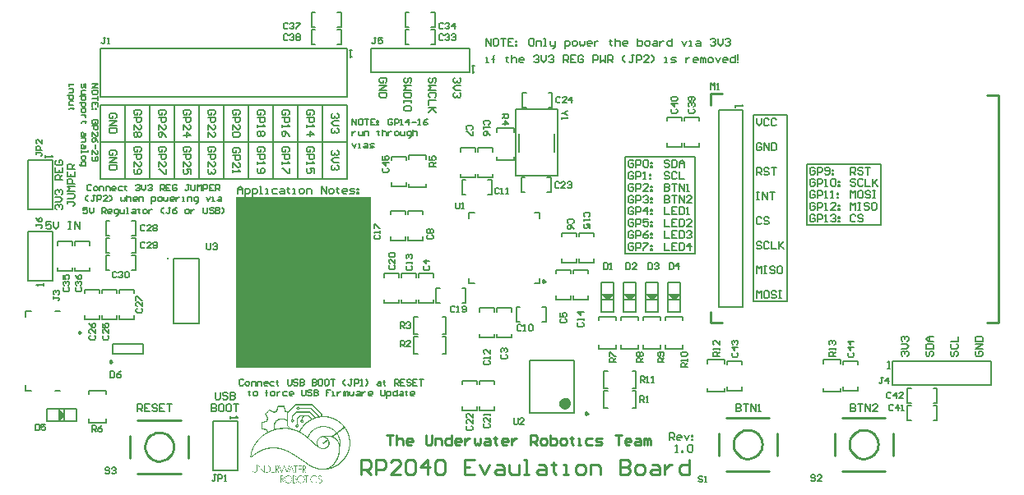
<source format=gto>
G04*
G04 #@! TF.GenerationSoftware,Altium Limited,Altium Designer,21.3.2 (30)*
G04*
G04 Layer_Color=16777215*
%FSLAX25Y25*%
%MOIN*%
G70*
G04*
G04 #@! TF.SameCoordinates,41522B4C-5660-4B3E-BEA4-8D9A01AACCA4*
G04*
G04*
G04 #@! TF.FilePolarity,Positive*
G04*
G01*
G75*
%ADD10C,0.00500*%
%ADD11C,0.01000*%
%ADD12C,0.00984*%
%ADD13C,0.02362*%
%ADD14C,0.01000*%
%ADD15C,0.00500*%
%ADD16C,0.00600*%
%ADD17C,0.00787*%
%ADD18C,0.00400*%
%ADD19C,0.00700*%
%ADD20R,0.54500X0.69500*%
G36*
X265000Y81000D02*
X263000Y83000D01*
X267000D01*
X265000Y81000D01*
D02*
G37*
G36*
X256000D02*
X254000Y83000D01*
X258000D01*
X256000Y81000D01*
D02*
G37*
G36*
X247000D02*
X245000Y83000D01*
X249000D01*
X247000Y81000D01*
D02*
G37*
G36*
X238000D02*
X236000Y83000D01*
X240000D01*
X238000Y81000D01*
D02*
G37*
G36*
X118264Y38442D02*
X118282D01*
Y38425D01*
X118299D01*
Y38408D01*
X118316D01*
Y38390D01*
X118333D01*
Y38373D01*
X118351D01*
Y38356D01*
X118368D01*
Y38339D01*
X118385D01*
Y38322D01*
X118402D01*
Y38304D01*
X118419D01*
Y38287D01*
X118437D01*
Y38270D01*
X118454D01*
Y38253D01*
X118471D01*
Y38236D01*
X118488D01*
Y38218D01*
X118505D01*
Y38201D01*
X118523D01*
Y38184D01*
X118540D01*
Y38167D01*
X118557D01*
Y38149D01*
X118574D01*
Y38132D01*
X118591D01*
Y38115D01*
X118609D01*
Y38098D01*
X118626D01*
Y38081D01*
X118643D01*
Y38063D01*
X118660D01*
Y38046D01*
X118677D01*
Y38029D01*
X118695D01*
Y38012D01*
X118712D01*
Y37995D01*
X118729D01*
Y37977D01*
X118746D01*
Y37960D01*
X118764D01*
Y37943D01*
X118781D01*
Y37926D01*
X118798D01*
Y37909D01*
X118815D01*
Y37891D01*
X118832D01*
Y37874D01*
X118850D01*
Y37857D01*
X118867D01*
Y37840D01*
X118884D01*
Y37822D01*
X118901D01*
Y37805D01*
X118919D01*
Y37788D01*
X118936D01*
Y37771D01*
X118953D01*
Y37754D01*
X118970D01*
Y37736D01*
X118987D01*
Y37719D01*
X119004D01*
Y37702D01*
X119022D01*
Y37685D01*
X119039D01*
Y37668D01*
X119056D01*
Y37650D01*
X119073D01*
Y37633D01*
X119091D01*
Y37616D01*
X119108D01*
Y37599D01*
X119125D01*
Y37582D01*
X119142D01*
Y37564D01*
X119159D01*
Y37547D01*
X119177D01*
Y37530D01*
X119194D01*
Y37513D01*
X119211D01*
Y37495D01*
X119228D01*
Y37478D01*
X119246D01*
Y37461D01*
X119263D01*
Y37444D01*
X119280D01*
Y37427D01*
X119297D01*
Y37409D01*
X119314D01*
Y37392D01*
X119332D01*
Y37375D01*
X119349D01*
Y37358D01*
X119366D01*
Y37341D01*
X119383D01*
Y37323D01*
X119400D01*
Y37306D01*
X119418D01*
Y37289D01*
X119435D01*
Y37272D01*
X119452D01*
Y37255D01*
X119469D01*
Y37237D01*
X119486D01*
Y37220D01*
X119504D01*
Y37203D01*
X119521D01*
Y37186D01*
X119538D01*
Y37168D01*
X119555D01*
Y37151D01*
X119572D01*
Y37134D01*
X119590D01*
Y37117D01*
X119607D01*
Y37100D01*
X119624D01*
Y37082D01*
X119641D01*
Y37065D01*
X119659D01*
Y37048D01*
X119676D01*
Y37031D01*
X119693D01*
Y37014D01*
X119710D01*
Y36996D01*
X119727D01*
Y36979D01*
X119745D01*
Y36962D01*
X119762D01*
Y36945D01*
X119779D01*
Y36928D01*
X119796D01*
Y36910D01*
X119813D01*
Y36893D01*
X119831D01*
Y36876D01*
X119848D01*
Y36859D01*
X119865D01*
Y36841D01*
X119882D01*
Y36824D01*
X119899D01*
Y36807D01*
X119917D01*
Y36790D01*
X119934D01*
Y36773D01*
X119951D01*
Y36755D01*
X119968D01*
Y36738D01*
X119985D01*
Y36721D01*
X120003D01*
Y36704D01*
X120020D01*
Y36687D01*
X120037D01*
Y36669D01*
X120054D01*
Y36652D01*
X120072D01*
Y36635D01*
X120089D01*
Y36618D01*
X120106D01*
Y36601D01*
X120123D01*
Y36583D01*
X120140D01*
Y36566D01*
X120158D01*
Y36549D01*
X120175D01*
Y36532D01*
X120192D01*
Y36514D01*
X120209D01*
Y36497D01*
X120226D01*
Y36480D01*
X120244D01*
Y36463D01*
X120261D01*
Y36446D01*
X120278D01*
Y36428D01*
X120295D01*
Y36411D01*
X120312D01*
Y36394D01*
X120330D01*
Y36377D01*
X120347D01*
Y36360D01*
X120364D01*
Y36342D01*
X120381D01*
Y36325D01*
X120399D01*
Y36308D01*
X120416D01*
Y36291D01*
X120433D01*
Y36274D01*
X120450D01*
Y36256D01*
X120467D01*
Y36239D01*
X120485D01*
Y36222D01*
X120502D01*
Y36205D01*
X120519D01*
Y36187D01*
X120536D01*
Y36170D01*
X120553D01*
Y36153D01*
X120571D01*
Y36136D01*
X120588D01*
Y36119D01*
X120605D01*
Y36101D01*
X120622D01*
Y36084D01*
X120640D01*
Y36067D01*
X120657D01*
Y36050D01*
X120674D01*
Y36033D01*
X120691D01*
Y36015D01*
X120708D01*
Y35998D01*
X120726D01*
Y35981D01*
X120743D01*
Y35964D01*
X120760D01*
Y35947D01*
X120777D01*
Y35929D01*
X120794D01*
Y35912D01*
X120812D01*
Y35895D01*
X120829D01*
Y35878D01*
X120846D01*
Y35860D01*
X120863D01*
Y35843D01*
X120880D01*
Y35826D01*
X120898D01*
Y35809D01*
X120915D01*
Y35792D01*
X120932D01*
Y35774D01*
X120949D01*
Y35757D01*
X120966D01*
Y35740D01*
X120984D01*
Y35723D01*
X121001D01*
Y35706D01*
X121018D01*
Y35688D01*
X121035D01*
Y35671D01*
X121053D01*
Y35654D01*
X121070D01*
Y35637D01*
X121087D01*
Y35620D01*
X121104D01*
Y35602D01*
X121121D01*
Y35585D01*
X121139D01*
Y35568D01*
X121156D01*
Y35551D01*
X121173D01*
Y35533D01*
X121190D01*
Y35516D01*
X121207D01*
Y35499D01*
X121225D01*
Y35482D01*
X121242D01*
Y35465D01*
X121259D01*
Y35447D01*
X121276D01*
Y35430D01*
X121293D01*
Y35413D01*
X121311D01*
Y35396D01*
X121328D01*
Y35379D01*
X121345D01*
Y35361D01*
X121362D01*
Y35344D01*
X121379D01*
Y35327D01*
X121397D01*
Y35310D01*
X121414D01*
Y35293D01*
X121431D01*
Y35275D01*
X121448D01*
Y35258D01*
X121466D01*
Y35241D01*
X121483D01*
Y35224D01*
X121500D01*
Y35206D01*
X121517D01*
Y35189D01*
X121534D01*
Y35172D01*
X121552D01*
Y35155D01*
X121569D01*
Y35138D01*
X121586D01*
Y35120D01*
X121603D01*
Y35103D01*
X121621D01*
Y35086D01*
X121638D01*
Y35069D01*
X121655D01*
Y35052D01*
X121672D01*
Y35034D01*
X121689D01*
Y35017D01*
X121706D01*
Y35000D01*
X121724D01*
Y34983D01*
X121741D01*
Y34966D01*
X121758D01*
Y34948D01*
X121775D01*
Y34931D01*
X121793D01*
Y34914D01*
X121810D01*
Y34897D01*
X121827D01*
Y34879D01*
X121844D01*
Y34862D01*
X121861D01*
Y34845D01*
X121879D01*
Y34828D01*
X121896D01*
Y34811D01*
X121913D01*
Y34793D01*
X121930D01*
Y34776D01*
X121948D01*
Y34759D01*
X121965D01*
Y34742D01*
X121982D01*
Y34725D01*
X121999D01*
Y34707D01*
X122016D01*
Y34690D01*
X122034D01*
Y34673D01*
X122051D01*
Y34656D01*
X122068D01*
Y34639D01*
X122085D01*
Y34621D01*
X122102D01*
Y34604D01*
X122120D01*
Y34587D01*
X122137D01*
Y34570D01*
X122154D01*
Y34552D01*
X122171D01*
Y34535D01*
X122188D01*
Y34518D01*
X122206D01*
Y34501D01*
X122223D01*
Y34484D01*
X122240D01*
Y34466D01*
X122257D01*
Y34449D01*
X122274D01*
Y34432D01*
X122292D01*
Y34415D01*
X122309D01*
Y34398D01*
X122326D01*
Y34380D01*
X122343D01*
Y34363D01*
X122361D01*
Y34346D01*
X122378D01*
Y34329D01*
X122395D01*
Y34312D01*
X122412D01*
Y33554D01*
X122429D01*
Y33537D01*
X123978D01*
Y33503D01*
X124254D01*
Y33485D01*
X124271D01*
Y33468D01*
X124288D01*
Y33451D01*
X124477D01*
Y33468D01*
X124495D01*
Y33451D01*
X124512D01*
Y33434D01*
X124529D01*
Y33417D01*
X124684D01*
Y33382D01*
X124718D01*
Y33365D01*
X124735D01*
Y33382D01*
X124908D01*
Y33365D01*
X124925D01*
Y33348D01*
X124942D01*
Y33331D01*
X125011D01*
Y33313D01*
X125080D01*
Y33296D01*
X125166D01*
Y33279D01*
X125235D01*
Y33262D01*
X125303D01*
Y33245D01*
X125390D01*
Y33227D01*
X125441D01*
Y33210D01*
X125544D01*
Y33193D01*
X125596D01*
Y33176D01*
X125665D01*
Y33158D01*
X125716D01*
Y33141D01*
X125768D01*
Y33124D01*
X125854D01*
Y33107D01*
X125889D01*
Y33090D01*
X125975D01*
Y33073D01*
X126009D01*
Y33055D01*
X126078D01*
Y33038D01*
X126129D01*
Y33021D01*
X126164D01*
Y33004D01*
X126233D01*
Y32986D01*
X126267D01*
Y32969D01*
X126336D01*
Y32952D01*
X126388D01*
Y32935D01*
X126422D01*
Y32918D01*
X126491D01*
Y32900D01*
X126525D01*
Y32883D01*
X126594D01*
Y32866D01*
X126629D01*
Y32849D01*
X126663D01*
Y32831D01*
X126715D01*
Y32814D01*
X126749D01*
Y32797D01*
X126801D01*
Y32780D01*
X126835D01*
Y32763D01*
X126887D01*
Y32746D01*
X126921D01*
Y32728D01*
X126956D01*
Y32711D01*
X127024D01*
Y32694D01*
X127042D01*
Y32677D01*
X127093D01*
Y32659D01*
X127128D01*
Y32642D01*
X127162D01*
Y32625D01*
X127214D01*
Y32608D01*
X127231D01*
Y32591D01*
X127300D01*
Y32573D01*
X127317D01*
Y32556D01*
X127369D01*
Y32539D01*
X127403D01*
Y32522D01*
X127437D01*
Y32504D01*
X127489D01*
Y32487D01*
X127506D01*
Y32470D01*
X127558D01*
Y32453D01*
X127575D01*
Y32436D01*
X127610D01*
Y32419D01*
X127661D01*
Y32401D01*
X127678D01*
Y32384D01*
X127730D01*
Y32367D01*
X127747D01*
Y32350D01*
X127782D01*
Y32332D01*
X127816D01*
Y32315D01*
X127850D01*
Y32298D01*
X127885D01*
Y32281D01*
X127919D01*
Y32264D01*
X127954D01*
Y32246D01*
X127988D01*
Y32229D01*
X128023D01*
Y32212D01*
X128057D01*
Y32195D01*
X128074D01*
Y32177D01*
X128109D01*
Y32160D01*
X128143D01*
Y32143D01*
X128177D01*
Y32126D01*
X128195D01*
Y32109D01*
X128229D01*
Y32092D01*
X128264D01*
Y32074D01*
X128281D01*
Y32057D01*
X128315D01*
Y32040D01*
X128350D01*
Y32023D01*
X128384D01*
Y32005D01*
X128419D01*
Y31988D01*
X128436D01*
Y31971D01*
X128470D01*
Y31954D01*
X128487D01*
Y31937D01*
X128522D01*
Y31919D01*
X128556D01*
Y31902D01*
X128573D01*
Y31885D01*
X128608D01*
Y31868D01*
X128625D01*
Y31850D01*
X128659D01*
Y31833D01*
X128677D01*
Y31816D01*
X128711D01*
Y31799D01*
X128745D01*
Y31782D01*
X128763D01*
Y31765D01*
X128797D01*
Y31747D01*
X128814D01*
Y31730D01*
X128849D01*
Y31713D01*
X128866D01*
Y31696D01*
X128900D01*
Y31678D01*
X128918D01*
Y31661D01*
X128935D01*
Y31644D01*
X128969D01*
Y31627D01*
X128986D01*
Y31610D01*
X129021D01*
Y31592D01*
X129038D01*
Y31575D01*
X129055D01*
Y31558D01*
X129090D01*
Y31541D01*
X129107D01*
Y31524D01*
X129141D01*
Y31506D01*
X129158D01*
Y31489D01*
X129193D01*
Y31472D01*
X129210D01*
Y31455D01*
X129227D01*
Y31438D01*
X129262D01*
Y31420D01*
X129279D01*
Y31403D01*
X129313D01*
Y31386D01*
X129331D01*
Y31369D01*
X129348D01*
Y31351D01*
X129382D01*
Y31334D01*
X129400D01*
Y31317D01*
X129417D01*
Y31300D01*
X129434D01*
Y31283D01*
X129468D01*
Y31265D01*
X129485D01*
Y31248D01*
X129503D01*
Y31231D01*
X129537D01*
Y31214D01*
X129554D01*
Y31197D01*
X129572D01*
Y31179D01*
X129589D01*
Y31162D01*
X129606D01*
Y31145D01*
X129640D01*
Y31128D01*
X129658D01*
Y31111D01*
X129692D01*
Y31093D01*
X129709D01*
Y31076D01*
X129726D01*
Y31059D01*
X129744D01*
Y31042D01*
X129761D01*
Y31025D01*
X129795D01*
Y31007D01*
X129813D01*
Y30990D01*
X129830D01*
Y30973D01*
X129847D01*
Y30956D01*
X129864D01*
Y30938D01*
X129881D01*
Y30921D01*
X129899D01*
Y30904D01*
X129933D01*
Y30887D01*
X129950D01*
Y30870D01*
X129967D01*
Y30852D01*
X129985D01*
Y30835D01*
X130002D01*
Y30818D01*
X130036D01*
Y30801D01*
X130053D01*
Y30784D01*
X130071D01*
Y30766D01*
X130088D01*
Y30749D01*
X130105D01*
Y30732D01*
X130122D01*
Y30715D01*
X130140D01*
Y30698D01*
X130157D01*
Y30680D01*
X130174D01*
Y30663D01*
X130191D01*
Y30646D01*
X130226D01*
Y30611D01*
X130260D01*
Y30577D01*
X130294D01*
Y30560D01*
X130312D01*
Y30543D01*
X130329D01*
Y30525D01*
X130346D01*
Y30508D01*
X130363D01*
Y30491D01*
X130380D01*
Y30474D01*
X130398D01*
Y30457D01*
X130415D01*
Y30439D01*
X130432D01*
Y30422D01*
X130449D01*
Y30405D01*
X130466D01*
Y30388D01*
X130484D01*
Y30371D01*
X130501D01*
Y30353D01*
X130518D01*
Y30336D01*
X130535D01*
Y30319D01*
X130552D01*
Y30302D01*
X130570D01*
Y30284D01*
X130587D01*
Y30267D01*
X130604D01*
Y30250D01*
X130621D01*
Y30233D01*
X130639D01*
Y30216D01*
X130656D01*
Y30198D01*
X130673D01*
Y30164D01*
X130707D01*
Y30147D01*
X130725D01*
Y30112D01*
X130759D01*
Y30078D01*
X130776D01*
Y30061D01*
X130793D01*
Y30044D01*
X130811D01*
Y30026D01*
X130828D01*
Y30009D01*
X130845D01*
Y29992D01*
X130862D01*
Y29975D01*
X130879D01*
Y29957D01*
X130897D01*
Y29940D01*
X130914D01*
Y29923D01*
X130931D01*
Y29906D01*
X130948D01*
Y29871D01*
X130966D01*
Y29854D01*
X130983D01*
Y29837D01*
X131000D01*
Y29820D01*
X131017D01*
Y29803D01*
X131034D01*
Y29785D01*
X131052D01*
Y29751D01*
X131069D01*
Y29734D01*
X131086D01*
Y29717D01*
X131103D01*
Y29699D01*
X131121D01*
Y29682D01*
X131138D01*
Y29665D01*
X131155D01*
Y29648D01*
X131172D01*
Y29613D01*
X131189D01*
Y29596D01*
X131207D01*
Y29579D01*
X131224D01*
Y29562D01*
X131241D01*
Y29544D01*
X131258D01*
Y29510D01*
X131275D01*
Y29493D01*
X131293D01*
Y29458D01*
X131310D01*
Y29441D01*
X131327D01*
Y29424D01*
X131344D01*
Y29407D01*
X131361D01*
Y29390D01*
X131379D01*
Y29355D01*
X131396D01*
Y29338D01*
X131413D01*
Y29321D01*
X131430D01*
Y29286D01*
X131448D01*
Y29269D01*
X131465D01*
Y29252D01*
X131482D01*
Y29235D01*
X131499D01*
Y29200D01*
X131516D01*
Y29183D01*
X131534D01*
Y29166D01*
X131551D01*
Y29131D01*
X131568D01*
Y29114D01*
X131585D01*
Y29080D01*
X131602D01*
Y29063D01*
X131620D01*
Y29045D01*
X131637D01*
Y29011D01*
X131654D01*
Y28994D01*
X131671D01*
Y28959D01*
X131688D01*
Y28942D01*
X131706D01*
Y28925D01*
X131723D01*
Y28908D01*
X131740D01*
Y28873D01*
X131757D01*
Y28839D01*
X131774D01*
Y28822D01*
X131792D01*
Y28804D01*
X131809D01*
Y28787D01*
X131826D01*
Y28753D01*
X131843D01*
Y28718D01*
X131860D01*
Y28701D01*
X131878D01*
Y28667D01*
X131895D01*
Y28650D01*
X131912D01*
Y28615D01*
X131929D01*
Y28598D01*
X131947D01*
Y28563D01*
X131964D01*
Y28529D01*
X131981D01*
Y28512D01*
X131998D01*
Y28477D01*
X132015D01*
Y28460D01*
X132033D01*
Y28426D01*
X132050D01*
Y28409D01*
X132067D01*
Y28374D01*
X132084D01*
Y28340D01*
X132101D01*
Y28322D01*
X132119D01*
Y28288D01*
X132136D01*
Y28271D01*
X132153D01*
Y28236D01*
X132170D01*
Y28202D01*
X132187D01*
Y28168D01*
X132205D01*
Y28133D01*
X132222D01*
Y28116D01*
X132239D01*
Y28082D01*
X132256D01*
Y28047D01*
X132274D01*
Y28030D01*
X132291D01*
Y27995D01*
X132308D01*
Y27961D01*
X132325D01*
Y27927D01*
X132342D01*
Y27909D01*
X132360D01*
Y27875D01*
X132377D01*
Y27841D01*
X132394D01*
Y27806D01*
X132411D01*
Y27772D01*
X132428D01*
Y27737D01*
X132446D01*
Y27703D01*
X132463D01*
Y27668D01*
X132480D01*
Y27634D01*
X132497D01*
Y27600D01*
X132515D01*
Y27582D01*
X132532D01*
Y27531D01*
X132549D01*
Y27514D01*
X132566D01*
Y27462D01*
X132583D01*
Y27428D01*
X132600D01*
Y27410D01*
X132618D01*
Y27359D01*
X132635D01*
Y27341D01*
X132652D01*
Y27290D01*
X132669D01*
Y27255D01*
X132687D01*
Y27221D01*
X132704D01*
Y27169D01*
X132721D01*
Y27152D01*
X132738D01*
Y27083D01*
X132755D01*
Y27066D01*
X132773D01*
Y27014D01*
X132790D01*
Y26980D01*
X132807D01*
Y26946D01*
X132824D01*
Y26894D01*
X132842D01*
Y26877D01*
X132859D01*
Y26808D01*
X132876D01*
Y26774D01*
X132893D01*
Y26739D01*
X132910D01*
Y26687D01*
X132928D01*
Y26653D01*
X132945D01*
Y26601D01*
X132962D01*
Y26567D01*
X132979D01*
Y26515D01*
X132996D01*
Y26481D01*
X133014D01*
Y26447D01*
X133031D01*
Y26378D01*
X133048D01*
Y26343D01*
X133065D01*
Y26274D01*
X133082D01*
Y26240D01*
X133100D01*
Y26188D01*
X133117D01*
Y26120D01*
X133134D01*
Y26085D01*
X133151D01*
Y26016D01*
X133168D01*
Y25982D01*
X133186D01*
Y25913D01*
X133203D01*
Y25861D01*
X133220D01*
Y25827D01*
X133237D01*
Y25741D01*
X133255D01*
Y25706D01*
X133272D01*
Y25620D01*
X133289D01*
Y25569D01*
X133306D01*
Y25517D01*
X133323D01*
Y25448D01*
X133341D01*
Y25397D01*
X133358D01*
Y25293D01*
X133375D01*
Y25242D01*
X133392D01*
Y25156D01*
X133409D01*
Y25087D01*
X133427D01*
Y25018D01*
X133444D01*
Y24932D01*
X133461D01*
Y24880D01*
X133478D01*
Y24743D01*
X133495D01*
Y24674D01*
X133513D01*
Y24588D01*
X133530D01*
Y24467D01*
X133547D01*
Y24399D01*
X133564D01*
Y24244D01*
X133581D01*
Y24140D01*
X133599D01*
Y23968D01*
X133616D01*
Y23831D01*
X133633D01*
Y23693D01*
X133650D01*
Y23418D01*
X133668D01*
Y23263D01*
X133685D01*
Y22092D01*
X133668D01*
Y21937D01*
X133650D01*
Y21645D01*
X133633D01*
Y21524D01*
X133616D01*
Y21387D01*
X133599D01*
Y21215D01*
X133581D01*
Y21111D01*
X133564D01*
Y20956D01*
X133547D01*
Y20888D01*
X133530D01*
Y20767D01*
X133513D01*
Y20681D01*
X133495D01*
Y20612D01*
X133478D01*
Y20475D01*
X133461D01*
Y20423D01*
X133444D01*
Y20337D01*
X133427D01*
Y20268D01*
X133409D01*
Y20199D01*
X133392D01*
Y20113D01*
X133375D01*
Y20062D01*
X133358D01*
Y19958D01*
X133341D01*
Y19907D01*
X133323D01*
Y19838D01*
X133306D01*
Y19786D01*
X133289D01*
Y19735D01*
X133272D01*
Y19649D01*
X133255D01*
Y19614D01*
X133237D01*
Y19528D01*
X133220D01*
Y19494D01*
X133203D01*
Y19425D01*
X133186D01*
Y19373D01*
X133168D01*
Y19339D01*
X133151D01*
Y19270D01*
X133134D01*
Y19236D01*
X133117D01*
Y19167D01*
X133100D01*
Y19115D01*
X133082D01*
Y19081D01*
X133065D01*
Y19012D01*
X133048D01*
Y18977D01*
X133031D01*
Y18909D01*
X133014D01*
Y18874D01*
X132996D01*
Y18840D01*
X132979D01*
Y18788D01*
X132962D01*
Y18754D01*
X132945D01*
Y18702D01*
X132928D01*
Y18668D01*
X132910D01*
Y18616D01*
X132893D01*
Y18582D01*
X132876D01*
Y18547D01*
X132859D01*
Y18478D01*
X132842D01*
Y18461D01*
X132824D01*
Y18409D01*
X132807D01*
Y18375D01*
X132790D01*
Y18341D01*
X132773D01*
Y18289D01*
X132755D01*
Y18272D01*
X132738D01*
Y18203D01*
X132721D01*
Y18186D01*
X132704D01*
Y18134D01*
X132687D01*
Y18100D01*
X132669D01*
Y18065D01*
X132652D01*
Y18014D01*
X132635D01*
Y17996D01*
X132618D01*
Y17945D01*
X132600D01*
Y17928D01*
X132583D01*
Y17893D01*
X132566D01*
Y17842D01*
X132549D01*
Y17824D01*
X132532D01*
Y17773D01*
X132515D01*
Y17755D01*
X132497D01*
Y17721D01*
X132480D01*
Y17687D01*
X132463D01*
Y17652D01*
X132446D01*
Y17601D01*
X132428D01*
Y17583D01*
X132411D01*
Y17549D01*
X132394D01*
Y17515D01*
X132377D01*
Y17480D01*
X132360D01*
Y17446D01*
X132342D01*
Y17428D01*
X132325D01*
Y17394D01*
X132308D01*
Y17360D01*
X132291D01*
Y17325D01*
X132274D01*
Y17308D01*
X132256D01*
Y17274D01*
X132239D01*
Y17239D01*
X132222D01*
Y17222D01*
X132205D01*
Y17188D01*
X132187D01*
Y17153D01*
X132170D01*
Y17119D01*
X132153D01*
Y17084D01*
X132136D01*
Y17067D01*
X132119D01*
Y17033D01*
X132101D01*
Y17015D01*
X132084D01*
Y16981D01*
X132067D01*
Y16947D01*
X132050D01*
Y16929D01*
X132033D01*
Y16895D01*
X132015D01*
Y16878D01*
X131998D01*
Y16843D01*
X131981D01*
Y16826D01*
X131964D01*
Y16792D01*
X131947D01*
Y16757D01*
X131929D01*
Y16740D01*
X131912D01*
Y16706D01*
X131895D01*
Y16688D01*
X131878D01*
Y16654D01*
X131860D01*
Y16637D01*
X131843D01*
Y16602D01*
X131826D01*
Y16568D01*
X131809D01*
Y16551D01*
X131792D01*
Y16533D01*
X131774D01*
Y16516D01*
X131757D01*
Y16482D01*
X131740D01*
Y16447D01*
X131723D01*
Y16430D01*
X131706D01*
Y16413D01*
X131688D01*
Y16396D01*
X131671D01*
Y16361D01*
X131654D01*
Y16344D01*
X131637D01*
Y16310D01*
X131620D01*
Y16293D01*
X131602D01*
Y16275D01*
X131585D01*
Y16241D01*
X131568D01*
Y16224D01*
X131551D01*
Y16189D01*
X131534D01*
Y16172D01*
X131516D01*
Y16155D01*
X131499D01*
Y16120D01*
X131482D01*
Y16103D01*
X131465D01*
Y16086D01*
X131448D01*
Y16069D01*
X131430D01*
Y16034D01*
X131413D01*
Y16017D01*
X131396D01*
Y16000D01*
X131379D01*
Y15966D01*
X131361D01*
Y15948D01*
X131344D01*
Y15931D01*
X131327D01*
Y15914D01*
X131310D01*
Y15897D01*
X131293D01*
Y15862D01*
X131275D01*
Y15845D01*
X131258D01*
Y15811D01*
X131241D01*
Y15793D01*
X131224D01*
Y15776D01*
X131207D01*
Y15759D01*
X131189D01*
Y15742D01*
X131172D01*
Y15707D01*
X131155D01*
Y15690D01*
X131138D01*
Y15673D01*
X131121D01*
Y15656D01*
X131103D01*
Y15639D01*
X131086D01*
Y15621D01*
X131069D01*
Y15604D01*
X131052D01*
Y15570D01*
X131034D01*
Y15552D01*
X131017D01*
Y15535D01*
X131000D01*
Y15518D01*
X130983D01*
Y15501D01*
X130966D01*
Y15466D01*
X130948D01*
Y15449D01*
X130931D01*
Y15432D01*
X130914D01*
Y15415D01*
X130897D01*
Y15398D01*
X130879D01*
Y15380D01*
X130862D01*
Y15363D01*
X130845D01*
Y15346D01*
X130828D01*
Y15329D01*
X130811D01*
Y15312D01*
X130793D01*
Y15277D01*
X130759D01*
Y15243D01*
X130725D01*
Y15208D01*
X130707D01*
Y15191D01*
X130690D01*
Y15174D01*
X130673D01*
Y15157D01*
X130656D01*
Y15139D01*
X130639D01*
Y15122D01*
X130621D01*
Y15105D01*
X130604D01*
Y15088D01*
X130587D01*
Y15071D01*
X130570D01*
Y15053D01*
X130552D01*
Y15036D01*
X130535D01*
Y15019D01*
X130518D01*
Y15002D01*
X130501D01*
Y14985D01*
X130484D01*
Y14967D01*
X130466D01*
Y14950D01*
X130449D01*
Y14933D01*
X130432D01*
Y14916D01*
X130415D01*
Y14899D01*
X130398D01*
Y14881D01*
X130380D01*
Y14864D01*
X130363D01*
Y14847D01*
X130346D01*
Y14830D01*
X130329D01*
Y14812D01*
X130312D01*
Y14795D01*
X130294D01*
Y14778D01*
X130260D01*
Y14744D01*
X130226D01*
Y14709D01*
X130191D01*
Y14692D01*
X130174D01*
Y14675D01*
X130157D01*
Y14658D01*
X130140D01*
Y14640D01*
X130122D01*
Y14623D01*
X130105D01*
Y14606D01*
X130088D01*
Y14589D01*
X130071D01*
Y14571D01*
X130053D01*
Y14554D01*
X130036D01*
Y14537D01*
X130002D01*
Y14520D01*
X129985D01*
Y14503D01*
X129967D01*
Y14485D01*
X129950D01*
Y14468D01*
X129933D01*
Y14451D01*
X129899D01*
Y14434D01*
X129881D01*
Y14417D01*
X129864D01*
Y14399D01*
X129847D01*
Y14382D01*
X129830D01*
Y14365D01*
X129813D01*
Y14348D01*
X129795D01*
Y14331D01*
X129761D01*
Y14313D01*
X129744D01*
Y14296D01*
X129726D01*
Y14279D01*
X129709D01*
Y14262D01*
X129692D01*
Y14245D01*
X129658D01*
Y14227D01*
X129640D01*
Y14210D01*
X129606D01*
Y14193D01*
X129589D01*
Y14176D01*
X129572D01*
Y14159D01*
X129554D01*
Y14141D01*
X129537D01*
Y14124D01*
X129503D01*
Y14107D01*
X129485D01*
Y14090D01*
X129468D01*
Y14073D01*
X129434D01*
Y14055D01*
X129417D01*
Y14038D01*
X129400D01*
Y14021D01*
X129382D01*
Y14004D01*
X129348D01*
Y13986D01*
X129331D01*
Y13969D01*
X129313D01*
Y13952D01*
X129279D01*
Y13935D01*
X129262D01*
Y13918D01*
X129227D01*
Y13900D01*
X129210D01*
Y13883D01*
X129193D01*
Y13866D01*
X129158D01*
Y13849D01*
X129141D01*
Y13832D01*
X129107D01*
Y13814D01*
X129090D01*
Y13797D01*
X129072D01*
Y13780D01*
X129055D01*
Y13763D01*
X129021D01*
Y13746D01*
X128986D01*
Y13728D01*
X128969D01*
Y13711D01*
X128952D01*
Y13694D01*
X128935D01*
Y13677D01*
X128900D01*
Y13659D01*
X128866D01*
Y13642D01*
X128849D01*
Y13625D01*
X128814D01*
Y13608D01*
X128797D01*
Y13591D01*
X128763D01*
Y13573D01*
X128745D01*
Y13556D01*
X128711D01*
Y13539D01*
X128677D01*
Y13522D01*
X128659D01*
Y13505D01*
X128625D01*
Y13487D01*
X128608D01*
Y13470D01*
X128573D01*
Y13453D01*
X128556D01*
Y13436D01*
X128522D01*
Y13419D01*
X128487D01*
Y13401D01*
X128470D01*
Y13384D01*
X128436D01*
Y13367D01*
X128419D01*
Y13350D01*
X128384D01*
Y13332D01*
X128350D01*
Y13315D01*
X128315D01*
Y13298D01*
X128281D01*
Y13281D01*
X128264D01*
Y13264D01*
X128229D01*
Y13246D01*
X128195D01*
Y13229D01*
X128177D01*
Y13212D01*
X128143D01*
Y13195D01*
X128109D01*
Y13178D01*
X128074D01*
Y13160D01*
X128057D01*
Y13143D01*
X128023D01*
Y13126D01*
X127988D01*
Y13109D01*
X127954D01*
Y13092D01*
X127919D01*
Y13074D01*
X127902D01*
Y13057D01*
X127850D01*
Y13040D01*
X127816D01*
Y13023D01*
X127782D01*
Y13005D01*
X127747D01*
Y12988D01*
X127730D01*
Y12971D01*
X127678D01*
Y12954D01*
X127661D01*
Y12937D01*
X127610D01*
Y12919D01*
X127575D01*
Y12902D01*
X127558D01*
Y12885D01*
X127506D01*
Y12868D01*
X127489D01*
Y12851D01*
X127437D01*
Y12833D01*
X127403D01*
Y12816D01*
X127369D01*
Y12799D01*
X127317D01*
Y12782D01*
X127300D01*
Y12765D01*
X127231D01*
Y12747D01*
X127214D01*
Y12730D01*
X127162D01*
Y12713D01*
X127128D01*
Y12696D01*
X127093D01*
Y12678D01*
X127042D01*
Y12661D01*
X127024D01*
Y12644D01*
X126956D01*
Y12627D01*
X126921D01*
Y12610D01*
X126887D01*
Y12592D01*
X126835D01*
Y12575D01*
X126801D01*
Y12558D01*
X126749D01*
Y12541D01*
X126715D01*
Y12524D01*
X126663D01*
Y12506D01*
X126629D01*
Y12489D01*
X126594D01*
Y12472D01*
X126525D01*
Y12455D01*
X126491D01*
Y12438D01*
X126422D01*
Y12420D01*
X126388D01*
Y12403D01*
X126336D01*
Y12386D01*
X126267D01*
Y12369D01*
X126233D01*
Y12351D01*
X126164D01*
Y12334D01*
X126129D01*
Y12317D01*
X126078D01*
Y12300D01*
X126009D01*
Y12283D01*
X125975D01*
Y12265D01*
X125889D01*
Y12248D01*
X125854D01*
Y12231D01*
X125768D01*
Y12214D01*
X125716D01*
Y12197D01*
X125665D01*
Y12179D01*
X125596D01*
Y12162D01*
X125544D01*
Y12145D01*
X125441D01*
Y12128D01*
X125390D01*
Y12111D01*
X125303D01*
Y12093D01*
X125235D01*
Y12076D01*
X125166D01*
Y12059D01*
X125080D01*
Y12042D01*
X125028D01*
Y12025D01*
X124890D01*
Y12007D01*
X124822D01*
Y11990D01*
X124735D01*
Y11973D01*
X124615D01*
Y11956D01*
X124546D01*
Y11938D01*
X124391D01*
Y11921D01*
X124288D01*
Y11904D01*
X124116D01*
Y11887D01*
X123978D01*
Y11870D01*
X123858D01*
Y11852D01*
X123651D01*
Y11835D01*
X123582D01*
Y11818D01*
X123410D01*
Y11801D01*
X123324D01*
Y11784D01*
X123187D01*
Y11766D01*
X123032D01*
Y11749D01*
X122894D01*
Y11732D01*
X122842D01*
Y11749D01*
X122653D01*
Y11732D01*
X122429D01*
Y11749D01*
X122051D01*
Y11766D01*
X121930D01*
Y11784D01*
X121827D01*
Y11801D01*
X121672D01*
Y11818D01*
X121431D01*
Y11835D01*
X121311D01*
Y11852D01*
X121156D01*
Y11870D01*
X121070D01*
Y11887D01*
X120966D01*
Y11904D01*
X120863D01*
Y11921D01*
X120812D01*
Y11938D01*
X120691D01*
Y11956D01*
X120640D01*
Y11973D01*
X120553D01*
Y11990D01*
X120485D01*
Y12007D01*
X120433D01*
Y12025D01*
X120347D01*
Y12042D01*
X120312D01*
Y12059D01*
X120226D01*
Y12076D01*
X120175D01*
Y12093D01*
X120123D01*
Y12111D01*
X120072D01*
Y12128D01*
X120020D01*
Y12145D01*
X119951D01*
Y12162D01*
X119917D01*
Y12179D01*
X119848D01*
Y12197D01*
X119813D01*
Y12214D01*
X119762D01*
Y12231D01*
X119710D01*
Y12248D01*
X119676D01*
Y12265D01*
X119607D01*
Y12283D01*
X119572D01*
Y12300D01*
X119521D01*
Y12317D01*
X119469D01*
Y12334D01*
X119435D01*
Y12351D01*
X119366D01*
Y12369D01*
X119349D01*
Y12386D01*
X119280D01*
Y12403D01*
X119246D01*
Y12420D01*
X119228D01*
Y12438D01*
X119142D01*
Y12455D01*
X119125D01*
Y12472D01*
X119056D01*
Y12489D01*
X119022D01*
Y12506D01*
X118987D01*
Y12524D01*
X118936D01*
Y12541D01*
X118901D01*
Y12558D01*
X118850D01*
Y12575D01*
X118815D01*
Y12592D01*
X118764D01*
Y12610D01*
X118729D01*
Y12627D01*
X118695D01*
Y12644D01*
X118626D01*
Y12661D01*
X118609D01*
Y12678D01*
X118557D01*
Y12696D01*
X118523D01*
Y12713D01*
X118488D01*
Y12730D01*
X118437D01*
Y12747D01*
X118419D01*
Y12765D01*
X118351D01*
Y12782D01*
X118333D01*
Y12799D01*
X118282D01*
Y12816D01*
X118247D01*
Y12833D01*
X118213D01*
Y12851D01*
X118161D01*
Y12868D01*
X118144D01*
Y12885D01*
X118092D01*
Y12902D01*
X118075D01*
Y12919D01*
X118041D01*
Y12937D01*
X117989D01*
Y12954D01*
X117972D01*
Y12971D01*
X117920D01*
Y12988D01*
X117903D01*
Y13005D01*
X117869D01*
Y13023D01*
X117834D01*
Y13040D01*
X117800D01*
Y13057D01*
X117765D01*
Y13074D01*
X117731D01*
Y13092D01*
X117697D01*
Y13109D01*
X117662D01*
Y13126D01*
X117628D01*
Y13143D01*
X117593D01*
Y13160D01*
X117576D01*
Y13178D01*
X117542D01*
Y13195D01*
X117507D01*
Y13212D01*
X117473D01*
Y13229D01*
X117456D01*
Y13246D01*
X117421D01*
Y13264D01*
X117387D01*
Y13281D01*
X117370D01*
Y13298D01*
X117335D01*
Y13315D01*
X117301D01*
Y13332D01*
X117266D01*
Y13350D01*
X117232D01*
Y13367D01*
X117215D01*
Y13384D01*
X117180D01*
Y13401D01*
X117163D01*
Y13419D01*
X117129D01*
Y13436D01*
X117094D01*
Y13453D01*
X117077D01*
Y13470D01*
X117043D01*
Y13487D01*
X117025D01*
Y13505D01*
X116991D01*
Y13522D01*
X116974D01*
Y13539D01*
X116939D01*
Y13556D01*
X116905D01*
Y13573D01*
X116888D01*
Y13591D01*
X116853D01*
Y13608D01*
X116836D01*
Y13625D01*
X116802D01*
Y13642D01*
X116784D01*
Y13659D01*
X116750D01*
Y13677D01*
X116716D01*
Y13694D01*
X116698D01*
Y13711D01*
X116681D01*
Y13728D01*
X116664D01*
Y13746D01*
X116630D01*
Y13763D01*
X116595D01*
Y13780D01*
X116578D01*
Y13797D01*
X116561D01*
Y13814D01*
X116543D01*
Y13832D01*
X116509D01*
Y13849D01*
X116492D01*
Y13866D01*
X116457D01*
Y13883D01*
X116440D01*
Y13900D01*
X116423D01*
Y13918D01*
X116389D01*
Y13935D01*
X116371D01*
Y13952D01*
X116337D01*
Y13969D01*
X116320D01*
Y13986D01*
X116303D01*
Y14004D01*
X116268D01*
Y14021D01*
X116251D01*
Y14038D01*
X116234D01*
Y14055D01*
X116217D01*
Y14073D01*
X116182D01*
Y14090D01*
X116165D01*
Y14107D01*
X116130D01*
Y14124D01*
X116113D01*
Y14141D01*
X116096D01*
Y14159D01*
X116079D01*
Y14176D01*
X116044D01*
Y14193D01*
X116027D01*
Y14210D01*
X115993D01*
Y14227D01*
X115975D01*
Y14245D01*
X115941D01*
Y14262D01*
X115924D01*
Y14279D01*
X115890D01*
Y14296D01*
X115855D01*
Y14313D01*
X115838D01*
Y14331D01*
X115803D01*
Y14348D01*
X115786D01*
Y14365D01*
X115769D01*
Y14382D01*
X115735D01*
Y14399D01*
X115717D01*
Y14417D01*
X115683D01*
Y14434D01*
X115666D01*
Y14451D01*
X115631D01*
Y14468D01*
X115614D01*
Y14485D01*
X115580D01*
Y14503D01*
X115545D01*
Y14520D01*
X115528D01*
Y14537D01*
X115494D01*
Y14554D01*
X115476D01*
Y14571D01*
X115459D01*
Y14589D01*
X115425D01*
Y14606D01*
X115408D01*
Y14623D01*
X115373D01*
Y14640D01*
X115356D01*
Y14658D01*
X115322D01*
Y14675D01*
X115304D01*
Y14692D01*
X115270D01*
Y14709D01*
X115253D01*
Y14726D01*
X115235D01*
Y14744D01*
X115201D01*
Y14761D01*
X115167D01*
Y14778D01*
X115149D01*
Y14795D01*
X115115D01*
Y14812D01*
X115098D01*
Y14830D01*
X115063D01*
Y14847D01*
X115046D01*
Y14864D01*
X115012D01*
Y14881D01*
X114995D01*
Y14899D01*
X114977D01*
Y14916D01*
X114943D01*
Y14933D01*
X114926D01*
Y14950D01*
X114891D01*
Y14967D01*
X114874D01*
Y14985D01*
X114840D01*
Y15002D01*
X114822D01*
Y15019D01*
X114805D01*
Y15036D01*
X114771D01*
Y15053D01*
X114736D01*
Y15071D01*
X114719D01*
Y15088D01*
X114685D01*
Y15105D01*
X114668D01*
Y15122D01*
X114633D01*
Y15139D01*
X114616D01*
Y15157D01*
X114582D01*
Y15174D01*
X114564D01*
Y15191D01*
X114547D01*
Y15208D01*
X114513D01*
Y15225D01*
X114496D01*
Y15243D01*
X114461D01*
Y15260D01*
X114444D01*
Y15277D01*
X114409D01*
Y15294D01*
X114392D01*
Y15312D01*
X114375D01*
Y15329D01*
X114341D01*
Y15346D01*
X114323D01*
Y15363D01*
X114289D01*
Y15380D01*
X114272D01*
Y15398D01*
X114237D01*
Y15415D01*
X114220D01*
Y15432D01*
X114186D01*
Y15449D01*
X114169D01*
Y15466D01*
X114151D01*
Y15484D01*
X114117D01*
Y15501D01*
X114082D01*
Y15518D01*
X114065D01*
Y15535D01*
X114031D01*
Y15552D01*
X114014D01*
Y15570D01*
X113979D01*
Y15587D01*
X113962D01*
Y15604D01*
X113945D01*
Y15621D01*
X113910D01*
Y15639D01*
X113893D01*
Y15656D01*
X113859D01*
Y15673D01*
X113841D01*
Y15690D01*
X113807D01*
Y15707D01*
X113790D01*
Y15725D01*
X113773D01*
Y15742D01*
X113738D01*
Y15759D01*
X113721D01*
Y15776D01*
X113687D01*
Y15793D01*
X113669D01*
Y15811D01*
X113635D01*
Y15828D01*
X113618D01*
Y15845D01*
X113601D01*
Y15862D01*
X113566D01*
Y15879D01*
X113549D01*
Y15897D01*
X113514D01*
Y15914D01*
X113480D01*
Y15931D01*
X113463D01*
Y15948D01*
X113428D01*
Y15966D01*
X113411D01*
Y15983D01*
X113377D01*
Y16000D01*
X113360D01*
Y16017D01*
X113342D01*
Y16034D01*
X113308D01*
Y16052D01*
X113291D01*
Y16069D01*
X113256D01*
Y16086D01*
X113239D01*
Y16103D01*
X113205D01*
Y16120D01*
X113188D01*
Y16138D01*
X113170D01*
Y16155D01*
X113136D01*
Y16172D01*
X113119D01*
Y16189D01*
X113084D01*
Y16206D01*
X113067D01*
Y16224D01*
X113033D01*
Y16241D01*
X113015D01*
Y16258D01*
X112998D01*
Y16275D01*
X112964D01*
Y16293D01*
X112947D01*
Y16310D01*
X112912D01*
Y16327D01*
X112878D01*
Y16344D01*
X112861D01*
Y16361D01*
X112826D01*
Y16379D01*
X112809D01*
Y16396D01*
X112775D01*
Y16413D01*
X112757D01*
Y16430D01*
X112740D01*
Y16447D01*
X112706D01*
Y16465D01*
X112688D01*
Y16482D01*
X112654D01*
Y16499D01*
X112637D01*
Y16516D01*
X112602D01*
Y16533D01*
X112568D01*
Y16551D01*
X112551D01*
Y16568D01*
X112516D01*
Y16585D01*
X112499D01*
Y16602D01*
X112465D01*
Y16620D01*
X112448D01*
Y16637D01*
X112430D01*
Y16654D01*
X112396D01*
Y16671D01*
X112379D01*
Y16688D01*
X112344D01*
Y16706D01*
X112327D01*
Y16723D01*
X112293D01*
Y16740D01*
X112275D01*
Y16757D01*
X112241D01*
Y16774D01*
X112206D01*
Y16792D01*
X112189D01*
Y16809D01*
X112155D01*
Y16826D01*
X112138D01*
Y16843D01*
X112120D01*
Y16860D01*
X112086D01*
Y16878D01*
X112069D01*
Y16895D01*
X112034D01*
Y16912D01*
X112000D01*
Y16929D01*
X111983D01*
Y16947D01*
X111948D01*
Y16964D01*
X111931D01*
Y16981D01*
X111897D01*
Y16998D01*
X111880D01*
Y17015D01*
X111845D01*
Y17033D01*
X111828D01*
Y17050D01*
X111793D01*
Y17067D01*
X111759D01*
Y17084D01*
X111742D01*
Y17101D01*
X111707D01*
Y17119D01*
X111690D01*
Y17136D01*
X111656D01*
Y17153D01*
X111639D01*
Y17170D01*
X111621D01*
Y17188D01*
X111587D01*
Y17205D01*
X111553D01*
Y17222D01*
X111535D01*
Y17239D01*
X111501D01*
Y17256D01*
X111484D01*
Y17274D01*
X111449D01*
Y17291D01*
X111432D01*
Y17308D01*
X111398D01*
Y17325D01*
X111380D01*
Y17342D01*
X111346D01*
Y17360D01*
X111312D01*
Y17377D01*
X111294D01*
Y17394D01*
X111260D01*
Y17411D01*
X111243D01*
Y17428D01*
X111191D01*
Y17446D01*
X111174D01*
Y17463D01*
X111157D01*
Y17480D01*
X111122D01*
Y17497D01*
X111088D01*
Y17515D01*
X111053D01*
Y17532D01*
X111036D01*
Y17549D01*
X111002D01*
Y17566D01*
X110985D01*
Y17583D01*
X110950D01*
Y17601D01*
X110916D01*
Y17618D01*
X110899D01*
Y17635D01*
X110864D01*
Y17652D01*
X110847D01*
Y17669D01*
X110812D01*
Y17687D01*
X110778D01*
Y17704D01*
X110761D01*
Y17721D01*
X110726D01*
Y17738D01*
X110709D01*
Y17755D01*
X110675D01*
Y17773D01*
X110640D01*
Y17790D01*
X110623D01*
Y17807D01*
X110589D01*
Y17824D01*
X110572D01*
Y17842D01*
X110537D01*
Y17859D01*
X110503D01*
Y17876D01*
X110468D01*
Y17893D01*
X110451D01*
Y17910D01*
X110417D01*
Y17928D01*
X110382D01*
Y17945D01*
X110365D01*
Y17962D01*
X110331D01*
Y17979D01*
X110296D01*
Y17996D01*
X110279D01*
Y18014D01*
X110245D01*
Y18031D01*
X110210D01*
Y18048D01*
X110176D01*
Y18065D01*
X110159D01*
Y18082D01*
X110124D01*
Y18100D01*
X110090D01*
Y18117D01*
X110073D01*
Y18134D01*
X110021D01*
Y18151D01*
X110004D01*
Y18169D01*
X109969D01*
Y18186D01*
X109935D01*
Y18203D01*
X109918D01*
Y18220D01*
X109883D01*
Y18237D01*
X109866D01*
Y18255D01*
X109814D01*
Y18272D01*
X109797D01*
Y18289D01*
X109763D01*
Y18306D01*
X109728D01*
Y18323D01*
X109711D01*
Y18341D01*
X109659D01*
Y18358D01*
X109642D01*
Y18375D01*
X109608D01*
Y18392D01*
X109573D01*
Y18409D01*
X109556D01*
Y18427D01*
X109504D01*
Y18444D01*
X109487D01*
Y18461D01*
X109436D01*
Y18478D01*
X109418D01*
Y18496D01*
X109384D01*
Y18513D01*
X109350D01*
Y18530D01*
X109332D01*
Y18547D01*
X109281D01*
Y18564D01*
X109264D01*
Y18582D01*
X109229D01*
Y18599D01*
X109195D01*
Y18616D01*
X109160D01*
Y18633D01*
X109126D01*
Y18650D01*
X109109D01*
Y18668D01*
X109057D01*
Y18685D01*
X109023D01*
Y18702D01*
X109005D01*
Y18719D01*
X108954D01*
Y18736D01*
X108937D01*
Y18754D01*
X108885D01*
Y18771D01*
X108868D01*
Y18788D01*
X108833D01*
Y18805D01*
X108799D01*
Y18823D01*
X108765D01*
Y18840D01*
X108713D01*
Y18857D01*
X108696D01*
Y18874D01*
X108644D01*
Y18891D01*
X108627D01*
Y18909D01*
X108592D01*
Y18926D01*
X108541D01*
Y18943D01*
X108524D01*
Y18960D01*
X108472D01*
Y18977D01*
X108455D01*
Y18995D01*
X108403D01*
Y19012D01*
X108369D01*
Y19029D01*
X108334D01*
Y19046D01*
X108283D01*
Y19063D01*
X108265D01*
Y19081D01*
X108214D01*
Y19098D01*
X108179D01*
Y19115D01*
X108145D01*
Y19132D01*
X108110D01*
Y19149D01*
X108076D01*
Y19167D01*
X108025D01*
Y19184D01*
X108007D01*
Y19201D01*
X107956D01*
Y19218D01*
X107921D01*
Y19236D01*
X107887D01*
Y19253D01*
X107835D01*
Y19270D01*
X107818D01*
Y19287D01*
X107749D01*
Y19304D01*
X107732D01*
Y19321D01*
X107697D01*
Y19339D01*
X107646D01*
Y19356D01*
X107611D01*
Y19373D01*
X107560D01*
Y19390D01*
X107525D01*
Y19408D01*
X107474D01*
Y19425D01*
X107439D01*
Y19442D01*
X107405D01*
Y19459D01*
X107353D01*
Y19476D01*
X107319D01*
Y19494D01*
X107267D01*
Y19511D01*
X107233D01*
Y19528D01*
X107181D01*
Y19545D01*
X107130D01*
Y19563D01*
X107112D01*
Y19580D01*
X107044D01*
Y19597D01*
X107009D01*
Y19614D01*
X106957D01*
Y19631D01*
X106906D01*
Y19649D01*
X106871D01*
Y19666D01*
X106820D01*
Y19683D01*
X106785D01*
Y19700D01*
X106717D01*
Y19717D01*
X106682D01*
Y19735D01*
X106630D01*
Y19752D01*
X106579D01*
Y19769D01*
X106544D01*
Y19786D01*
X106475D01*
Y19803D01*
X106441D01*
Y19821D01*
X106372D01*
Y19838D01*
X106321D01*
Y19855D01*
X106286D01*
Y19872D01*
X106217D01*
Y19890D01*
X106183D01*
Y19907D01*
X106097D01*
Y19924D01*
X106062D01*
Y19941D01*
X106011D01*
Y19958D01*
X105942D01*
Y19975D01*
X105890D01*
Y19993D01*
X105822D01*
Y20010D01*
X105770D01*
Y20027D01*
X105701D01*
Y20044D01*
X105649D01*
Y20062D01*
X105598D01*
Y20079D01*
X105495D01*
Y20096D01*
X105460D01*
Y20113D01*
X105374D01*
Y20130D01*
X105323D01*
Y20148D01*
X105254D01*
Y20165D01*
X105150D01*
Y20182D01*
X105099D01*
Y20199D01*
X104996D01*
Y20216D01*
X104944D01*
Y20234D01*
X104858D01*
Y20251D01*
X104772D01*
Y20268D01*
X104686D01*
Y20285D01*
X104565D01*
Y20302D01*
X104514D01*
Y20320D01*
X104376D01*
Y20337D01*
X104290D01*
Y20354D01*
X104187D01*
Y20371D01*
X104032D01*
Y20389D01*
X103946D01*
Y20406D01*
X103739D01*
Y20423D01*
X103619D01*
Y20440D01*
X103412D01*
Y20457D01*
X103154D01*
Y20475D01*
X102947D01*
Y20492D01*
X102207D01*
Y20475D01*
X101846D01*
Y20457D01*
X101639D01*
Y20440D01*
X101416D01*
Y20423D01*
X101312D01*
Y20406D01*
X101106D01*
Y20389D01*
X101020D01*
Y20371D01*
X100882D01*
Y20354D01*
X100779D01*
Y20337D01*
X100693D01*
Y20320D01*
X100573D01*
Y20302D01*
X100504D01*
Y20285D01*
X100383D01*
Y20268D01*
X100314D01*
Y20251D01*
X100228D01*
Y20234D01*
X100142D01*
Y20216D01*
X100091D01*
Y20199D01*
X99987D01*
Y20182D01*
X99936D01*
Y20165D01*
X99850D01*
Y20148D01*
X99781D01*
Y20130D01*
X99729D01*
Y20113D01*
X99643D01*
Y20096D01*
X99609D01*
Y20079D01*
X99523D01*
Y20062D01*
X99471D01*
Y20044D01*
X99419D01*
Y20027D01*
X99351D01*
Y20010D01*
X99316D01*
Y19993D01*
X99230D01*
Y19975D01*
X99196D01*
Y19958D01*
X99127D01*
Y19941D01*
X99075D01*
Y19924D01*
X99041D01*
Y19907D01*
X98972D01*
Y19890D01*
X98937D01*
Y19872D01*
X98869D01*
Y19855D01*
X98817D01*
Y19838D01*
X98783D01*
Y19821D01*
X98714D01*
Y19803D01*
X98679D01*
Y19786D01*
X98611D01*
Y19769D01*
X98593D01*
Y19752D01*
X98524D01*
Y19735D01*
X98490D01*
Y19717D01*
X98456D01*
Y19700D01*
X98387D01*
Y19683D01*
X98352D01*
Y19666D01*
X98301D01*
Y19649D01*
X98266D01*
Y19631D01*
X98232D01*
Y19614D01*
X98180D01*
Y19597D01*
X98146D01*
Y19580D01*
X98094D01*
Y19563D01*
X98060D01*
Y19545D01*
X98008D01*
Y19528D01*
X97974D01*
Y19511D01*
X97939D01*
Y19494D01*
X97888D01*
Y19476D01*
X97853D01*
Y19459D01*
X97802D01*
Y19442D01*
X97784D01*
Y19425D01*
X97733D01*
Y19408D01*
X97698D01*
Y19390D01*
X97664D01*
Y19373D01*
X97612D01*
Y19356D01*
X97595D01*
Y19339D01*
X97544D01*
Y19321D01*
X97509D01*
Y19304D01*
X97492D01*
Y19287D01*
X97440D01*
Y19270D01*
X97423D01*
Y19253D01*
X97371D01*
Y19236D01*
X97337D01*
Y19218D01*
X97303D01*
Y19201D01*
X97268D01*
Y19184D01*
X97234D01*
Y19167D01*
X97199D01*
Y19149D01*
X97165D01*
Y19132D01*
X97130D01*
Y19115D01*
X97096D01*
Y19098D01*
X97062D01*
Y19081D01*
X97027D01*
Y19063D01*
X96993D01*
Y19046D01*
X96958D01*
Y19029D01*
X96924D01*
Y19012D01*
X96890D01*
Y18995D01*
X96855D01*
Y18977D01*
X96838D01*
Y18960D01*
X96786D01*
Y18943D01*
X96769D01*
Y18926D01*
X96735D01*
Y18909D01*
X96700D01*
Y18891D01*
X96683D01*
Y18874D01*
X96631D01*
Y18857D01*
X96614D01*
Y18840D01*
X96580D01*
Y18823D01*
X96545D01*
Y18805D01*
X96511D01*
Y18788D01*
X96476D01*
Y18771D01*
X96459D01*
Y18754D01*
X96425D01*
Y18736D01*
X96390D01*
Y18719D01*
X96356D01*
Y18702D01*
X96339D01*
Y18685D01*
X96322D01*
Y18668D01*
X96270D01*
Y18650D01*
X96253D01*
Y18633D01*
X96218D01*
Y18616D01*
X96201D01*
Y18599D01*
X96167D01*
Y18582D01*
X96132D01*
Y18564D01*
X96115D01*
Y18547D01*
X96081D01*
Y18530D01*
X96046D01*
Y18513D01*
X96029D01*
Y18496D01*
X95995D01*
Y18478D01*
X95977D01*
Y18461D01*
X95943D01*
Y18444D01*
X95908D01*
Y18427D01*
X95874D01*
Y18409D01*
X95857D01*
Y18392D01*
X95823D01*
Y18375D01*
X95805D01*
Y18358D01*
X95771D01*
Y18341D01*
X95736D01*
Y18323D01*
X95719D01*
Y18306D01*
X95702D01*
Y18289D01*
X95668D01*
Y18272D01*
X95650D01*
Y18255D01*
X95616D01*
Y18237D01*
X95599D01*
Y18220D01*
X95564D01*
Y18203D01*
X95530D01*
Y18186D01*
X95513D01*
Y18169D01*
X95478D01*
Y18151D01*
X95461D01*
Y18134D01*
X95427D01*
Y18117D01*
X95409D01*
Y18100D01*
X95375D01*
Y18082D01*
X95358D01*
Y18065D01*
X95323D01*
Y18048D01*
X95289D01*
Y18031D01*
X95272D01*
Y18014D01*
X95254D01*
Y17996D01*
X95220D01*
Y17979D01*
X95203D01*
Y17962D01*
X95169D01*
Y17945D01*
X95151D01*
Y17928D01*
X95117D01*
Y17910D01*
X95100D01*
Y17893D01*
X95082D01*
Y17876D01*
X95048D01*
Y17859D01*
X95031D01*
Y17842D01*
X94996D01*
Y17824D01*
X94979D01*
Y17807D01*
X94945D01*
Y17790D01*
X94928D01*
Y17773D01*
X94910D01*
Y17755D01*
X94876D01*
Y17738D01*
X94859D01*
Y17721D01*
X94824D01*
Y17704D01*
X94807D01*
Y17687D01*
X94790D01*
Y17669D01*
X94755D01*
Y17652D01*
X94738D01*
Y17635D01*
X94721D01*
Y17618D01*
X94704D01*
Y17601D01*
X94669D01*
Y17583D01*
X94652D01*
Y17566D01*
X94618D01*
Y17549D01*
X94600D01*
Y17532D01*
X94583D01*
Y17515D01*
X94549D01*
Y17497D01*
X94532D01*
Y17480D01*
X94515D01*
Y17463D01*
X94480D01*
Y17446D01*
X94463D01*
Y17428D01*
X94446D01*
Y17411D01*
X94411D01*
Y17394D01*
X94394D01*
Y17377D01*
X94377D01*
Y17360D01*
X94342D01*
Y17342D01*
X94325D01*
Y17325D01*
X94308D01*
Y17308D01*
X94274D01*
Y17291D01*
X94256D01*
Y17274D01*
X94239D01*
Y17256D01*
X94222D01*
Y17239D01*
X94187D01*
Y17222D01*
X94170D01*
Y17205D01*
X94153D01*
Y17188D01*
X94136D01*
Y17170D01*
X94101D01*
Y17153D01*
X94084D01*
Y17136D01*
X94067D01*
Y17119D01*
X94050D01*
Y17101D01*
X94015D01*
Y17084D01*
X93998D01*
Y17067D01*
X93981D01*
Y17050D01*
X93947D01*
Y17033D01*
X93929D01*
Y17015D01*
X93912D01*
Y16998D01*
X93895D01*
Y16981D01*
X93861D01*
Y16964D01*
X93843D01*
Y16947D01*
X93826D01*
Y16929D01*
X93809D01*
Y16912D01*
X93792D01*
Y16895D01*
X93740D01*
Y16878D01*
X93723D01*
Y16860D01*
X93688D01*
Y16843D01*
X93637D01*
Y16826D01*
X93465D01*
Y16843D01*
X93413D01*
Y16860D01*
X93361D01*
Y16878D01*
X93344D01*
Y16895D01*
X93310D01*
Y16912D01*
X93293D01*
Y16929D01*
X93275D01*
Y16947D01*
X93258D01*
Y16981D01*
X93241D01*
Y16998D01*
X93224D01*
Y17033D01*
X93207D01*
Y17067D01*
X93189D01*
Y17101D01*
X93172D01*
Y17308D01*
X93189D01*
Y17360D01*
X93207D01*
Y17532D01*
X93224D01*
Y17635D01*
X93241D01*
Y17755D01*
X93258D01*
Y17876D01*
X93275D01*
Y17962D01*
X93293D01*
Y18100D01*
X93310D01*
Y18169D01*
X93327D01*
Y18255D01*
X93344D01*
Y18341D01*
X93361D01*
Y18409D01*
X93379D01*
Y18513D01*
X93396D01*
Y18582D01*
X93413D01*
Y18668D01*
X93430D01*
Y18719D01*
X93448D01*
Y18788D01*
X93465D01*
Y18874D01*
X93482D01*
Y18926D01*
X93499D01*
Y19012D01*
X93516D01*
Y19046D01*
X93533D01*
Y19115D01*
X93551D01*
Y19184D01*
X93568D01*
Y19218D01*
X93585D01*
Y19304D01*
X93602D01*
Y19339D01*
X93620D01*
Y19425D01*
X93637D01*
Y19459D01*
X93654D01*
Y19511D01*
X93671D01*
Y19580D01*
X93688D01*
Y19614D01*
X93706D01*
Y19683D01*
X93723D01*
Y19717D01*
X93740D01*
Y19786D01*
X93757D01*
Y19821D01*
X93774D01*
Y19855D01*
X93792D01*
Y19924D01*
X93809D01*
Y19958D01*
X93826D01*
Y20010D01*
X93843D01*
Y20044D01*
X93861D01*
Y20096D01*
X93878D01*
Y20148D01*
X93895D01*
Y20182D01*
X93912D01*
Y20251D01*
X93929D01*
Y20268D01*
X93947D01*
Y20320D01*
X93964D01*
Y20371D01*
X93981D01*
Y20406D01*
X93998D01*
Y20457D01*
X94015D01*
Y20475D01*
X94033D01*
Y20543D01*
X94050D01*
Y20578D01*
X94067D01*
Y20612D01*
X94084D01*
Y20664D01*
X94101D01*
Y20681D01*
X94119D01*
Y20733D01*
X94136D01*
Y20767D01*
X94153D01*
Y20802D01*
X94170D01*
Y20836D01*
X94187D01*
Y20870D01*
X94205D01*
Y20922D01*
X94222D01*
Y20939D01*
X94239D01*
Y20991D01*
X94256D01*
Y21025D01*
X94274D01*
Y21060D01*
X94291D01*
Y21094D01*
X94308D01*
Y21111D01*
X94325D01*
Y21163D01*
X94342D01*
Y21197D01*
X94360D01*
Y21232D01*
X94377D01*
Y21266D01*
X94394D01*
Y21301D01*
X94411D01*
Y21335D01*
X94428D01*
Y21370D01*
X94446D01*
Y21404D01*
X94463D01*
Y21438D01*
X94480D01*
Y21456D01*
X94497D01*
Y21507D01*
X94515D01*
Y21524D01*
X94532D01*
Y21559D01*
X94549D01*
Y21593D01*
X94566D01*
Y21628D01*
X94583D01*
Y21662D01*
X94600D01*
Y21679D01*
X94618D01*
Y21731D01*
X94635D01*
Y21748D01*
X94652D01*
Y21783D01*
X94669D01*
Y21817D01*
X94687D01*
Y21834D01*
X94704D01*
Y21869D01*
X94721D01*
Y21886D01*
X94738D01*
Y21937D01*
X94755D01*
Y21955D01*
X94773D01*
Y21989D01*
X94790D01*
Y22024D01*
X94807D01*
Y22041D01*
X94824D01*
Y22075D01*
X94841D01*
Y22092D01*
X94859D01*
Y22127D01*
X94876D01*
Y22161D01*
X94893D01*
Y22178D01*
X94910D01*
Y22213D01*
X94928D01*
Y22230D01*
X94945D01*
Y22264D01*
X94962D01*
Y22299D01*
X94979D01*
Y22316D01*
X94996D01*
Y22351D01*
X95014D01*
Y22368D01*
X95031D01*
Y22402D01*
X95048D01*
Y22419D01*
X95065D01*
Y22454D01*
X95082D01*
Y22488D01*
X95100D01*
Y22505D01*
X95117D01*
Y22540D01*
X95134D01*
Y22557D01*
X95151D01*
Y22591D01*
X95169D01*
Y22609D01*
X95186D01*
Y22643D01*
X95203D01*
Y22660D01*
X95220D01*
Y22678D01*
X95237D01*
Y22712D01*
X95254D01*
Y22729D01*
X95272D01*
Y22764D01*
X95289D01*
Y22781D01*
X95306D01*
Y22815D01*
X95323D01*
Y22850D01*
X95341D01*
Y22867D01*
X95358D01*
Y22884D01*
X95375D01*
Y22919D01*
X95392D01*
Y22936D01*
X95409D01*
Y22970D01*
X95427D01*
Y22987D01*
X95444D01*
Y23005D01*
X95461D01*
Y23022D01*
X95478D01*
Y23056D01*
X95495D01*
Y23073D01*
X95513D01*
Y23108D01*
X95530D01*
Y23125D01*
X95547D01*
Y23142D01*
X95564D01*
Y23177D01*
X95582D01*
Y23194D01*
X95599D01*
Y23211D01*
X95616D01*
Y23246D01*
X95633D01*
Y23263D01*
X95650D01*
Y23280D01*
X95668D01*
Y23297D01*
X95685D01*
Y23332D01*
X95702D01*
Y23349D01*
X95719D01*
Y23366D01*
X95736D01*
Y23400D01*
X95754D01*
Y23418D01*
X95771D01*
Y23435D01*
X95788D01*
Y23469D01*
X95805D01*
Y23486D01*
X95823D01*
Y23504D01*
X95840D01*
Y23521D01*
X95857D01*
Y23555D01*
X95874D01*
Y23573D01*
X95891D01*
Y23590D01*
X95908D01*
Y23607D01*
X95926D01*
Y23641D01*
X95943D01*
Y23659D01*
X95960D01*
Y23676D01*
X95977D01*
Y23693D01*
X95995D01*
Y23710D01*
X96012D01*
Y23727D01*
X96029D01*
Y23762D01*
X96046D01*
Y23779D01*
X96063D01*
Y23796D01*
X96081D01*
Y23813D01*
X96098D01*
Y23831D01*
X96115D01*
Y23865D01*
X96132D01*
Y23882D01*
X96149D01*
Y23899D01*
X96167D01*
Y23917D01*
X96184D01*
Y23934D01*
X96201D01*
Y23951D01*
X96218D01*
Y23986D01*
X96236D01*
Y24003D01*
X96253D01*
Y24020D01*
X96270D01*
Y24037D01*
X96287D01*
Y24054D01*
X96304D01*
Y24071D01*
X96322D01*
Y24089D01*
X96339D01*
Y24106D01*
X96356D01*
Y24123D01*
X96373D01*
Y24140D01*
X96390D01*
Y24175D01*
X96408D01*
Y24192D01*
X96425D01*
Y24209D01*
X96442D01*
Y24226D01*
X96459D01*
Y24244D01*
X96476D01*
Y24261D01*
X96494D01*
Y24278D01*
X96511D01*
Y24295D01*
X96528D01*
Y24313D01*
X96545D01*
Y24330D01*
X96562D01*
Y24364D01*
X96597D01*
Y24381D01*
X96614D01*
Y24399D01*
X96631D01*
Y24433D01*
X96649D01*
Y24450D01*
X96666D01*
Y24467D01*
X96683D01*
Y24485D01*
X96700D01*
Y24502D01*
X96717D01*
Y24519D01*
X96735D01*
Y24536D01*
X96752D01*
Y24553D01*
X96769D01*
Y24571D01*
X96786D01*
Y24588D01*
X96803D01*
Y24605D01*
X96821D01*
Y24622D01*
X96838D01*
Y24640D01*
X96855D01*
Y24657D01*
X96872D01*
Y24674D01*
X96890D01*
Y24691D01*
X96907D01*
Y24708D01*
X96924D01*
Y24725D01*
X96941D01*
Y24743D01*
X96958D01*
Y24760D01*
X96975D01*
Y24777D01*
X96993D01*
Y24794D01*
X97010D01*
Y24812D01*
X97027D01*
Y24829D01*
X97044D01*
Y24846D01*
X97062D01*
Y24863D01*
X97079D01*
Y24880D01*
X97096D01*
Y24898D01*
X97113D01*
Y24915D01*
X97148D01*
Y24932D01*
X97165D01*
Y24949D01*
X97182D01*
Y24967D01*
X97199D01*
Y24984D01*
X97216D01*
Y25001D01*
X97234D01*
Y25018D01*
X97251D01*
Y25035D01*
X97268D01*
Y25052D01*
X97285D01*
Y25070D01*
X97320D01*
Y25087D01*
X97337D01*
Y25104D01*
X97354D01*
Y25121D01*
X97371D01*
Y25139D01*
X97389D01*
Y25156D01*
X97406D01*
Y25173D01*
X97423D01*
Y25190D01*
X97440D01*
Y25207D01*
X97457D01*
Y25225D01*
X97475D01*
Y25242D01*
X97509D01*
Y25276D01*
X97544D01*
Y25293D01*
X97561D01*
Y25311D01*
X97578D01*
Y25328D01*
X97595D01*
Y25345D01*
X97612D01*
Y25362D01*
X97647D01*
Y25379D01*
X97664D01*
Y25397D01*
X97681D01*
Y25414D01*
X97698D01*
Y25431D01*
X97716D01*
Y25448D01*
X97733D01*
Y25466D01*
X97750D01*
Y25483D01*
X97784D01*
Y25500D01*
X97802D01*
Y25517D01*
X97819D01*
Y25534D01*
X97836D01*
Y25552D01*
X97853D01*
Y25569D01*
X97888D01*
Y25586D01*
X97905D01*
Y25603D01*
X97922D01*
Y25620D01*
X97957D01*
Y25638D01*
X97974D01*
Y25655D01*
X97991D01*
Y25672D01*
X98008D01*
Y25689D01*
X98025D01*
Y25706D01*
X98043D01*
Y25724D01*
X98077D01*
Y25741D01*
X98094D01*
Y25758D01*
X98111D01*
Y25775D01*
X98146D01*
Y25793D01*
X98163D01*
Y25810D01*
X98180D01*
Y25827D01*
X98215D01*
Y25844D01*
X98232D01*
Y25861D01*
X98249D01*
Y25879D01*
X98266D01*
Y25896D01*
X98301D01*
Y25913D01*
X98318D01*
Y25930D01*
X98335D01*
Y25947D01*
X98370D01*
Y25965D01*
X98387D01*
Y25982D01*
X98404D01*
Y25999D01*
X98438D01*
Y26016D01*
X98456D01*
Y26033D01*
X98473D01*
Y26051D01*
X98507D01*
Y26068D01*
X98524D01*
Y26085D01*
X98542D01*
Y26102D01*
X98576D01*
Y26120D01*
X98593D01*
Y26137D01*
X98628D01*
Y26154D01*
X98645D01*
Y26171D01*
X98662D01*
Y26188D01*
X98697D01*
Y26206D01*
X98714D01*
Y26223D01*
X98748D01*
Y26240D01*
X98765D01*
Y26257D01*
X98783D01*
Y26274D01*
X98817D01*
Y26292D01*
X98834D01*
Y26309D01*
X98869D01*
Y26326D01*
X98886D01*
Y26343D01*
X98920D01*
Y26360D01*
X98955D01*
Y26378D01*
X98972D01*
Y26395D01*
X99006D01*
Y26412D01*
X99024D01*
Y26429D01*
X99041D01*
Y26447D01*
X99075D01*
Y26464D01*
X99092D01*
Y26481D01*
X99127D01*
Y26498D01*
X99144D01*
Y26515D01*
X99178D01*
Y26533D01*
X99196D01*
Y26550D01*
X99230D01*
Y26567D01*
X99265D01*
Y26584D01*
X99282D01*
Y26601D01*
X99316D01*
Y26619D01*
X99333D01*
Y26636D01*
X99385D01*
Y26653D01*
X99402D01*
Y26670D01*
X99419D01*
Y26687D01*
X99471D01*
Y26705D01*
X99488D01*
Y26722D01*
X99523D01*
Y26756D01*
X99540D01*
Y26774D01*
X99609D01*
Y26791D01*
X99626D01*
Y26808D01*
X99695D01*
Y26842D01*
X99764D01*
Y26860D01*
X99781D01*
Y26894D01*
X99850D01*
Y26911D01*
X99867D01*
Y26928D01*
X99936D01*
Y26963D01*
X99953D01*
Y26980D01*
X99970D01*
Y27014D01*
X99953D01*
Y27032D01*
X99936D01*
Y27066D01*
X99919D01*
Y27101D01*
X99901D01*
Y27135D01*
X99884D01*
Y27169D01*
X99867D01*
Y27221D01*
X99850D01*
Y27273D01*
X99832D01*
Y27307D01*
X99815D01*
Y27341D01*
X99798D01*
Y27376D01*
X99781D01*
Y27445D01*
X99764D01*
Y27479D01*
X99746D01*
Y27514D01*
X99729D01*
Y27565D01*
X99712D01*
Y27600D01*
X99695D01*
Y27668D01*
X99677D01*
Y27720D01*
X99660D01*
Y27772D01*
X99643D01*
Y27789D01*
X99626D01*
Y27806D01*
X99609D01*
Y27823D01*
X99574D01*
Y27841D01*
X99505D01*
Y27858D01*
X99488D01*
Y27875D01*
X99402D01*
Y27892D01*
X99333D01*
Y27909D01*
X99299D01*
Y27927D01*
X99230D01*
Y27944D01*
X99196D01*
Y27961D01*
X99127D01*
Y27978D01*
X99058D01*
Y27995D01*
X99006D01*
Y28013D01*
X98955D01*
Y28030D01*
X98886D01*
Y28047D01*
X98800D01*
Y28064D01*
X98783D01*
Y28082D01*
X98714D01*
Y28099D01*
X98645D01*
Y28116D01*
X98593D01*
Y28133D01*
X98524D01*
Y28150D01*
X98490D01*
Y28168D01*
X98421D01*
Y28185D01*
X98352D01*
Y28202D01*
X98318D01*
Y28219D01*
X98249D01*
Y28236D01*
X98198D01*
Y28254D01*
X98111D01*
Y28271D01*
X98077D01*
Y28288D01*
X98008D01*
Y28305D01*
X97974D01*
Y28322D01*
X97905D01*
Y28340D01*
X97836D01*
Y28357D01*
X97802D01*
Y28374D01*
X97733D01*
Y28391D01*
X97681D01*
Y28409D01*
X97664D01*
Y28426D01*
X97647D01*
Y28495D01*
X97664D01*
Y28512D01*
X97647D01*
Y28718D01*
X97664D01*
Y28753D01*
X97647D01*
Y31059D01*
X97664D01*
Y31076D01*
X97681D01*
Y31093D01*
X97716D01*
Y31111D01*
X97784D01*
Y31128D01*
X97836D01*
Y31145D01*
X97888D01*
Y31162D01*
X97939D01*
Y31179D01*
X98008D01*
Y31197D01*
X98077D01*
Y31214D01*
X98129D01*
Y31231D01*
X98180D01*
Y31248D01*
X98215D01*
Y31265D01*
X98318D01*
Y31283D01*
X98370D01*
Y31300D01*
X98421D01*
Y31317D01*
X98473D01*
Y31334D01*
X98524D01*
Y31351D01*
X98593D01*
Y31369D01*
X98628D01*
Y31386D01*
X98697D01*
Y31403D01*
X98765D01*
Y31420D01*
X98817D01*
Y31438D01*
X98869D01*
Y31455D01*
X98920D01*
Y31472D01*
X99006D01*
Y31489D01*
X99058D01*
Y31506D01*
X99110D01*
Y31524D01*
X99161D01*
Y31541D01*
X99213D01*
Y31558D01*
X99282D01*
Y31575D01*
X99333D01*
Y31592D01*
X99402D01*
Y31610D01*
X99471D01*
Y31627D01*
X99523D01*
Y31644D01*
X99574D01*
Y31661D01*
X99609D01*
Y31678D01*
X99643D01*
Y31713D01*
X99660D01*
Y31765D01*
X99677D01*
Y31833D01*
X99695D01*
Y31885D01*
X99712D01*
Y31919D01*
X99729D01*
Y31971D01*
X99746D01*
Y32023D01*
X99764D01*
Y32057D01*
X99781D01*
Y32109D01*
X99798D01*
Y32143D01*
X99815D01*
Y32195D01*
X99832D01*
Y32229D01*
X99850D01*
Y32264D01*
X99867D01*
Y32315D01*
X99884D01*
Y32350D01*
X99901D01*
Y32401D01*
X99919D01*
Y32419D01*
X99936D01*
Y32470D01*
X99953D01*
Y32504D01*
X99970D01*
Y32522D01*
X99987D01*
Y32573D01*
X100004D01*
Y32608D01*
X100022D01*
Y32694D01*
X100004D01*
Y32711D01*
X99987D01*
Y32746D01*
X99970D01*
Y32780D01*
X99953D01*
Y32814D01*
X99936D01*
Y32831D01*
X99919D01*
Y32866D01*
X99901D01*
Y32918D01*
X99884D01*
Y32935D01*
X99867D01*
Y32969D01*
X99850D01*
Y33004D01*
X99832D01*
Y33038D01*
X99815D01*
Y33055D01*
X99798D01*
Y33090D01*
X99781D01*
Y33124D01*
X99764D01*
Y33158D01*
X99746D01*
Y33193D01*
X99729D01*
Y33227D01*
X99712D01*
Y33262D01*
X99695D01*
Y33279D01*
X99677D01*
Y33313D01*
X99660D01*
Y33348D01*
X99643D01*
Y33382D01*
X99626D01*
Y33417D01*
X99609D01*
Y33451D01*
X99591D01*
Y33485D01*
X99574D01*
Y33503D01*
X99557D01*
Y33537D01*
X99540D01*
Y33572D01*
X99523D01*
Y33606D01*
X99505D01*
Y33623D01*
X99488D01*
Y33675D01*
X99471D01*
Y33709D01*
X99454D01*
Y33726D01*
X99437D01*
Y33761D01*
X99419D01*
Y33795D01*
X99402D01*
Y33830D01*
X99385D01*
Y33864D01*
X99368D01*
Y33899D01*
X99351D01*
Y33933D01*
X99333D01*
Y33950D01*
X99316D01*
Y33985D01*
X99299D01*
Y34002D01*
X99282D01*
Y34053D01*
X99265D01*
Y34071D01*
X99247D01*
Y34122D01*
X99230D01*
Y34157D01*
X99213D01*
Y34174D01*
X99196D01*
Y34208D01*
X99178D01*
Y34225D01*
X99161D01*
Y34277D01*
X99144D01*
Y34312D01*
X99127D01*
Y34329D01*
X99110D01*
Y34380D01*
X99092D01*
Y34398D01*
X99075D01*
Y34432D01*
X99058D01*
Y34449D01*
X99041D01*
Y34484D01*
X99058D01*
Y34501D01*
X99075D01*
Y34518D01*
X99092D01*
Y34535D01*
X99110D01*
Y34552D01*
X99127D01*
Y34570D01*
X99144D01*
Y34587D01*
X99161D01*
Y34604D01*
X99178D01*
Y34621D01*
X99196D01*
Y34639D01*
X99213D01*
Y34656D01*
X99230D01*
Y34673D01*
X99247D01*
Y34690D01*
X99265D01*
Y34707D01*
X99282D01*
Y34725D01*
X99299D01*
Y34742D01*
X99316D01*
Y34759D01*
X99333D01*
Y34776D01*
X99351D01*
Y34793D01*
X99368D01*
Y34811D01*
X99385D01*
Y34828D01*
X99402D01*
Y34845D01*
X99419D01*
Y34862D01*
X99437D01*
Y34879D01*
X99454D01*
Y34897D01*
X99471D01*
Y34914D01*
X99488D01*
Y34931D01*
X99505D01*
Y34948D01*
X99523D01*
Y34966D01*
X99540D01*
Y34983D01*
X99557D01*
Y35000D01*
X99574D01*
Y35017D01*
X99591D01*
Y35034D01*
X99609D01*
Y35052D01*
X99626D01*
Y35069D01*
X99643D01*
Y35086D01*
X99660D01*
Y35103D01*
X99677D01*
Y35120D01*
X99695D01*
Y35138D01*
X99712D01*
Y35155D01*
X99729D01*
Y35172D01*
X99746D01*
Y35189D01*
X99764D01*
Y35206D01*
X99781D01*
Y35224D01*
X99798D01*
Y35241D01*
X99815D01*
Y35258D01*
X99832D01*
Y35275D01*
X99850D01*
Y35293D01*
X99867D01*
Y35310D01*
X99884D01*
Y35327D01*
X99901D01*
Y35344D01*
X99919D01*
Y35361D01*
X99936D01*
Y35379D01*
X99953D01*
Y35396D01*
X99970D01*
Y35413D01*
X99987D01*
Y35430D01*
X100004D01*
Y35447D01*
X100022D01*
Y35465D01*
X100039D01*
Y35482D01*
X100056D01*
Y35499D01*
X100073D01*
Y35516D01*
X100091D01*
Y35533D01*
X100108D01*
Y35551D01*
X100125D01*
Y35568D01*
X100142D01*
Y35585D01*
X100159D01*
Y35602D01*
X100177D01*
Y35620D01*
X100194D01*
Y35637D01*
X100211D01*
Y35654D01*
X100228D01*
Y35671D01*
X100245D01*
Y35688D01*
X100263D01*
Y35706D01*
X100280D01*
Y35723D01*
X100297D01*
Y35740D01*
X100314D01*
Y35757D01*
X100331D01*
Y35774D01*
X100349D01*
Y35792D01*
X100366D01*
Y35809D01*
X100383D01*
Y35826D01*
X100400D01*
Y35843D01*
X100418D01*
Y35860D01*
X100435D01*
Y35878D01*
X100452D01*
Y35895D01*
X100469D01*
Y35912D01*
X100486D01*
Y35929D01*
X100504D01*
Y35947D01*
X100521D01*
Y35964D01*
X100538D01*
Y35981D01*
X100555D01*
Y35998D01*
X100573D01*
Y36015D01*
X100590D01*
Y36033D01*
X100607D01*
Y36050D01*
X100624D01*
Y36067D01*
X100641D01*
Y36084D01*
X100659D01*
Y36101D01*
X100676D01*
Y36119D01*
X100693D01*
Y36136D01*
X100710D01*
Y36153D01*
X100727D01*
Y36170D01*
X100745D01*
Y36187D01*
X100762D01*
Y36205D01*
X100779D01*
Y36222D01*
X100796D01*
Y36239D01*
X100813D01*
Y36256D01*
X100831D01*
Y36274D01*
X100848D01*
Y36291D01*
X100865D01*
Y36308D01*
X100882D01*
Y36342D01*
X100917D01*
Y36360D01*
X100968D01*
Y36342D01*
X100986D01*
Y36325D01*
X101020D01*
Y36308D01*
X101054D01*
Y36291D01*
X101089D01*
Y36274D01*
X101123D01*
Y36256D01*
X101158D01*
Y36239D01*
X101192D01*
Y36222D01*
X101226D01*
Y36205D01*
X101244D01*
Y36187D01*
X101278D01*
Y36170D01*
X101312D01*
Y36153D01*
X101347D01*
Y36136D01*
X101381D01*
Y36119D01*
X101399D01*
Y36101D01*
X101433D01*
Y36084D01*
X101467D01*
Y36067D01*
X101502D01*
Y36050D01*
X101536D01*
Y36033D01*
X101571D01*
Y36015D01*
X101605D01*
Y35998D01*
X101639D01*
Y35981D01*
X101674D01*
Y35964D01*
X101691D01*
Y35947D01*
X101725D01*
Y35929D01*
X101760D01*
Y35912D01*
X101794D01*
Y35895D01*
X101829D01*
Y35878D01*
X101863D01*
Y35860D01*
X101880D01*
Y35843D01*
X101915D01*
Y35826D01*
X101949D01*
Y35809D01*
X101984D01*
Y35792D01*
X102018D01*
Y35774D01*
X102052D01*
Y35757D01*
X102070D01*
Y35740D01*
X102104D01*
Y35723D01*
X102139D01*
Y35706D01*
X102173D01*
Y35688D01*
X102207D01*
Y35671D01*
X102225D01*
Y35654D01*
X102259D01*
Y35637D01*
X102294D01*
Y35620D01*
X102328D01*
Y35602D01*
X102362D01*
Y35585D01*
X102397D01*
Y35568D01*
X102431D01*
Y35551D01*
X102448D01*
Y35533D01*
X102483D01*
Y35516D01*
X102517D01*
Y35499D01*
X102552D01*
Y35482D01*
X102586D01*
Y35465D01*
X102620D01*
Y35447D01*
X102655D01*
Y35430D01*
X102689D01*
Y35413D01*
X102707D01*
Y35396D01*
X102775D01*
Y35413D01*
X102810D01*
Y35430D01*
X102844D01*
Y35447D01*
X102879D01*
Y35465D01*
X102896D01*
Y35482D01*
X102947D01*
Y35499D01*
X102982D01*
Y35516D01*
X103016D01*
Y35533D01*
X103051D01*
Y35551D01*
X103085D01*
Y35568D01*
X103137D01*
Y35585D01*
X103171D01*
Y35602D01*
X103206D01*
Y35620D01*
X103257D01*
Y35637D01*
X103292D01*
Y35654D01*
X103326D01*
Y35671D01*
X103360D01*
Y35688D01*
X103429D01*
Y35706D01*
X103464D01*
Y35723D01*
X103515D01*
Y35740D01*
X103550D01*
Y35757D01*
X103601D01*
Y35774D01*
X103670D01*
Y35792D01*
X103705D01*
Y35826D01*
X103722D01*
Y35843D01*
X103739D01*
Y35912D01*
X103756D01*
Y35947D01*
X103774D01*
Y36015D01*
X103791D01*
Y36084D01*
X103808D01*
Y36119D01*
X103825D01*
Y36187D01*
X103842D01*
Y36239D01*
X103860D01*
Y36308D01*
X103877D01*
Y36377D01*
X103894D01*
Y36411D01*
X103911D01*
Y36480D01*
X103928D01*
Y36532D01*
X103946D01*
Y36601D01*
X103963D01*
Y36652D01*
X103980D01*
Y36704D01*
X103997D01*
Y36773D01*
X104015D01*
Y36824D01*
X104032D01*
Y36893D01*
X104049D01*
Y36928D01*
X104066D01*
Y36996D01*
X104083D01*
Y37065D01*
X104101D01*
Y37100D01*
X104118D01*
Y37168D01*
X104135D01*
Y37220D01*
X104152D01*
Y37289D01*
X104169D01*
Y37341D01*
X104187D01*
Y37392D01*
X104204D01*
Y37461D01*
X104221D01*
Y37513D01*
X104238D01*
Y37582D01*
X104255D01*
Y37633D01*
X104273D01*
Y37685D01*
X104290D01*
Y37754D01*
X104307D01*
Y37788D01*
X104324D01*
Y37822D01*
X106992D01*
Y37788D01*
X107009D01*
Y37736D01*
X107026D01*
Y37702D01*
X107044D01*
Y37599D01*
X107061D01*
Y37564D01*
X107078D01*
Y37444D01*
X107095D01*
Y37427D01*
X107112D01*
Y37409D01*
X107130D01*
Y37255D01*
X107164D01*
Y37065D01*
X107181D01*
Y37048D01*
X107216D01*
Y36893D01*
X107233D01*
Y36876D01*
X107250D01*
Y36773D01*
X107267D01*
Y36755D01*
X107284D01*
Y36738D01*
X107302D01*
Y36583D01*
X107319D01*
Y36566D01*
X107336D01*
Y36394D01*
X107353D01*
Y36342D01*
X107370D01*
Y36274D01*
X107388D01*
Y36222D01*
X107405D01*
Y36170D01*
X107422D01*
Y36101D01*
X107439D01*
Y36050D01*
X107457D01*
Y35981D01*
X107474D01*
Y35929D01*
X107491D01*
Y35860D01*
X107508D01*
Y35809D01*
X107525D01*
Y35774D01*
X107543D01*
Y35740D01*
X107594D01*
Y35723D01*
X107663D01*
Y35706D01*
X107715D01*
Y35688D01*
X107749D01*
Y35671D01*
X107801D01*
Y35654D01*
X107852D01*
Y35637D01*
X107904D01*
Y35620D01*
X107921D01*
Y35602D01*
X107990D01*
Y35585D01*
X108025D01*
Y35568D01*
X108059D01*
Y35551D01*
X108110D01*
Y35533D01*
X108145D01*
Y35516D01*
X108197D01*
Y35499D01*
X108214D01*
Y35482D01*
X108248D01*
Y35465D01*
X108283D01*
Y35447D01*
X108334D01*
Y35430D01*
X108386D01*
Y35413D01*
X108403D01*
Y35396D01*
X108472D01*
Y35413D01*
X108489D01*
Y35430D01*
X108506D01*
Y35447D01*
X108524D01*
Y35465D01*
X108541D01*
Y35482D01*
X108558D01*
Y35499D01*
X108575D01*
Y35516D01*
X108592D01*
Y35533D01*
X108610D01*
Y35551D01*
X108627D01*
Y35568D01*
X108644D01*
Y35585D01*
X108661D01*
Y35602D01*
X108678D01*
Y35620D01*
X108696D01*
Y35637D01*
X108713D01*
Y35654D01*
X108730D01*
Y35671D01*
X108747D01*
Y35688D01*
X108765D01*
Y35706D01*
X108782D01*
Y35723D01*
X108799D01*
Y35740D01*
X108816D01*
Y35757D01*
X108833D01*
Y35774D01*
X108851D01*
Y35792D01*
X108868D01*
Y35809D01*
X108885D01*
Y35826D01*
X108902D01*
Y35843D01*
X108919D01*
Y35860D01*
X108937D01*
Y35878D01*
X108954D01*
Y35895D01*
X108971D01*
Y35912D01*
X108988D01*
Y35929D01*
X109005D01*
Y35947D01*
X109023D01*
Y35964D01*
X109040D01*
Y35981D01*
X109057D01*
Y35998D01*
X109074D01*
Y36015D01*
X109091D01*
Y36033D01*
X109109D01*
Y36050D01*
X109126D01*
Y36067D01*
X109143D01*
Y36084D01*
X109160D01*
Y36101D01*
X109177D01*
Y36119D01*
X109195D01*
Y36136D01*
X109212D01*
Y36153D01*
X109229D01*
Y36170D01*
X109246D01*
Y36187D01*
X109264D01*
Y36205D01*
X109281D01*
Y36222D01*
X109298D01*
Y36239D01*
X109315D01*
Y36256D01*
X109332D01*
Y36274D01*
X109350D01*
Y36291D01*
X109367D01*
Y36308D01*
X109384D01*
Y36325D01*
X109401D01*
Y36342D01*
X109418D01*
Y36360D01*
X109436D01*
Y36377D01*
X109453D01*
Y36394D01*
X109470D01*
Y36411D01*
X109487D01*
Y36428D01*
X109504D01*
Y36446D01*
X109522D01*
Y36463D01*
X109539D01*
Y36480D01*
X109556D01*
Y36497D01*
X109573D01*
Y36514D01*
X109591D01*
Y36532D01*
X109608D01*
Y36549D01*
X109625D01*
Y36566D01*
X109642D01*
Y36583D01*
X109659D01*
Y36601D01*
X109677D01*
Y36618D01*
X109694D01*
Y36635D01*
X109711D01*
Y36652D01*
X109728D01*
Y36669D01*
X109746D01*
Y36687D01*
X109763D01*
Y36704D01*
X109780D01*
Y36721D01*
X109797D01*
Y36738D01*
X109814D01*
Y36755D01*
X109832D01*
Y36773D01*
X109849D01*
Y36790D01*
X109866D01*
Y36807D01*
X109883D01*
Y36824D01*
X109900D01*
Y36841D01*
X109918D01*
Y36859D01*
X109935D01*
Y36876D01*
X109952D01*
Y36893D01*
X109969D01*
Y36910D01*
X109986D01*
Y36928D01*
X110004D01*
Y36945D01*
X110021D01*
Y36962D01*
X110038D01*
Y36979D01*
X110055D01*
Y36996D01*
X110073D01*
Y37014D01*
X110090D01*
Y37031D01*
X110107D01*
Y37048D01*
X110124D01*
Y37065D01*
X110141D01*
Y37082D01*
X110159D01*
Y37100D01*
X110176D01*
Y37117D01*
X110193D01*
Y37134D01*
X110210D01*
Y37151D01*
X110227D01*
Y37168D01*
X110245D01*
Y37186D01*
X110262D01*
Y37203D01*
X110279D01*
Y37220D01*
X110296D01*
Y37237D01*
X110313D01*
Y37255D01*
X110331D01*
Y37272D01*
X110348D01*
Y37289D01*
X110365D01*
Y37306D01*
X110382D01*
Y37323D01*
X110399D01*
Y37341D01*
X110417D01*
Y37358D01*
X110434D01*
Y37375D01*
X110451D01*
Y37392D01*
X110468D01*
Y37409D01*
X110485D01*
Y37427D01*
X110503D01*
Y37444D01*
X110520D01*
Y37461D01*
X110537D01*
Y37478D01*
X110554D01*
Y37495D01*
X110572D01*
Y37513D01*
X110589D01*
Y37530D01*
X110606D01*
Y37547D01*
X110623D01*
Y37564D01*
X110640D01*
Y37582D01*
X110658D01*
Y37599D01*
X110675D01*
Y37616D01*
X110692D01*
Y37633D01*
X110709D01*
Y37650D01*
X110726D01*
Y37668D01*
X110744D01*
Y37685D01*
X110761D01*
Y37702D01*
X110778D01*
Y37719D01*
X110795D01*
Y37736D01*
X110812D01*
Y37754D01*
X110830D01*
Y37771D01*
X110847D01*
Y37788D01*
X110864D01*
Y37805D01*
X110881D01*
Y37822D01*
X110899D01*
Y37840D01*
X110916D01*
Y37857D01*
X110933D01*
Y37874D01*
X110950D01*
Y37891D01*
X110967D01*
Y37909D01*
X110985D01*
Y37926D01*
X111002D01*
Y37943D01*
X111019D01*
Y37960D01*
X111036D01*
Y37977D01*
X111053D01*
Y37995D01*
X111071D01*
Y38012D01*
X111088D01*
Y38029D01*
X111105D01*
Y38046D01*
X111122D01*
Y38063D01*
X111140D01*
Y38081D01*
X111157D01*
Y38098D01*
X111174D01*
Y38115D01*
X111191D01*
Y38132D01*
X111208D01*
Y38149D01*
X111225D01*
Y38167D01*
X111243D01*
Y38184D01*
X111260D01*
Y38201D01*
X111277D01*
Y38218D01*
X111294D01*
Y38236D01*
X111312D01*
Y38253D01*
X111329D01*
Y38270D01*
X111346D01*
Y38287D01*
X111363D01*
Y38304D01*
X111380D01*
Y38322D01*
X111398D01*
Y38339D01*
X111415D01*
Y38356D01*
X111432D01*
Y38373D01*
X111449D01*
Y38390D01*
X111467D01*
Y38408D01*
X111484D01*
Y38425D01*
X111501D01*
Y38442D01*
X111518D01*
Y38459D01*
X118264D01*
Y38442D01*
D02*
G37*
G36*
X17650Y34000D02*
X15650Y32000D01*
Y36000D01*
X17650Y34000D01*
D02*
G37*
G36*
X114909Y13453D02*
X115063D01*
Y13436D01*
X115184D01*
Y13419D01*
X115253D01*
Y13401D01*
X115287D01*
Y13384D01*
X115356D01*
Y13367D01*
X115373D01*
Y13350D01*
X115408D01*
Y13332D01*
X115442D01*
Y13315D01*
X115459D01*
Y13298D01*
X115494D01*
Y13281D01*
X115511D01*
Y13264D01*
X115528D01*
Y13246D01*
X115545D01*
Y13229D01*
X115562D01*
Y13212D01*
X115580D01*
Y13195D01*
X115597D01*
Y13160D01*
X115614D01*
Y13143D01*
X115631D01*
Y13109D01*
X115649D01*
Y13074D01*
X115666D01*
Y13057D01*
X115683D01*
Y13005D01*
X115700D01*
Y12971D01*
X115717D01*
Y12902D01*
X115735D01*
Y12816D01*
X115752D01*
Y12506D01*
X115735D01*
Y12420D01*
X115717D01*
Y12351D01*
X115700D01*
Y12317D01*
X115683D01*
Y12265D01*
X115666D01*
Y12248D01*
X115649D01*
Y12214D01*
X115631D01*
Y12179D01*
X115614D01*
Y12162D01*
X115597D01*
Y12128D01*
X115580D01*
Y12111D01*
X115562D01*
Y12093D01*
X115545D01*
Y12076D01*
X115511D01*
Y12059D01*
X115494D01*
Y12042D01*
X115476D01*
Y12025D01*
X115442D01*
Y12007D01*
X115425D01*
Y11990D01*
X115408D01*
Y11973D01*
X115356D01*
Y11956D01*
X115339D01*
Y11938D01*
X115270D01*
Y11921D01*
X115235D01*
Y11904D01*
X115132D01*
Y11887D01*
X115029D01*
Y11870D01*
X114995D01*
Y11887D01*
X114960D01*
Y11870D01*
X114943D01*
Y11801D01*
X114977D01*
Y11749D01*
X114995D01*
Y11732D01*
X115012D01*
Y11715D01*
X115029D01*
Y11680D01*
X115046D01*
Y11663D01*
X115063D01*
Y11629D01*
X115081D01*
Y11611D01*
X115098D01*
Y11594D01*
X115115D01*
Y11560D01*
X115132D01*
Y11543D01*
X115149D01*
Y11508D01*
X115167D01*
Y11491D01*
X115184D01*
Y11456D01*
X115201D01*
Y11439D01*
X115218D01*
Y11422D01*
X115235D01*
Y11388D01*
X115253D01*
Y11371D01*
X115270D01*
Y11336D01*
X115287D01*
Y11319D01*
X115304D01*
Y11284D01*
X115322D01*
Y11267D01*
X115339D01*
Y11233D01*
X115356D01*
Y11216D01*
X115373D01*
Y11198D01*
X115390D01*
Y11164D01*
X115408D01*
Y11147D01*
X115425D01*
Y11112D01*
X115442D01*
Y11095D01*
X115459D01*
Y11061D01*
X115476D01*
Y11044D01*
X115494D01*
Y11026D01*
X115511D01*
Y10992D01*
X115528D01*
Y10957D01*
X115545D01*
Y10940D01*
X115562D01*
Y10923D01*
X115580D01*
Y10906D01*
X115597D01*
Y10871D01*
X115614D01*
Y10837D01*
X115631D01*
Y10820D01*
X115649D01*
Y10785D01*
X115666D01*
Y10768D01*
X115683D01*
Y10734D01*
X115700D01*
Y10717D01*
X115717D01*
Y10682D01*
X115735D01*
Y10665D01*
X115752D01*
Y10648D01*
X115769D01*
Y10613D01*
X115786D01*
Y10596D01*
X115803D01*
Y10562D01*
X115821D01*
Y10544D01*
X115838D01*
Y10510D01*
X115855D01*
Y10493D01*
X115872D01*
Y10458D01*
X115631D01*
Y10493D01*
X115614D01*
Y10510D01*
X115597D01*
Y10544D01*
X115580D01*
Y10562D01*
X115562D01*
Y10596D01*
X115545D01*
Y10613D01*
X115528D01*
Y10630D01*
X115511D01*
Y10665D01*
X115494D01*
Y10682D01*
X115476D01*
Y10717D01*
X115459D01*
Y10734D01*
X115442D01*
Y10768D01*
X115425D01*
Y10785D01*
X115408D01*
Y10802D01*
X115390D01*
Y10837D01*
X115373D01*
Y10854D01*
X115356D01*
Y10889D01*
X115339D01*
Y10906D01*
X115322D01*
Y10940D01*
X115304D01*
Y10975D01*
X115287D01*
Y10992D01*
X115270D01*
Y11009D01*
X115253D01*
Y11044D01*
X115235D01*
Y11061D01*
X115218D01*
Y11095D01*
X115201D01*
Y11112D01*
X115184D01*
Y11147D01*
X115167D01*
Y11164D01*
X115149D01*
Y11181D01*
X115132D01*
Y11216D01*
X115115D01*
Y11233D01*
X115098D01*
Y11267D01*
X115081D01*
Y11284D01*
X115063D01*
Y11319D01*
X115046D01*
Y11336D01*
X115029D01*
Y11371D01*
X115012D01*
Y11388D01*
X114995D01*
Y11405D01*
X114977D01*
Y11439D01*
X114960D01*
Y11456D01*
X114943D01*
Y11491D01*
X114926D01*
Y11508D01*
X114909D01*
Y11543D01*
X114891D01*
Y11560D01*
X114874D01*
Y11577D01*
X114857D01*
Y11611D01*
X114840D01*
Y11646D01*
X114822D01*
Y11663D01*
X114805D01*
Y11680D01*
X114788D01*
Y11698D01*
X114771D01*
Y11749D01*
X114754D01*
Y11766D01*
X114736D01*
Y11784D01*
X114719D01*
Y11818D01*
X114702D01*
Y11835D01*
X114685D01*
Y11852D01*
X114668D01*
Y11870D01*
X114599D01*
Y11852D01*
X114582D01*
Y10458D01*
X114392D01*
Y11784D01*
Y11801D01*
Y13453D01*
X114409D01*
Y13470D01*
X114909D01*
Y13453D01*
D02*
G37*
G36*
X107009Y13556D02*
X107026D01*
Y13522D01*
X107044D01*
Y13470D01*
X107061D01*
Y13436D01*
X107078D01*
Y13401D01*
X107095D01*
Y13350D01*
X107112D01*
Y13315D01*
X107130D01*
Y13264D01*
X107147D01*
Y13229D01*
X107164D01*
Y13178D01*
X107181D01*
Y13143D01*
X107198D01*
Y13109D01*
X107216D01*
Y13057D01*
X107233D01*
Y13023D01*
X107250D01*
Y12971D01*
X107267D01*
Y12937D01*
X107284D01*
Y12902D01*
X107302D01*
Y12851D01*
X107319D01*
Y12816D01*
X107336D01*
Y12747D01*
X107353D01*
Y12730D01*
X107370D01*
Y12696D01*
X107388D01*
Y12644D01*
X107405D01*
Y12610D01*
X107422D01*
Y12558D01*
X107439D01*
Y12524D01*
X107457D01*
Y12472D01*
X107474D01*
Y12438D01*
X107491D01*
Y12403D01*
X107508D01*
Y12334D01*
X107525D01*
Y12317D01*
X107543D01*
Y12248D01*
X107560D01*
Y12231D01*
X107577D01*
Y12179D01*
X107594D01*
Y12145D01*
X107611D01*
Y12111D01*
X107629D01*
Y12042D01*
X107646D01*
Y12025D01*
X107663D01*
Y11973D01*
X107680D01*
Y11938D01*
X107697D01*
Y11887D01*
X107715D01*
Y11835D01*
X107732D01*
Y11818D01*
X107749D01*
Y11749D01*
X107766D01*
Y11732D01*
X107783D01*
Y11680D01*
X107801D01*
Y11629D01*
X107818D01*
Y11611D01*
X107835D01*
Y11543D01*
X107852D01*
Y11525D01*
X107870D01*
Y11456D01*
X107887D01*
Y11422D01*
X107904D01*
Y11388D01*
X107921D01*
Y11336D01*
X107938D01*
Y11319D01*
X107956D01*
Y11250D01*
X107973D01*
Y11233D01*
X107990D01*
Y11164D01*
X108007D01*
Y11129D01*
X108025D01*
Y11112D01*
X108042D01*
Y11044D01*
X108059D01*
Y11009D01*
X108076D01*
Y10992D01*
X108110D01*
Y11009D01*
X108128D01*
Y11095D01*
X108145D01*
Y11129D01*
X108162D01*
Y11198D01*
X108179D01*
Y11233D01*
X108197D01*
Y11302D01*
X108214D01*
Y11353D01*
X108231D01*
Y11388D01*
X108248D01*
Y11474D01*
X108265D01*
Y11508D01*
X108283D01*
Y11577D01*
X108300D01*
Y11611D01*
X108317D01*
Y11680D01*
X108334D01*
Y11732D01*
X108351D01*
Y11766D01*
X108369D01*
Y11852D01*
X108386D01*
Y11887D01*
X108403D01*
Y11956D01*
X108420D01*
Y11990D01*
X108438D01*
Y12042D01*
X108455D01*
Y12111D01*
X108472D01*
Y12145D01*
X108489D01*
Y12214D01*
X108506D01*
Y12265D01*
X108524D01*
Y12317D01*
X108541D01*
Y12369D01*
X108558D01*
Y12403D01*
X108575D01*
Y12489D01*
X108592D01*
Y12524D01*
X108610D01*
Y12592D01*
X108627D01*
Y12644D01*
X108644D01*
Y12678D01*
X108661D01*
Y12747D01*
X108678D01*
Y12782D01*
X108696D01*
Y12868D01*
X108713D01*
Y12902D01*
X108730D01*
Y12954D01*
X108747D01*
Y13023D01*
X108765D01*
Y13057D01*
X108782D01*
Y13126D01*
X108799D01*
Y13160D01*
X108816D01*
Y13229D01*
X108833D01*
Y13281D01*
X108851D01*
Y13315D01*
X108868D01*
Y13384D01*
X108885D01*
Y13419D01*
X108902D01*
Y13487D01*
X108919D01*
Y13505D01*
X109109D01*
Y13419D01*
X109091D01*
Y13401D01*
X109074D01*
Y13315D01*
X109057D01*
Y13281D01*
X109040D01*
Y13212D01*
X109023D01*
Y13160D01*
X109005D01*
Y13126D01*
X108988D01*
Y13040D01*
X108971D01*
Y13023D01*
X108954D01*
Y12937D01*
X108937D01*
Y12902D01*
X108919D01*
Y12868D01*
X108902D01*
Y12782D01*
X108885D01*
Y12765D01*
X108868D01*
Y12678D01*
X108851D01*
Y12644D01*
X108833D01*
Y12592D01*
X108816D01*
Y12524D01*
X108799D01*
Y12489D01*
X108782D01*
Y12420D01*
X108765D01*
Y12386D01*
X108747D01*
Y12317D01*
X108730D01*
Y12265D01*
X108713D01*
Y12231D01*
X108696D01*
Y12162D01*
X108678D01*
Y12128D01*
X108661D01*
Y12042D01*
X108644D01*
Y12007D01*
X108627D01*
Y11956D01*
X108610D01*
Y11904D01*
X108592D01*
Y11870D01*
X108575D01*
Y11784D01*
X108558D01*
Y11749D01*
X108541D01*
Y11680D01*
X108524D01*
Y11629D01*
X108506D01*
Y11594D01*
X108489D01*
Y11525D01*
X108472D01*
Y11491D01*
X108455D01*
Y11422D01*
X108438D01*
Y11388D01*
X108420D01*
Y11319D01*
X108403D01*
Y11267D01*
X108386D01*
Y11233D01*
X108369D01*
Y11147D01*
X108351D01*
Y11112D01*
X108334D01*
Y11044D01*
X108317D01*
Y11009D01*
X108300D01*
Y10957D01*
X108283D01*
Y10889D01*
X108265D01*
Y10854D01*
X108248D01*
Y10768D01*
X108231D01*
Y10734D01*
X108214D01*
Y10699D01*
X108197D01*
Y10630D01*
X108179D01*
Y10596D01*
X108162D01*
Y10510D01*
X108145D01*
Y10475D01*
X108128D01*
Y10424D01*
X108110D01*
Y10407D01*
X108093D01*
Y10424D01*
X108076D01*
Y10475D01*
X108059D01*
Y10510D01*
X108042D01*
Y10562D01*
X108025D01*
Y10596D01*
X108007D01*
Y10630D01*
X107990D01*
Y10682D01*
X107973D01*
Y10699D01*
X107956D01*
Y10768D01*
X107938D01*
Y10802D01*
X107921D01*
Y10837D01*
X107904D01*
Y10889D01*
X107887D01*
Y10923D01*
X107870D01*
Y10975D01*
X107852D01*
Y11009D01*
X107835D01*
Y11061D01*
X107818D01*
Y11095D01*
X107801D01*
Y11129D01*
X107783D01*
Y11181D01*
X107766D01*
Y11216D01*
X107749D01*
Y11267D01*
X107732D01*
Y11302D01*
X107715D01*
Y11353D01*
X107697D01*
Y11388D01*
X107680D01*
Y11422D01*
X107663D01*
Y11474D01*
X107646D01*
Y11508D01*
X107629D01*
Y11560D01*
X107611D01*
Y11594D01*
X107594D01*
Y11629D01*
X107577D01*
Y11680D01*
X107560D01*
Y11715D01*
X107543D01*
Y11766D01*
X107525D01*
Y11801D01*
X107508D01*
Y11852D01*
X107491D01*
Y11887D01*
X107474D01*
Y11921D01*
X107457D01*
Y11973D01*
X107439D01*
Y12007D01*
X107422D01*
Y12059D01*
X107405D01*
Y12093D01*
X107388D01*
Y12128D01*
X107370D01*
Y12179D01*
X107353D01*
Y12214D01*
X107336D01*
Y12265D01*
X107319D01*
Y12300D01*
X107302D01*
Y12351D01*
X107284D01*
Y12386D01*
X107267D01*
Y12420D01*
X107250D01*
Y12472D01*
X107233D01*
Y12506D01*
X107216D01*
Y12558D01*
X107198D01*
Y12592D01*
X107181D01*
Y12627D01*
X107164D01*
Y12678D01*
X107147D01*
Y12713D01*
X107130D01*
Y12765D01*
X107112D01*
Y12799D01*
X107095D01*
Y12851D01*
X107078D01*
Y12885D01*
X107061D01*
Y12919D01*
X107044D01*
Y12971D01*
X107026D01*
Y13005D01*
X107009D01*
Y13057D01*
X106992D01*
Y13092D01*
X106975D01*
Y13109D01*
X106940D01*
Y13092D01*
X106923D01*
Y13023D01*
X106906D01*
Y12988D01*
X106889D01*
Y12937D01*
X106871D01*
Y12902D01*
X106854D01*
Y12868D01*
X106837D01*
Y12816D01*
X106820D01*
Y12782D01*
X106802D01*
Y12730D01*
X106785D01*
Y12696D01*
X106768D01*
Y12661D01*
X106751D01*
Y12610D01*
X106734D01*
Y12575D01*
X106717D01*
Y12524D01*
X106699D01*
Y12489D01*
X106682D01*
Y12438D01*
X106665D01*
Y12403D01*
X106648D01*
Y12369D01*
X106630D01*
Y12317D01*
X106613D01*
Y12283D01*
X106596D01*
Y12231D01*
X106579D01*
Y12197D01*
X106562D01*
Y12145D01*
X106544D01*
Y12111D01*
X106527D01*
Y12076D01*
X106510D01*
Y12007D01*
X106493D01*
Y11990D01*
X106475D01*
Y11938D01*
X106458D01*
Y11904D01*
X106441D01*
Y11870D01*
X106424D01*
Y11801D01*
X106407D01*
Y11784D01*
X106389D01*
Y11732D01*
X106372D01*
Y11698D01*
X106355D01*
Y11646D01*
X106338D01*
Y11594D01*
X106321D01*
Y11577D01*
X106303D01*
Y11508D01*
X106286D01*
Y11491D01*
X106269D01*
Y11439D01*
X106252D01*
Y11405D01*
X106235D01*
Y11371D01*
X106217D01*
Y11302D01*
X106200D01*
Y11284D01*
X106183D01*
Y11216D01*
X106166D01*
Y11198D01*
X106149D01*
Y11147D01*
X106131D01*
Y11095D01*
X106114D01*
Y11078D01*
X106097D01*
Y11009D01*
X106080D01*
Y10992D01*
X106062D01*
Y10940D01*
X106045D01*
Y10889D01*
X106028D01*
Y10871D01*
X106011D01*
Y10802D01*
X105994D01*
Y10785D01*
X105976D01*
Y10717D01*
X105959D01*
Y10682D01*
X105942D01*
Y10648D01*
X105925D01*
Y10596D01*
X105908D01*
Y10579D01*
X105890D01*
Y10510D01*
X105873D01*
Y10475D01*
X105856D01*
Y10424D01*
X105839D01*
Y10407D01*
X105804D01*
Y10475D01*
X105787D01*
Y10510D01*
X105770D01*
Y10579D01*
X105753D01*
Y10630D01*
X105736D01*
Y10665D01*
X105718D01*
Y10734D01*
X105701D01*
Y10768D01*
X105684D01*
Y10854D01*
X105667D01*
Y10889D01*
X105649D01*
Y10940D01*
X105632D01*
Y11009D01*
X105615D01*
Y11044D01*
X105598D01*
Y11112D01*
X105581D01*
Y11147D01*
X105563D01*
Y11233D01*
X105546D01*
Y11267D01*
X105529D01*
Y11302D01*
X105512D01*
Y11371D01*
X105495D01*
Y11405D01*
X105477D01*
Y11491D01*
X105460D01*
Y11525D01*
X105443D01*
Y11594D01*
X105426D01*
Y11646D01*
X105409D01*
Y11680D01*
X105391D01*
Y11749D01*
X105374D01*
Y11784D01*
X105357D01*
Y11852D01*
X105340D01*
Y11904D01*
X105323D01*
Y11956D01*
X105305D01*
Y12025D01*
X105288D01*
Y12059D01*
X105271D01*
Y12128D01*
X105254D01*
Y12162D01*
X105236D01*
Y12231D01*
X105219D01*
Y12283D01*
X105202D01*
Y12317D01*
X105185D01*
Y12386D01*
X105168D01*
Y12420D01*
X105150D01*
Y12506D01*
X105133D01*
Y12541D01*
X105116D01*
Y12592D01*
X105099D01*
Y12661D01*
X105081D01*
Y12678D01*
X105064D01*
Y12765D01*
X105047D01*
Y12799D01*
X105030D01*
Y12868D01*
X105013D01*
Y12919D01*
X104996D01*
Y12954D01*
X104978D01*
Y13040D01*
X104961D01*
Y13057D01*
X104944D01*
Y13143D01*
X104927D01*
Y13178D01*
X104909D01*
Y13229D01*
X104892D01*
Y13298D01*
X104875D01*
Y13332D01*
X104858D01*
Y13505D01*
X105013D01*
Y13487D01*
X105030D01*
Y13453D01*
X105047D01*
Y13419D01*
X105064D01*
Y13332D01*
X105081D01*
Y13298D01*
X105099D01*
Y13229D01*
X105116D01*
Y13178D01*
X105133D01*
Y13143D01*
X105150D01*
Y13074D01*
X105168D01*
Y13040D01*
X105185D01*
Y12971D01*
X105202D01*
Y12937D01*
X105219D01*
Y12885D01*
X105236D01*
Y12816D01*
X105254D01*
Y12782D01*
X105271D01*
Y12696D01*
X105288D01*
Y12678D01*
X105305D01*
Y12610D01*
X105323D01*
Y12558D01*
X105340D01*
Y12524D01*
X105357D01*
Y12438D01*
X105374D01*
Y12403D01*
X105391D01*
Y12334D01*
X105409D01*
Y12300D01*
X105426D01*
Y12248D01*
X105443D01*
Y12179D01*
X105460D01*
Y12145D01*
X105477D01*
Y12076D01*
X105495D01*
Y12042D01*
X105512D01*
Y11990D01*
X105529D01*
Y11921D01*
X105546D01*
Y11887D01*
X105563D01*
Y11801D01*
X105581D01*
Y11784D01*
X105598D01*
Y11698D01*
X105615D01*
Y11663D01*
X105632D01*
Y11611D01*
X105649D01*
Y11543D01*
X105667D01*
Y11508D01*
X105684D01*
Y11439D01*
X105701D01*
Y11405D01*
X105718D01*
Y11353D01*
X105736D01*
Y11284D01*
X105753D01*
Y11250D01*
X105770D01*
Y11181D01*
X105787D01*
Y11147D01*
X105804D01*
Y11078D01*
X105822D01*
Y11026D01*
X105839D01*
Y11009D01*
X105856D01*
Y10992D01*
X105873D01*
Y11009D01*
X105890D01*
Y11061D01*
X105908D01*
Y11095D01*
X105925D01*
Y11147D01*
X105942D01*
Y11181D01*
X105959D01*
Y11216D01*
X105976D01*
Y11233D01*
Y11284D01*
X105994D01*
Y11302D01*
X106011D01*
Y11353D01*
X106028D01*
Y11388D01*
X106045D01*
Y11439D01*
X106062D01*
Y11474D01*
X106080D01*
Y11508D01*
X106097D01*
Y11560D01*
X106114D01*
Y11594D01*
X106131D01*
Y11646D01*
X106149D01*
Y11680D01*
X106166D01*
Y11715D01*
X106183D01*
Y11766D01*
X106200D01*
Y11801D01*
X106217D01*
Y11852D01*
X106235D01*
Y11887D01*
X106252D01*
Y11938D01*
X106269D01*
Y11990D01*
X106286D01*
Y12007D01*
X106303D01*
Y12059D01*
X106321D01*
Y12093D01*
X106338D01*
Y12145D01*
X106355D01*
Y12179D01*
X106372D01*
Y12214D01*
X106389D01*
Y12283D01*
X106407D01*
Y12300D01*
X106424D01*
Y12369D01*
X106441D01*
Y12386D01*
X106458D01*
Y12438D01*
X106475D01*
Y12489D01*
X106493D01*
Y12506D01*
X106510D01*
Y12575D01*
X106527D01*
Y12592D01*
X106544D01*
Y12661D01*
X106562D01*
Y12696D01*
X106579D01*
Y12713D01*
X106596D01*
Y12782D01*
X106613D01*
Y12799D01*
X106630D01*
Y12868D01*
X106648D01*
Y12885D01*
X106665D01*
Y12937D01*
X106682D01*
Y12988D01*
X106699D01*
Y13023D01*
X106717D01*
Y13074D01*
X106734D01*
Y13092D01*
X106751D01*
Y13160D01*
X106768D01*
Y13195D01*
X106785D01*
Y13229D01*
X106802D01*
Y13281D01*
X106820D01*
Y13298D01*
X106837D01*
Y13367D01*
X106854D01*
Y13401D01*
X106871D01*
Y13436D01*
X106889D01*
Y13487D01*
X106906D01*
Y13522D01*
X106923D01*
Y13573D01*
X106940D01*
Y13608D01*
X106957D01*
Y13625D01*
X107009D01*
Y13556D01*
D02*
G37*
G36*
X95995Y11594D02*
X95977D01*
Y11371D01*
X95960D01*
Y11336D01*
X95943D01*
Y11250D01*
X95926D01*
Y11216D01*
X95908D01*
Y11181D01*
X95891D01*
Y11147D01*
X95874D01*
Y11112D01*
X95857D01*
Y11078D01*
X95840D01*
Y11061D01*
X95823D01*
Y11044D01*
X95805D01*
Y11009D01*
X95788D01*
Y10992D01*
X95771D01*
Y10975D01*
X95754D01*
Y10957D01*
X95736D01*
Y10940D01*
X95702D01*
Y10923D01*
X95685D01*
Y10906D01*
X95668D01*
Y10889D01*
X95650D01*
Y10871D01*
X95633D01*
Y10854D01*
X95599D01*
Y10837D01*
X95582D01*
Y10820D01*
X95547D01*
Y10802D01*
X95530D01*
Y10785D01*
X95478D01*
Y10768D01*
X95444D01*
Y10751D01*
X95409D01*
Y10734D01*
X95341D01*
Y10717D01*
X95306D01*
Y10699D01*
X95203D01*
Y10682D01*
X95134D01*
Y10665D01*
X94824D01*
Y10682D01*
X94755D01*
Y10699D01*
X94635D01*
Y10717D01*
X94600D01*
Y10734D01*
X94549D01*
Y10751D01*
X94515D01*
Y10768D01*
X94480D01*
Y10785D01*
X94428D01*
Y10802D01*
X94411D01*
Y10820D01*
X94377D01*
Y10837D01*
X94342D01*
Y10854D01*
X94325D01*
Y10871D01*
X94291D01*
Y10889D01*
X94274D01*
Y10906D01*
X94256D01*
Y10923D01*
X94239D01*
Y10940D01*
X94222D01*
Y10957D01*
X94205D01*
Y10975D01*
X94187D01*
Y10992D01*
X94170D01*
Y11009D01*
X94153D01*
Y11026D01*
X94136D01*
Y11044D01*
X94119D01*
Y11078D01*
X94101D01*
Y11095D01*
X94084D01*
Y11129D01*
X94067D01*
Y11164D01*
X94050D01*
Y11198D01*
X94033D01*
Y11250D01*
X94015D01*
Y11267D01*
X93998D01*
Y11371D01*
X93981D01*
Y11439D01*
X93964D01*
Y11543D01*
X93947D01*
Y11611D01*
X93964D01*
Y13281D01*
X93947D01*
Y13350D01*
X93964D01*
Y13642D01*
X93947D01*
Y13694D01*
X93964D01*
Y13711D01*
X94153D01*
Y13677D01*
X94170D01*
Y13659D01*
X94153D01*
Y11611D01*
X94170D01*
Y11474D01*
X94187D01*
Y11405D01*
X94205D01*
Y11319D01*
X94222D01*
Y11302D01*
X94239D01*
Y11250D01*
X94256D01*
Y11216D01*
X94274D01*
Y11198D01*
X94291D01*
Y11164D01*
X94308D01*
Y11147D01*
X94325D01*
Y11129D01*
X94342D01*
Y11112D01*
X94360D01*
Y11095D01*
X94377D01*
Y11078D01*
X94394D01*
Y11061D01*
X94411D01*
Y11044D01*
X94428D01*
Y11026D01*
X94463D01*
Y11009D01*
X94480D01*
Y10992D01*
X94515D01*
Y10975D01*
X94532D01*
Y10957D01*
X94566D01*
Y10940D01*
X94618D01*
Y10923D01*
X94652D01*
Y10906D01*
X94738D01*
Y10889D01*
X94755D01*
Y10871D01*
X94928D01*
Y10854D01*
X94996D01*
Y10871D01*
X95186D01*
Y10889D01*
X95220D01*
Y10906D01*
X95306D01*
Y10923D01*
X95341D01*
Y10940D01*
X95392D01*
Y10957D01*
X95427D01*
Y10975D01*
X95444D01*
Y10992D01*
X95478D01*
Y11009D01*
X95495D01*
Y11026D01*
X95513D01*
Y11044D01*
X95530D01*
Y11061D01*
X95564D01*
Y11078D01*
X95582D01*
Y11095D01*
X95599D01*
Y11112D01*
X95616D01*
Y11129D01*
X95633D01*
Y11147D01*
X95650D01*
Y11181D01*
X95668D01*
Y11198D01*
X95685D01*
Y11233D01*
X95702D01*
Y11267D01*
X95719D01*
Y11319D01*
X95736D01*
Y11371D01*
X95754D01*
Y11405D01*
X95771D01*
Y11543D01*
X95788D01*
Y11680D01*
X95805D01*
Y13711D01*
X95995D01*
Y11594D01*
D02*
G37*
G36*
X100108Y13608D02*
X100211D01*
Y13591D01*
X100349D01*
Y13573D01*
X100400D01*
Y13556D01*
X100486D01*
Y13539D01*
X100521D01*
Y13522D01*
X100555D01*
Y13505D01*
X100607D01*
Y13487D01*
X100641D01*
Y13470D01*
X100676D01*
Y13453D01*
X100710D01*
Y13436D01*
X100745D01*
Y13419D01*
X100779D01*
Y13384D01*
X100813D01*
Y13367D01*
X100831D01*
Y13350D01*
X100865D01*
Y13332D01*
X100882D01*
Y13315D01*
X100900D01*
Y13298D01*
X100934D01*
Y13281D01*
X100951D01*
Y13264D01*
X100968D01*
Y13246D01*
X100986D01*
Y13229D01*
X101003D01*
Y13212D01*
X101020D01*
Y13195D01*
X101037D01*
Y13178D01*
X101054D01*
Y13160D01*
X101072D01*
Y13143D01*
X101089D01*
Y13126D01*
X101106D01*
Y13092D01*
X101123D01*
Y13074D01*
X101140D01*
Y13057D01*
X101158D01*
Y13023D01*
X101175D01*
Y13005D01*
X101192D01*
Y12988D01*
X101209D01*
Y12954D01*
X101226D01*
Y12919D01*
X101244D01*
Y12902D01*
X101261D01*
Y12851D01*
X101278D01*
Y12833D01*
X101295D01*
Y12799D01*
X101312D01*
Y12747D01*
X101330D01*
Y12730D01*
X101347D01*
Y12661D01*
X101364D01*
Y12627D01*
X101381D01*
Y12558D01*
X101399D01*
Y12472D01*
X101416D01*
Y12438D01*
X101433D01*
Y12162D01*
X101450D01*
Y12076D01*
X101433D01*
Y11801D01*
X101416D01*
Y11766D01*
X101399D01*
Y11698D01*
X101381D01*
Y11629D01*
X101364D01*
Y11594D01*
X101347D01*
Y11525D01*
X101330D01*
Y11508D01*
X101312D01*
Y11456D01*
X101295D01*
Y11422D01*
X101278D01*
Y11388D01*
X101261D01*
Y11353D01*
X101244D01*
Y11336D01*
X101226D01*
Y11284D01*
X101209D01*
Y11267D01*
X101192D01*
Y11250D01*
X101175D01*
Y11216D01*
X101158D01*
Y11198D01*
X101140D01*
Y11164D01*
X101123D01*
Y11147D01*
X101106D01*
Y11129D01*
X101089D01*
Y11112D01*
X101072D01*
Y11095D01*
X101054D01*
Y11078D01*
X101037D01*
Y11061D01*
X101020D01*
Y11044D01*
X101003D01*
Y11026D01*
X100986D01*
Y11009D01*
X100968D01*
Y10992D01*
X100951D01*
Y10975D01*
X100934D01*
Y10957D01*
X100917D01*
Y10940D01*
X100900D01*
Y10923D01*
X100882D01*
Y10906D01*
X100848D01*
Y10889D01*
X100831D01*
Y10871D01*
X100796D01*
Y10854D01*
X100779D01*
Y10837D01*
X100762D01*
Y10820D01*
X100710D01*
Y10802D01*
X100693D01*
Y10785D01*
X100641D01*
Y10768D01*
X100624D01*
Y10751D01*
X100590D01*
Y10734D01*
X100538D01*
Y10717D01*
X100504D01*
Y10699D01*
X100418D01*
Y10682D01*
X100366D01*
Y10665D01*
X100263D01*
Y10648D01*
X100159D01*
Y10630D01*
X100039D01*
Y10613D01*
X99333D01*
Y10630D01*
X99316D01*
Y13625D01*
X100108D01*
Y13608D01*
D02*
G37*
G36*
X103980Y13573D02*
X104101D01*
Y13556D01*
X104238D01*
Y13539D01*
X104273D01*
Y13522D01*
X104307D01*
Y13505D01*
X104376D01*
Y13487D01*
X104393D01*
Y13470D01*
X104428D01*
Y13453D01*
X104445D01*
Y13436D01*
X104479D01*
Y13419D01*
X104514D01*
Y13401D01*
X104531D01*
Y13384D01*
X104548D01*
Y13367D01*
X104565D01*
Y13350D01*
X104582D01*
Y13315D01*
X104600D01*
Y13298D01*
X104617D01*
Y13281D01*
X104634D01*
Y13264D01*
X104651D01*
Y13212D01*
X104668D01*
Y13195D01*
X104686D01*
Y13160D01*
X104703D01*
Y13109D01*
X104720D01*
Y13074D01*
X104737D01*
Y12988D01*
X104754D01*
Y12919D01*
X104772D01*
Y12644D01*
X104754D01*
Y12592D01*
X104737D01*
Y12489D01*
X104720D01*
Y12455D01*
X104703D01*
Y12420D01*
X104686D01*
Y12386D01*
X104668D01*
Y12351D01*
X104651D01*
Y12317D01*
X104634D01*
Y12300D01*
X104617D01*
Y12265D01*
X104600D01*
Y12248D01*
X104582D01*
Y12231D01*
X104565D01*
Y12214D01*
X104548D01*
Y12197D01*
X104531D01*
Y12179D01*
X104496D01*
Y12162D01*
X104479D01*
Y12145D01*
X104445D01*
Y12111D01*
X104393D01*
Y12093D01*
X104359D01*
Y12076D01*
X104341D01*
Y12059D01*
X104273D01*
Y12042D01*
X104238D01*
Y12025D01*
X104118D01*
Y12007D01*
X103963D01*
Y11990D01*
X103946D01*
Y11938D01*
X103963D01*
Y11921D01*
X103980D01*
Y11904D01*
X103997D01*
Y11870D01*
X104015D01*
Y11852D01*
X104032D01*
Y11818D01*
X104049D01*
Y11801D01*
X104066D01*
Y11784D01*
X104083D01*
Y11749D01*
X104101D01*
Y11732D01*
X104118D01*
Y11698D01*
X104135D01*
Y11680D01*
X104152D01*
Y11646D01*
X104169D01*
Y11629D01*
X104187D01*
Y11594D01*
X104204D01*
Y11577D01*
X104221D01*
Y11560D01*
X104238D01*
Y11525D01*
X104255D01*
Y11508D01*
X104273D01*
Y11474D01*
X104290D01*
Y11456D01*
X104307D01*
Y11439D01*
X104324D01*
Y11405D01*
X104341D01*
Y11388D01*
X104359D01*
Y11353D01*
X104376D01*
Y11336D01*
X104393D01*
Y11302D01*
X104410D01*
Y11284D01*
X104428D01*
Y11267D01*
X104445D01*
Y11216D01*
X104462D01*
Y11198D01*
X104479D01*
Y11181D01*
X104496D01*
Y11164D01*
X104514D01*
Y11129D01*
X104531D01*
Y11095D01*
X104548D01*
Y11078D01*
X104565D01*
Y11044D01*
X104582D01*
Y11026D01*
X104600D01*
Y11009D01*
X104617D01*
Y10975D01*
X104634D01*
Y10957D01*
X104651D01*
Y10923D01*
X104668D01*
Y10906D01*
X104686D01*
Y10889D01*
X104703D01*
Y10854D01*
X104720D01*
Y10837D01*
X104737D01*
Y10802D01*
X104754D01*
Y10785D01*
X104772D01*
Y10751D01*
X104789D01*
Y10734D01*
X104806D01*
Y10717D01*
X104823D01*
Y10682D01*
X104841D01*
Y10665D01*
X104858D01*
Y10630D01*
X104875D01*
Y10613D01*
X104892D01*
Y10579D01*
X104651D01*
Y10613D01*
X104617D01*
Y10648D01*
X104600D01*
Y10682D01*
X104582D01*
Y10699D01*
X104565D01*
Y10734D01*
X104548D01*
Y10751D01*
X104531D01*
Y10785D01*
X104514D01*
Y10802D01*
X104496D01*
Y10820D01*
X104479D01*
Y10854D01*
X104462D01*
Y10871D01*
X104445D01*
Y10906D01*
X104428D01*
Y10923D01*
X104410D01*
Y10957D01*
X104393D01*
Y10975D01*
X104376D01*
Y10992D01*
X104359D01*
Y11026D01*
X104341D01*
Y11044D01*
X104324D01*
Y11078D01*
X104307D01*
Y11095D01*
X104290D01*
Y11129D01*
X104273D01*
Y11147D01*
X104255D01*
Y11164D01*
X104238D01*
Y11216D01*
X104221D01*
Y11233D01*
X104204D01*
Y11250D01*
X104187D01*
Y11284D01*
X104169D01*
Y11302D01*
X104152D01*
Y11336D01*
X104135D01*
Y11353D01*
X104118D01*
Y11371D01*
X104101D01*
Y11405D01*
X104083D01*
Y11422D01*
X104066D01*
Y11456D01*
X104049D01*
Y11474D01*
X104032D01*
Y11508D01*
X104015D01*
Y11525D01*
X103997D01*
Y11543D01*
X103980D01*
Y11577D01*
X103963D01*
Y11594D01*
X103946D01*
Y11629D01*
X103928D01*
Y11646D01*
X103911D01*
Y11680D01*
X103894D01*
Y11698D01*
X103877D01*
Y11732D01*
X103860D01*
Y11749D01*
X103842D01*
Y11766D01*
X103825D01*
Y11801D01*
X103808D01*
Y11818D01*
X103791D01*
Y11852D01*
X103774D01*
Y11887D01*
X103756D01*
Y11904D01*
X103739D01*
Y11921D01*
X103722D01*
Y11938D01*
X103705D01*
Y11973D01*
X103688D01*
Y11990D01*
X103653D01*
Y12007D01*
X103636D01*
Y11990D01*
X103619D01*
Y11973D01*
X103601D01*
Y10596D01*
X103584D01*
Y10579D01*
X103412D01*
Y10596D01*
X103395D01*
Y13573D01*
X103412D01*
Y13591D01*
X103980D01*
Y13573D01*
D02*
G37*
G36*
X103085D02*
X103102D01*
Y13401D01*
X103085D01*
Y13384D01*
X101880D01*
Y13367D01*
X101863D01*
Y12334D01*
X101880D01*
Y12317D01*
X103068D01*
Y12283D01*
X103085D01*
Y12248D01*
X103068D01*
Y12179D01*
X103085D01*
Y12162D01*
X103068D01*
Y12145D01*
X103051D01*
Y12128D01*
X101880D01*
Y12111D01*
X101863D01*
Y10785D01*
X101898D01*
Y10768D01*
X103033D01*
Y10785D01*
X103068D01*
Y10768D01*
X103102D01*
Y10596D01*
X103085D01*
Y10579D01*
X101674D01*
Y10596D01*
X101657D01*
Y10648D01*
X101674D01*
Y10699D01*
X101657D01*
Y10751D01*
X101674D01*
Y10785D01*
X101657D01*
Y10837D01*
X101674D01*
Y11904D01*
X101657D01*
Y12025D01*
X101674D01*
Y12093D01*
X101657D01*
Y12145D01*
X101674D01*
Y12386D01*
X101657D01*
Y12420D01*
X101674D01*
Y12489D01*
X101657D01*
Y12524D01*
X101674D01*
Y13264D01*
X101657D01*
Y13384D01*
X101674D01*
Y13419D01*
X101657D01*
Y13453D01*
X101674D01*
Y13522D01*
X101657D01*
Y13556D01*
X101674D01*
Y13591D01*
X103085D01*
Y13573D01*
D02*
G37*
G36*
X96287Y13677D02*
X96304D01*
Y13659D01*
X96322D01*
Y13642D01*
X96339D01*
Y13625D01*
X96356D01*
Y13608D01*
X96373D01*
Y13591D01*
X96390D01*
Y13573D01*
X96408D01*
Y13556D01*
X96425D01*
Y13539D01*
X96442D01*
Y13522D01*
X96459D01*
Y13505D01*
X96476D01*
Y13470D01*
X96511D01*
Y13436D01*
X96528D01*
Y13419D01*
X96545D01*
Y13401D01*
X96562D01*
Y13384D01*
X96597D01*
Y13350D01*
X96614D01*
Y13332D01*
X96631D01*
Y13315D01*
X96649D01*
Y13298D01*
X96666D01*
Y13281D01*
X96683D01*
Y13264D01*
X96700D01*
Y13246D01*
X96717D01*
Y13229D01*
X96735D01*
Y13212D01*
X96752D01*
Y13195D01*
X96769D01*
Y13178D01*
X96786D01*
Y13160D01*
X96803D01*
Y13126D01*
X96821D01*
Y13109D01*
X96838D01*
Y13092D01*
X96855D01*
Y13074D01*
X96872D01*
Y13057D01*
X96890D01*
Y13040D01*
X96907D01*
Y13023D01*
X96924D01*
Y13005D01*
X96941D01*
Y12988D01*
X96958D01*
Y12971D01*
X96975D01*
Y12954D01*
X96993D01*
Y12937D01*
X97010D01*
Y12919D01*
X97027D01*
Y12902D01*
X97044D01*
Y12885D01*
X97062D01*
Y12851D01*
X97096D01*
Y12816D01*
X97113D01*
Y12799D01*
X97130D01*
Y12782D01*
X97148D01*
Y12765D01*
X97165D01*
Y12747D01*
X97182D01*
Y12730D01*
X97199D01*
Y12713D01*
X97216D01*
Y12696D01*
X97234D01*
Y12678D01*
X97251D01*
Y12661D01*
X97268D01*
Y12644D01*
X97285D01*
Y12627D01*
X97303D01*
Y12610D01*
X97320D01*
Y12592D01*
X97337D01*
Y12575D01*
X97354D01*
Y12558D01*
X97371D01*
Y12541D01*
X97389D01*
Y12524D01*
X97406D01*
Y12506D01*
X97423D01*
Y12472D01*
X97457D01*
Y12438D01*
X97475D01*
Y12420D01*
X97492D01*
Y12403D01*
X97509D01*
Y12386D01*
X97526D01*
Y12369D01*
X97544D01*
Y12351D01*
X97561D01*
Y12334D01*
X97578D01*
Y12317D01*
X97595D01*
Y12300D01*
X97612D01*
Y12283D01*
X97629D01*
Y12265D01*
X97647D01*
Y12248D01*
X97664D01*
Y12231D01*
X97681D01*
Y12197D01*
X97698D01*
Y12179D01*
X97716D01*
Y12162D01*
X97733D01*
Y12145D01*
X97750D01*
Y12128D01*
X97767D01*
Y12111D01*
X97784D01*
Y12093D01*
X97802D01*
Y12076D01*
X97819D01*
Y12059D01*
X97836D01*
Y12042D01*
X97853D01*
Y12025D01*
X97870D01*
Y12007D01*
X97888D01*
Y11990D01*
X97905D01*
Y11973D01*
X97922D01*
Y11956D01*
X97939D01*
Y11938D01*
X97957D01*
Y11921D01*
X97974D01*
Y11904D01*
X97991D01*
Y11887D01*
X98008D01*
Y11870D01*
X98025D01*
Y11852D01*
X98043D01*
Y11818D01*
X98077D01*
Y11784D01*
X98094D01*
Y11766D01*
X98111D01*
Y11749D01*
X98129D01*
Y11732D01*
X98146D01*
Y11715D01*
X98163D01*
Y11698D01*
X98180D01*
Y11680D01*
X98198D01*
Y11663D01*
X98215D01*
Y11646D01*
X98232D01*
Y11629D01*
X98249D01*
Y11611D01*
X98266D01*
Y11594D01*
X98283D01*
Y11577D01*
X98301D01*
Y11560D01*
X98318D01*
Y11543D01*
X98335D01*
Y11508D01*
X98352D01*
Y11491D01*
X98370D01*
Y11474D01*
X98387D01*
Y11456D01*
X98404D01*
Y11439D01*
X98421D01*
Y11422D01*
X98438D01*
Y11405D01*
X98456D01*
Y11388D01*
X98473D01*
Y11371D01*
X98490D01*
Y11353D01*
X98507D01*
Y11336D01*
X98524D01*
Y11319D01*
X98542D01*
Y11302D01*
X98559D01*
Y11284D01*
X98576D01*
Y11267D01*
X98593D01*
Y11250D01*
X98611D01*
Y11233D01*
X98628D01*
Y11198D01*
X98662D01*
Y11164D01*
X98679D01*
Y11147D01*
X98697D01*
Y11129D01*
X98714D01*
Y11112D01*
X98748D01*
Y11129D01*
X98765D01*
Y11181D01*
X98748D01*
Y11250D01*
X98765D01*
Y13109D01*
Y13126D01*
Y13573D01*
X98748D01*
Y13625D01*
X98765D01*
Y13659D01*
X98783D01*
Y13677D01*
X98937D01*
Y13659D01*
X98955D01*
Y10579D01*
X98920D01*
Y10596D01*
X98903D01*
Y10613D01*
X98886D01*
Y10648D01*
X98869D01*
Y10665D01*
X98851D01*
Y10682D01*
X98834D01*
Y10699D01*
X98817D01*
Y10717D01*
X98800D01*
Y10734D01*
X98783D01*
Y10751D01*
X98765D01*
Y10768D01*
X98748D01*
Y10785D01*
X98731D01*
Y10802D01*
X98714D01*
Y10820D01*
X98697D01*
Y10854D01*
X98662D01*
Y10889D01*
X98645D01*
Y10906D01*
X98628D01*
Y10923D01*
X98611D01*
Y10940D01*
X98593D01*
Y10957D01*
X98576D01*
Y10975D01*
X98559D01*
Y10992D01*
X98542D01*
Y11009D01*
X98524D01*
Y11026D01*
X98507D01*
Y11044D01*
X98490D01*
Y11061D01*
X98473D01*
Y11078D01*
X98456D01*
Y11095D01*
X98438D01*
Y11112D01*
X98421D01*
Y11129D01*
X98404D01*
Y11147D01*
X98387D01*
Y11164D01*
X98370D01*
Y11181D01*
X98352D01*
Y11198D01*
X98335D01*
Y11233D01*
X98301D01*
Y11267D01*
X98283D01*
Y11284D01*
X98266D01*
Y11302D01*
X98249D01*
Y11319D01*
X98232D01*
Y11336D01*
X98215D01*
Y11353D01*
X98198D01*
Y11371D01*
X98180D01*
Y11388D01*
X98163D01*
Y11405D01*
X98146D01*
Y11422D01*
X98129D01*
Y11456D01*
X98111D01*
Y11474D01*
X98094D01*
Y11491D01*
X98077D01*
Y11508D01*
X98060D01*
Y11525D01*
X98043D01*
Y11543D01*
X98025D01*
Y11560D01*
X98008D01*
Y11577D01*
X97991D01*
Y11594D01*
X97974D01*
Y11611D01*
X97957D01*
Y11629D01*
X97939D01*
Y11646D01*
X97922D01*
Y11663D01*
X97905D01*
Y11680D01*
X97888D01*
Y11698D01*
X97870D01*
Y11732D01*
X97836D01*
Y11766D01*
X97802D01*
Y11801D01*
X97784D01*
Y11818D01*
X97767D01*
Y11835D01*
X97750D01*
Y11852D01*
X97733D01*
Y11870D01*
X97716D01*
Y11887D01*
X97698D01*
Y11904D01*
X97681D01*
Y11921D01*
X97664D01*
Y11938D01*
X97647D01*
Y11956D01*
X97629D01*
Y11973D01*
X97612D01*
Y11990D01*
X97595D01*
Y12007D01*
X97578D01*
Y12025D01*
X97561D01*
Y12059D01*
X97544D01*
Y12076D01*
X97526D01*
Y12093D01*
X97509D01*
Y12111D01*
X97492D01*
Y12128D01*
X97475D01*
Y12145D01*
X97457D01*
Y12162D01*
X97440D01*
Y12179D01*
X97423D01*
Y12197D01*
X97406D01*
Y12214D01*
X97389D01*
Y12231D01*
X97371D01*
Y12248D01*
X97354D01*
Y12265D01*
X97337D01*
Y12300D01*
X97303D01*
Y12334D01*
X97285D01*
Y12351D01*
X97268D01*
Y12369D01*
X97251D01*
Y12386D01*
X97234D01*
Y12403D01*
X97216D01*
Y12420D01*
X97199D01*
Y12438D01*
X97182D01*
Y12455D01*
X97165D01*
Y12472D01*
X97148D01*
Y12489D01*
X97130D01*
Y12506D01*
X97113D01*
Y12524D01*
X97096D01*
Y12541D01*
X97079D01*
Y12558D01*
X97062D01*
Y12575D01*
X97044D01*
Y12592D01*
X97027D01*
Y12610D01*
X97010D01*
Y12644D01*
X96975D01*
Y12678D01*
X96958D01*
Y12696D01*
X96941D01*
Y12713D01*
X96924D01*
Y12730D01*
X96907D01*
Y12747D01*
X96890D01*
Y12765D01*
X96872D01*
Y12782D01*
X96855D01*
Y12799D01*
X96838D01*
Y12816D01*
X96821D01*
Y12833D01*
X96803D01*
Y12851D01*
X96786D01*
Y12868D01*
X96769D01*
Y12902D01*
X96752D01*
Y12919D01*
X96735D01*
Y12937D01*
X96717D01*
Y12954D01*
X96700D01*
Y12971D01*
X96683D01*
Y12988D01*
X96666D01*
Y13005D01*
X96649D01*
Y13023D01*
X96631D01*
Y13040D01*
X96614D01*
Y13057D01*
X96597D01*
Y13074D01*
X96580D01*
Y13092D01*
X96562D01*
Y13109D01*
X96545D01*
Y13126D01*
X96528D01*
Y13143D01*
X96511D01*
Y13178D01*
X96459D01*
Y13160D01*
X96442D01*
Y13126D01*
X96459D01*
Y12988D01*
X96442D01*
Y12971D01*
X96459D01*
Y10889D01*
X96442D01*
Y10837D01*
X96459D01*
Y10682D01*
X96442D01*
Y10665D01*
X96253D01*
Y13677D01*
X96270D01*
Y13694D01*
X96287D01*
Y13677D01*
D02*
G37*
G36*
X114031Y13453D02*
X114048D01*
Y13281D01*
X114031D01*
Y13264D01*
X112826D01*
Y13246D01*
X112809D01*
Y12214D01*
X112826D01*
Y12197D01*
X113996D01*
Y12179D01*
X114014D01*
Y12162D01*
X114031D01*
Y12128D01*
X114014D01*
Y12059D01*
X114031D01*
Y12042D01*
X114014D01*
Y12007D01*
X112826D01*
Y11973D01*
X112809D01*
Y10665D01*
X112843D01*
Y10648D01*
X114031D01*
Y10630D01*
X114048D01*
Y10458D01*
X112620D01*
Y10475D01*
X112602D01*
Y10527D01*
X112620D01*
Y10579D01*
X112602D01*
Y10630D01*
X112620D01*
Y10665D01*
X112602D01*
Y10717D01*
X112620D01*
Y11784D01*
X112602D01*
Y11904D01*
X112620D01*
Y11973D01*
X112602D01*
Y12025D01*
X112620D01*
Y12265D01*
X112602D01*
Y12300D01*
X112620D01*
Y12369D01*
X112602D01*
Y12403D01*
X112620D01*
Y13126D01*
X112602D01*
Y13264D01*
X112620D01*
Y13298D01*
X112602D01*
Y13332D01*
X112620D01*
Y13401D01*
X112602D01*
Y13436D01*
X112620D01*
Y13470D01*
X114031D01*
Y13453D01*
D02*
G37*
G36*
X112344D02*
X112361D01*
Y13436D01*
X112379D01*
Y13419D01*
X112361D01*
Y13264D01*
X111604D01*
Y13246D01*
X111587D01*
Y10458D01*
X111380D01*
Y13264D01*
X110640D01*
Y13281D01*
X110623D01*
Y13453D01*
X110640D01*
Y13470D01*
X112344D01*
Y13453D01*
D02*
G37*
G36*
X109832Y13505D02*
X109849D01*
Y13453D01*
X109866D01*
Y13419D01*
X109883D01*
Y13384D01*
X109900D01*
Y13315D01*
X109918D01*
Y13298D01*
X109935D01*
Y13229D01*
X109952D01*
Y13195D01*
X109969D01*
Y13160D01*
X109986D01*
Y13109D01*
X110004D01*
Y13074D01*
X110021D01*
Y13023D01*
X110038D01*
Y12988D01*
X110055D01*
Y12954D01*
X110073D01*
Y12902D01*
X110090D01*
Y12868D01*
X110107D01*
Y12816D01*
X110124D01*
Y12782D01*
X110141D01*
Y12730D01*
X110159D01*
Y12696D01*
X110176D01*
Y12644D01*
X110193D01*
Y12610D01*
X110210D01*
Y12575D01*
X110227D01*
Y12506D01*
X110245D01*
Y12489D01*
X110262D01*
Y12438D01*
X110279D01*
Y12386D01*
X110296D01*
Y12369D01*
X110313D01*
Y12300D01*
X110331D01*
Y12283D01*
X110348D01*
Y12214D01*
X110365D01*
Y12179D01*
X110382D01*
Y12145D01*
X110399D01*
Y12093D01*
X110417D01*
Y12059D01*
X110434D01*
Y12007D01*
X110451D01*
Y11973D01*
X110468D01*
Y11921D01*
X110485D01*
Y11887D01*
X110503D01*
Y11852D01*
X110520D01*
Y11784D01*
X110537D01*
Y11766D01*
X110554D01*
Y11698D01*
X110572D01*
Y11663D01*
X110589D01*
Y11629D01*
X110606D01*
Y11577D01*
X110623D01*
Y11543D01*
X110640D01*
Y11474D01*
X110658D01*
Y11456D01*
X110675D01*
Y11405D01*
X110692D01*
Y11371D01*
X110709D01*
Y11336D01*
X110726D01*
Y11284D01*
X110744D01*
Y11250D01*
X110761D01*
Y11198D01*
X110778D01*
Y11164D01*
X110795D01*
Y11129D01*
X110812D01*
Y11061D01*
X110830D01*
Y11044D01*
X110847D01*
Y10975D01*
X110864D01*
Y10957D01*
X110881D01*
Y10906D01*
X110899D01*
Y10889D01*
Y10871D01*
Y10854D01*
X110916D01*
Y10837D01*
X110933D01*
Y10768D01*
X110950D01*
Y10734D01*
X110967D01*
Y10682D01*
X110985D01*
Y10648D01*
X111002D01*
Y10613D01*
X111019D01*
Y10562D01*
X111036D01*
Y10527D01*
X111053D01*
Y10458D01*
X110847D01*
Y10510D01*
X110830D01*
Y10544D01*
X110812D01*
Y10596D01*
X110795D01*
Y10630D01*
X110778D01*
Y10665D01*
X110761D01*
Y10717D01*
X110744D01*
Y10751D01*
X110726D01*
Y10802D01*
X110709D01*
Y10837D01*
X110692D01*
Y10871D01*
X110675D01*
Y10940D01*
X110658D01*
Y10975D01*
X110640D01*
Y11026D01*
X110623D01*
Y11044D01*
X110606D01*
Y11095D01*
X110589D01*
Y11129D01*
X110572D01*
Y11164D01*
X110554D01*
Y11233D01*
X110537D01*
Y11267D01*
X110520D01*
Y11319D01*
X110503D01*
Y11353D01*
X110485D01*
Y11371D01*
X110468D01*
Y11422D01*
X110451D01*
Y11439D01*
X109160D01*
Y11422D01*
X109143D01*
Y11388D01*
X109126D01*
Y11353D01*
X109109D01*
Y11284D01*
X109091D01*
Y11267D01*
X109074D01*
Y11198D01*
X109057D01*
Y11181D01*
X109040D01*
Y11129D01*
X109023D01*
Y11078D01*
X109005D01*
Y11061D01*
X108988D01*
Y10992D01*
X108971D01*
Y10975D01*
X108954D01*
Y10906D01*
X108937D01*
Y10871D01*
X108919D01*
Y10837D01*
X108902D01*
Y10785D01*
X108885D01*
Y10751D01*
X108868D01*
Y10699D01*
X108851D01*
Y10665D01*
X108833D01*
Y10630D01*
X108816D01*
Y10579D01*
X108799D01*
Y10544D01*
X108782D01*
Y10493D01*
X108765D01*
Y10458D01*
X108558D01*
Y10510D01*
X108575D01*
Y10562D01*
X108592D01*
Y10596D01*
X108610D01*
Y10648D01*
X108627D01*
Y10682D01*
X108644D01*
Y10717D01*
X108661D01*
Y10785D01*
X108678D01*
Y10802D01*
X108696D01*
Y10854D01*
X108713D01*
Y10889D01*
X108730D01*
Y10940D01*
X108747D01*
Y10992D01*
X108765D01*
Y11009D01*
X108782D01*
Y11078D01*
X108799D01*
Y11095D01*
X108816D01*
Y11164D01*
X108833D01*
Y11198D01*
X108851D01*
Y11233D01*
X108868D01*
Y11284D01*
X108885D01*
Y11319D01*
X108902D01*
Y11371D01*
X108919D01*
Y11405D01*
X108937D01*
Y11439D01*
X108954D01*
Y11491D01*
X108971D01*
Y11525D01*
X108988D01*
Y11594D01*
X109005D01*
Y11611D01*
X109023D01*
Y11663D01*
X109040D01*
Y11698D01*
X109057D01*
Y11732D01*
X109074D01*
Y11784D01*
X109091D01*
Y11818D01*
X109109D01*
Y11887D01*
X109126D01*
Y11904D01*
X109143D01*
Y11956D01*
X109160D01*
Y12007D01*
X109177D01*
Y12042D01*
X109195D01*
Y12093D01*
X109212D01*
Y12111D01*
X109229D01*
Y12179D01*
X109246D01*
Y12214D01*
X109264D01*
Y12248D01*
X109281D01*
Y12317D01*
X109298D01*
Y12334D01*
X109315D01*
Y12386D01*
X109332D01*
Y12420D01*
X109350D01*
Y12472D01*
X109367D01*
Y12506D01*
X109384D01*
Y12541D01*
X109401D01*
Y12610D01*
X109418D01*
Y12627D01*
X109436D01*
Y12678D01*
X109453D01*
Y12730D01*
X109470D01*
Y12747D01*
X109487D01*
Y12816D01*
X109504D01*
Y12833D01*
X109522D01*
Y12902D01*
X109539D01*
Y12937D01*
X109556D01*
Y12971D01*
X109573D01*
Y13023D01*
X109591D01*
Y13040D01*
X109608D01*
Y13109D01*
X109625D01*
Y13143D01*
X109642D01*
Y13195D01*
X109659D01*
Y13229D01*
X109677D01*
Y13264D01*
X109694D01*
Y13315D01*
X109711D01*
Y13350D01*
X109728D01*
Y13419D01*
X109746D01*
Y13436D01*
X109763D01*
Y13470D01*
X109780D01*
Y13539D01*
X109832D01*
Y13505D01*
D02*
G37*
G36*
X121552Y9391D02*
X121621D01*
Y9374D01*
X121706D01*
Y9357D01*
X121741D01*
Y9340D01*
X121793D01*
Y9323D01*
X121810D01*
Y9305D01*
X121844D01*
Y9288D01*
X121896D01*
Y9271D01*
X121913D01*
Y9254D01*
X121948D01*
Y9236D01*
X121965D01*
Y9219D01*
X121982D01*
Y9202D01*
X121999D01*
Y9185D01*
X122016D01*
Y9168D01*
X122034D01*
Y9150D01*
X122051D01*
Y9133D01*
X122068D01*
Y9116D01*
X122085D01*
Y9082D01*
X122102D01*
Y9064D01*
X122120D01*
Y9030D01*
X122137D01*
Y9013D01*
X122154D01*
Y8961D01*
X122120D01*
Y8927D01*
X122085D01*
Y8909D01*
X122068D01*
Y8892D01*
X122051D01*
Y8875D01*
X121999D01*
Y8892D01*
X121982D01*
Y8909D01*
X121965D01*
Y8944D01*
X121948D01*
Y8961D01*
X121930D01*
Y8978D01*
X121913D01*
Y8996D01*
X121896D01*
Y9013D01*
X121879D01*
Y9030D01*
X121861D01*
Y9047D01*
X121844D01*
Y9064D01*
X121827D01*
Y9082D01*
X121810D01*
Y9099D01*
X121775D01*
Y9116D01*
X121758D01*
Y9133D01*
X121706D01*
Y9150D01*
X121689D01*
Y9168D01*
X121621D01*
Y9185D01*
X121603D01*
Y9202D01*
X121534D01*
Y9219D01*
X121293D01*
Y9202D01*
X121242D01*
Y9185D01*
X121207D01*
Y9168D01*
X121156D01*
Y9150D01*
X121139D01*
Y9133D01*
X121104D01*
Y9116D01*
X121087D01*
Y9099D01*
X121070D01*
Y9082D01*
X121035D01*
Y9064D01*
X121018D01*
Y9047D01*
X121001D01*
Y9030D01*
X120984D01*
Y9013D01*
X120966D01*
Y8978D01*
X120949D01*
Y8961D01*
X120932D01*
Y8927D01*
X120915D01*
Y8892D01*
X120898D01*
Y8858D01*
X120880D01*
Y8806D01*
X120863D01*
Y8755D01*
X120846D01*
Y8565D01*
X120863D01*
Y8531D01*
X120880D01*
Y8479D01*
X120898D01*
Y8445D01*
X120915D01*
Y8427D01*
X120932D01*
Y8393D01*
X120949D01*
Y8376D01*
X120966D01*
Y8359D01*
X120984D01*
Y8342D01*
X121001D01*
Y8324D01*
X121018D01*
Y8307D01*
X121053D01*
Y8290D01*
X121070D01*
Y8273D01*
X121087D01*
Y8255D01*
X121121D01*
Y8238D01*
X121139D01*
Y8221D01*
X121173D01*
Y8204D01*
X121190D01*
Y8187D01*
X121242D01*
Y8169D01*
X121259D01*
Y8152D01*
X121293D01*
Y8135D01*
X121345D01*
Y8118D01*
X121362D01*
Y8100D01*
X121414D01*
Y8083D01*
X121431D01*
Y8066D01*
X121483D01*
Y8049D01*
X121517D01*
Y8032D01*
X121534D01*
Y8015D01*
X121586D01*
Y7997D01*
X121603D01*
Y7980D01*
X121655D01*
Y7963D01*
X121672D01*
Y7946D01*
X121689D01*
Y7928D01*
X121758D01*
Y7911D01*
X121775D01*
Y7894D01*
X121810D01*
Y7877D01*
X121844D01*
Y7860D01*
X121879D01*
Y7842D01*
X121913D01*
Y7825D01*
X121930D01*
Y7808D01*
X121982D01*
Y7791D01*
X121999D01*
Y7774D01*
X122034D01*
Y7756D01*
X122051D01*
Y7739D01*
X122068D01*
Y7722D01*
X122085D01*
Y7705D01*
X122102D01*
Y7688D01*
X122120D01*
Y7670D01*
X122137D01*
Y7653D01*
X122154D01*
Y7636D01*
X122171D01*
Y7601D01*
X122188D01*
Y7584D01*
X122206D01*
Y7550D01*
X122223D01*
Y7533D01*
X122240D01*
Y7498D01*
X122257D01*
Y7447D01*
X122274D01*
Y7412D01*
X122292D01*
Y6999D01*
X122274D01*
Y6965D01*
X122257D01*
Y6913D01*
X122240D01*
Y6861D01*
X122223D01*
Y6844D01*
X122206D01*
Y6793D01*
X122188D01*
Y6775D01*
X122171D01*
Y6741D01*
X122154D01*
Y6724D01*
X122137D01*
Y6707D01*
X122120D01*
Y6672D01*
X122102D01*
Y6655D01*
X122085D01*
Y6621D01*
X122051D01*
Y6603D01*
X122034D01*
Y6586D01*
X122016D01*
Y6569D01*
X121999D01*
Y6552D01*
X121982D01*
Y6534D01*
X121948D01*
Y6517D01*
X121930D01*
Y6500D01*
X121913D01*
Y6483D01*
X121861D01*
Y6466D01*
X121844D01*
Y6448D01*
X121810D01*
Y6431D01*
X121775D01*
Y6414D01*
X121741D01*
Y6397D01*
X121689D01*
Y6380D01*
X121672D01*
Y6362D01*
X121586D01*
Y6345D01*
X121517D01*
Y6328D01*
X121207D01*
Y6345D01*
X121139D01*
Y6362D01*
X121053D01*
Y6380D01*
X121035D01*
Y6397D01*
X120966D01*
Y6414D01*
X120949D01*
Y6431D01*
X120915D01*
Y6448D01*
X120880D01*
Y6466D01*
X120863D01*
Y6483D01*
X120812D01*
Y6500D01*
X120794D01*
Y6517D01*
X120777D01*
Y6534D01*
X120760D01*
Y6552D01*
X120743D01*
Y6569D01*
X120726D01*
Y6586D01*
X120708D01*
Y6603D01*
X120691D01*
Y6621D01*
X120674D01*
Y6638D01*
X120657D01*
Y6655D01*
X120640D01*
Y6672D01*
X120622D01*
Y6689D01*
X120605D01*
Y6707D01*
X120588D01*
Y6758D01*
X120571D01*
Y6775D01*
X120553D01*
Y6810D01*
X120536D01*
Y6844D01*
X120519D01*
Y6879D01*
X120502D01*
Y6913D01*
X120485D01*
Y6948D01*
X120467D01*
Y6982D01*
X120485D01*
Y6999D01*
X120519D01*
Y7016D01*
X120571D01*
Y7034D01*
X120605D01*
Y7051D01*
X120657D01*
Y7034D01*
X120674D01*
Y6982D01*
X120691D01*
Y6965D01*
X120708D01*
Y6930D01*
X120726D01*
Y6896D01*
X120743D01*
Y6879D01*
X120760D01*
Y6844D01*
X120777D01*
Y6827D01*
X120794D01*
Y6793D01*
X120812D01*
Y6775D01*
X120829D01*
Y6758D01*
X120846D01*
Y6741D01*
X120863D01*
Y6724D01*
X120880D01*
Y6707D01*
X120898D01*
Y6689D01*
X120915D01*
Y6672D01*
X120932D01*
Y6655D01*
X120966D01*
Y6638D01*
X120984D01*
Y6621D01*
X121018D01*
Y6603D01*
X121053D01*
Y6586D01*
X121070D01*
Y6569D01*
X121139D01*
Y6552D01*
X121173D01*
Y6534D01*
X121293D01*
Y6517D01*
X121431D01*
Y6534D01*
X121569D01*
Y6552D01*
X121586D01*
Y6569D01*
X121655D01*
Y6586D01*
X121672D01*
Y6603D01*
X121724D01*
Y6621D01*
X121741D01*
Y6638D01*
X121758D01*
Y6655D01*
X121793D01*
Y6672D01*
X121810D01*
Y6689D01*
X121844D01*
Y6707D01*
X121861D01*
Y6724D01*
X121879D01*
Y6741D01*
X121896D01*
Y6758D01*
X121913D01*
Y6775D01*
X121930D01*
Y6793D01*
X121948D01*
Y6810D01*
X121965D01*
Y6844D01*
X121982D01*
Y6861D01*
X121999D01*
Y6896D01*
X122016D01*
Y6913D01*
X122034D01*
Y6965D01*
X122051D01*
Y6999D01*
X122068D01*
Y7051D01*
X122085D01*
Y7154D01*
X122102D01*
Y7223D01*
X122085D01*
Y7361D01*
X122068D01*
Y7395D01*
X122051D01*
Y7412D01*
X122034D01*
Y7464D01*
X122016D01*
Y7481D01*
X121999D01*
Y7498D01*
X121982D01*
Y7515D01*
X121965D01*
Y7533D01*
X121948D01*
Y7550D01*
X121930D01*
Y7567D01*
X121913D01*
Y7584D01*
X121896D01*
Y7601D01*
X121861D01*
Y7619D01*
X121844D01*
Y7636D01*
X121810D01*
Y7653D01*
X121793D01*
Y7670D01*
X121758D01*
Y7688D01*
X121724D01*
Y7705D01*
X121706D01*
Y7722D01*
X121672D01*
Y7739D01*
X121638D01*
Y7756D01*
X121603D01*
Y7774D01*
X121569D01*
Y7791D01*
X121552D01*
Y7808D01*
X121483D01*
Y7825D01*
X121466D01*
Y7842D01*
X121431D01*
Y7860D01*
X121397D01*
Y7877D01*
X121379D01*
Y7894D01*
X121328D01*
Y7911D01*
X121311D01*
Y7928D01*
X121259D01*
Y7946D01*
X121242D01*
Y7963D01*
X121207D01*
Y7980D01*
X121173D01*
Y7997D01*
X121139D01*
Y8015D01*
X121104D01*
Y8032D01*
X121087D01*
Y8049D01*
X121035D01*
Y8066D01*
X121001D01*
Y8083D01*
X120984D01*
Y8100D01*
X120932D01*
Y8118D01*
X120915D01*
Y8135D01*
X120898D01*
Y8152D01*
X120863D01*
Y8169D01*
X120846D01*
Y8187D01*
X120829D01*
Y8204D01*
X120812D01*
Y8221D01*
X120794D01*
Y8255D01*
X120777D01*
Y8273D01*
X120760D01*
Y8290D01*
X120743D01*
Y8307D01*
X120726D01*
Y8342D01*
X120708D01*
Y8376D01*
X120691D01*
Y8410D01*
X120674D01*
Y8496D01*
X120657D01*
Y8565D01*
X120640D01*
Y8600D01*
X120657D01*
Y8737D01*
X120640D01*
Y8772D01*
X120657D01*
Y8823D01*
X120674D01*
Y8909D01*
X120691D01*
Y8944D01*
X120708D01*
Y8996D01*
X120726D01*
Y9030D01*
X120743D01*
Y9047D01*
X120760D01*
Y9099D01*
X120777D01*
Y9116D01*
X120794D01*
Y9133D01*
X120812D01*
Y9168D01*
X120829D01*
Y9185D01*
X120846D01*
Y9202D01*
X120863D01*
Y9219D01*
X120898D01*
Y9236D01*
X120915D01*
Y9254D01*
X120932D01*
Y9271D01*
X120949D01*
Y9288D01*
X120984D01*
Y9305D01*
X121018D01*
Y9323D01*
X121035D01*
Y9340D01*
X121104D01*
Y9357D01*
X121121D01*
Y9374D01*
X121207D01*
Y9391D01*
X121276D01*
Y9409D01*
X121552D01*
Y9391D01*
D02*
G37*
G36*
X119177Y9443D02*
X119280D01*
Y9426D01*
X119435D01*
Y9409D01*
X119469D01*
Y9391D01*
X119521D01*
Y9374D01*
X119590D01*
Y9357D01*
X119624D01*
Y9340D01*
X119676D01*
Y9323D01*
X119710D01*
Y9305D01*
X119745D01*
Y9288D01*
X119779D01*
Y9271D01*
X119796D01*
Y9254D01*
X119848D01*
Y9236D01*
X119865D01*
Y9219D01*
X119882D01*
Y9202D01*
X119917D01*
Y9185D01*
X119934D01*
Y9168D01*
X119968D01*
Y9150D01*
X119985D01*
Y9133D01*
X120003D01*
Y9116D01*
X120037D01*
Y9099D01*
X120054D01*
Y9082D01*
X120072D01*
Y8858D01*
X120089D01*
Y8806D01*
X120037D01*
Y8823D01*
X120020D01*
Y8841D01*
X120003D01*
Y8858D01*
X119985D01*
Y8875D01*
X119968D01*
Y8892D01*
X119951D01*
Y8909D01*
X119934D01*
Y8927D01*
X119917D01*
Y8944D01*
X119899D01*
Y8961D01*
X119865D01*
Y8978D01*
X119848D01*
Y8996D01*
X119831D01*
Y9013D01*
X119796D01*
Y9030D01*
X119779D01*
Y9047D01*
X119745D01*
Y9064D01*
X119727D01*
Y9082D01*
X119693D01*
Y9099D01*
X119659D01*
Y9116D01*
X119641D01*
Y9133D01*
X119572D01*
Y9150D01*
X119555D01*
Y9168D01*
X119486D01*
Y9185D01*
X119469D01*
Y9202D01*
X119400D01*
Y9219D01*
X119332D01*
Y9236D01*
X119280D01*
Y9254D01*
X118850D01*
Y9236D01*
X118798D01*
Y9219D01*
X118712D01*
Y9202D01*
X118660D01*
Y9185D01*
X118626D01*
Y9168D01*
X118557D01*
Y9150D01*
X118540D01*
Y9133D01*
X118488D01*
Y9116D01*
X118471D01*
Y9099D01*
X118437D01*
Y9082D01*
X118402D01*
Y9064D01*
X118385D01*
Y9047D01*
X118351D01*
Y9030D01*
X118333D01*
Y9013D01*
X118299D01*
Y8996D01*
X118282D01*
Y8978D01*
X118264D01*
Y8961D01*
X118230D01*
Y8944D01*
X118213D01*
Y8927D01*
X118196D01*
Y8909D01*
X118178D01*
Y8892D01*
X118161D01*
Y8875D01*
X118127D01*
Y8841D01*
X118092D01*
Y8823D01*
X118075D01*
Y8789D01*
X118058D01*
Y8772D01*
X118041D01*
Y8755D01*
X118024D01*
Y8737D01*
X118006D01*
Y8703D01*
X117989D01*
Y8686D01*
X117972D01*
Y8669D01*
X117955D01*
Y8634D01*
X117938D01*
Y8600D01*
X117920D01*
Y8582D01*
X117903D01*
Y8548D01*
X117886D01*
Y8514D01*
X117869D01*
Y8479D01*
X117851D01*
Y8445D01*
X117834D01*
Y8410D01*
X117817D01*
Y8376D01*
X117800D01*
Y8342D01*
X117783D01*
Y8255D01*
X117765D01*
Y8221D01*
X117748D01*
Y8118D01*
X117731D01*
Y8066D01*
X117714D01*
Y8049D01*
X117731D01*
Y7997D01*
X117714D01*
Y7791D01*
X117731D01*
Y7670D01*
X117748D01*
Y7567D01*
X117765D01*
Y7533D01*
X117783D01*
Y7464D01*
X117800D01*
Y7429D01*
X117817D01*
Y7395D01*
X117834D01*
Y7343D01*
X117851D01*
Y7326D01*
X117869D01*
Y7292D01*
X117886D01*
Y7275D01*
X117903D01*
Y7223D01*
X117920D01*
Y7206D01*
X117938D01*
Y7188D01*
X117955D01*
Y7154D01*
X117972D01*
Y7137D01*
X117989D01*
Y7102D01*
X118006D01*
Y7085D01*
X118024D01*
Y7068D01*
X118041D01*
Y7034D01*
X118058D01*
Y7016D01*
X118075D01*
Y6999D01*
X118092D01*
Y6982D01*
X118127D01*
Y6948D01*
X118161D01*
Y6930D01*
X118178D01*
Y6913D01*
X118196D01*
Y6896D01*
X118230D01*
Y6879D01*
X118247D01*
Y6861D01*
X118264D01*
Y6844D01*
X118299D01*
Y6827D01*
X118316D01*
Y6810D01*
X118351D01*
Y6793D01*
X118368D01*
Y6775D01*
X118402D01*
Y6758D01*
X118419D01*
Y6741D01*
X118454D01*
Y6724D01*
X118488D01*
Y6707D01*
X118505D01*
Y6689D01*
X118557D01*
Y6672D01*
X118574D01*
Y6655D01*
X118643D01*
Y6638D01*
X118677D01*
Y6621D01*
X118712D01*
Y6603D01*
X118798D01*
Y6586D01*
X118850D01*
Y6569D01*
X119280D01*
Y6586D01*
X119332D01*
Y6603D01*
X119400D01*
Y6621D01*
X119469D01*
Y6638D01*
X119486D01*
Y6655D01*
X119555D01*
Y6672D01*
X119590D01*
Y6689D01*
X119641D01*
Y6707D01*
X119676D01*
Y6724D01*
X119693D01*
Y6741D01*
X119745D01*
Y6758D01*
X119762D01*
Y6775D01*
X119796D01*
Y6793D01*
X119813D01*
Y6810D01*
X119831D01*
Y6827D01*
X119865D01*
Y6844D01*
X119882D01*
Y6861D01*
X119917D01*
Y6879D01*
X119934D01*
Y6896D01*
X119951D01*
Y6913D01*
X119968D01*
Y6930D01*
X119985D01*
Y6948D01*
X120003D01*
Y6965D01*
X120020D01*
Y6982D01*
X120037D01*
Y6999D01*
X120072D01*
Y6793D01*
X120089D01*
Y6758D01*
X120072D01*
Y6741D01*
X120054D01*
Y6707D01*
X120020D01*
Y6689D01*
X120003D01*
Y6672D01*
X119985D01*
Y6655D01*
X119951D01*
Y6638D01*
X119934D01*
Y6621D01*
X119899D01*
Y6603D01*
X119865D01*
Y6586D01*
X119848D01*
Y6569D01*
X119796D01*
Y6552D01*
X119779D01*
Y6534D01*
X119745D01*
Y6517D01*
X119710D01*
Y6500D01*
X119693D01*
Y6483D01*
X119624D01*
Y6466D01*
X119590D01*
Y6448D01*
X119521D01*
Y6431D01*
X119486D01*
Y6414D01*
X119435D01*
Y6397D01*
X119314D01*
Y6380D01*
X119228D01*
Y6362D01*
X118953D01*
Y6380D01*
X118850D01*
Y6397D01*
X118712D01*
Y6414D01*
X118677D01*
Y6431D01*
X118626D01*
Y6448D01*
X118557D01*
Y6466D01*
X118523D01*
Y6483D01*
X118454D01*
Y6500D01*
X118437D01*
Y6517D01*
X118385D01*
Y6534D01*
X118351D01*
Y6552D01*
X118333D01*
Y6569D01*
X118282D01*
Y6586D01*
X118264D01*
Y6603D01*
X118247D01*
Y6621D01*
X118213D01*
Y6638D01*
X118196D01*
Y6655D01*
X118161D01*
Y6672D01*
X118144D01*
Y6689D01*
X118127D01*
Y6707D01*
X118092D01*
Y6724D01*
X118075D01*
Y6741D01*
X118058D01*
Y6758D01*
X118041D01*
Y6775D01*
X118006D01*
Y6793D01*
X117989D01*
Y6810D01*
X117972D01*
Y6827D01*
X117955D01*
Y6844D01*
X117938D01*
Y6861D01*
X117920D01*
Y6879D01*
X117903D01*
Y6896D01*
X117886D01*
Y6913D01*
X117869D01*
Y6948D01*
X117851D01*
Y6965D01*
X117834D01*
Y6982D01*
X117817D01*
Y7016D01*
X117800D01*
Y7034D01*
X117783D01*
Y7068D01*
X117765D01*
Y7085D01*
X117748D01*
Y7120D01*
X117731D01*
Y7137D01*
X117714D01*
Y7171D01*
X117697D01*
Y7223D01*
X117679D01*
Y7240D01*
X117662D01*
Y7292D01*
X117645D01*
Y7309D01*
X117628D01*
Y7343D01*
X117611D01*
Y7395D01*
X117593D01*
Y7429D01*
X117576D01*
Y7515D01*
X117559D01*
Y7550D01*
X117542D01*
Y7670D01*
X117525D01*
Y7825D01*
X117507D01*
Y7980D01*
X117525D01*
Y8152D01*
X117542D01*
Y8255D01*
X117559D01*
Y8307D01*
X117576D01*
Y8393D01*
X117593D01*
Y8427D01*
X117611D01*
Y8479D01*
X117628D01*
Y8514D01*
X117645D01*
Y8548D01*
X117662D01*
Y8582D01*
X117679D01*
Y8617D01*
X117697D01*
Y8651D01*
X117714D01*
Y8686D01*
X117731D01*
Y8703D01*
X117748D01*
Y8737D01*
X117765D01*
Y8755D01*
X117783D01*
Y8789D01*
X117800D01*
Y8806D01*
X117817D01*
Y8841D01*
X117834D01*
Y8858D01*
X117851D01*
Y8875D01*
X117869D01*
Y8909D01*
X117886D01*
Y8927D01*
X117903D01*
Y8944D01*
X117920D01*
Y8961D01*
X117938D01*
Y8978D01*
X117955D01*
Y8996D01*
X117972D01*
Y9013D01*
X117989D01*
Y9030D01*
X118006D01*
Y9047D01*
X118041D01*
Y9064D01*
X118058D01*
Y9082D01*
X118075D01*
Y9099D01*
X118092D01*
Y9116D01*
X118110D01*
Y9133D01*
X118144D01*
Y9150D01*
X118161D01*
Y9168D01*
X118196D01*
Y9185D01*
X118213D01*
Y9202D01*
X118230D01*
Y9219D01*
X118264D01*
Y9236D01*
X118282D01*
Y9254D01*
X118333D01*
Y9271D01*
X118351D01*
Y9288D01*
X118385D01*
Y9305D01*
X118437D01*
Y9323D01*
X118454D01*
Y9340D01*
X118523D01*
Y9357D01*
X118557D01*
Y9374D01*
X118626D01*
Y9391D01*
X118677D01*
Y9409D01*
X118729D01*
Y9426D01*
X118867D01*
Y9443D01*
X118987D01*
Y9460D01*
X119177D01*
Y9443D01*
D02*
G37*
G36*
X106131D02*
X106252D01*
Y9426D01*
X106389D01*
Y9409D01*
X106424D01*
Y9391D01*
X106458D01*
Y9374D01*
X106510D01*
Y9357D01*
X106527D01*
Y9340D01*
X106579D01*
Y9323D01*
X106596D01*
Y9305D01*
X106630D01*
Y9288D01*
X106648D01*
Y9271D01*
X106665D01*
Y9254D01*
X106699D01*
Y9236D01*
X106717D01*
Y9202D01*
X106734D01*
Y9185D01*
X106751D01*
Y9168D01*
X106768D01*
Y9133D01*
X106785D01*
Y9116D01*
X106802D01*
Y9082D01*
X106820D01*
Y9064D01*
X106837D01*
Y9013D01*
X106854D01*
Y8978D01*
X106871D01*
Y8944D01*
X106889D01*
Y8841D01*
X106906D01*
Y8772D01*
X106923D01*
Y8531D01*
X106906D01*
Y8479D01*
X106889D01*
Y8376D01*
X106871D01*
Y8324D01*
X106854D01*
Y8290D01*
X106837D01*
Y8255D01*
X106820D01*
Y8238D01*
X106802D01*
Y8187D01*
X106785D01*
Y8169D01*
X106768D01*
Y8152D01*
X106751D01*
Y8118D01*
X106734D01*
Y8100D01*
X106717D01*
Y8083D01*
X106699D01*
Y8066D01*
X106665D01*
Y8049D01*
X106648D01*
Y8032D01*
X106630D01*
Y8015D01*
X106596D01*
Y7997D01*
X106579D01*
Y7980D01*
X106544D01*
Y7963D01*
X106510D01*
Y7946D01*
X106493D01*
Y7928D01*
X106424D01*
Y7911D01*
X106389D01*
Y7894D01*
X106269D01*
Y7877D01*
X106114D01*
Y7860D01*
X106097D01*
Y7808D01*
X106114D01*
Y7791D01*
X106131D01*
Y7756D01*
X106149D01*
Y7739D01*
X106166D01*
Y7722D01*
X106183D01*
Y7688D01*
X106200D01*
Y7670D01*
X106217D01*
Y7636D01*
X106235D01*
Y7619D01*
X106252D01*
Y7601D01*
X106269D01*
Y7567D01*
X106286D01*
Y7550D01*
X106303D01*
Y7515D01*
X106321D01*
Y7498D01*
X106338D01*
Y7464D01*
X106355D01*
Y7447D01*
X106372D01*
Y7429D01*
X106389D01*
Y7395D01*
X106407D01*
Y7378D01*
X106424D01*
Y7343D01*
X106441D01*
Y7326D01*
X106458D01*
Y7292D01*
X106475D01*
Y7275D01*
X106493D01*
Y7257D01*
X106510D01*
Y7206D01*
X106527D01*
Y7188D01*
X106544D01*
Y7171D01*
X106562D01*
Y7137D01*
X106579D01*
Y7120D01*
X106596D01*
Y7085D01*
X106613D01*
Y7068D01*
X106630D01*
Y7034D01*
X106648D01*
Y7016D01*
X106665D01*
Y6999D01*
X106682D01*
Y6965D01*
X106699D01*
Y6948D01*
X106717D01*
Y6913D01*
X106734D01*
Y6896D01*
X106751D01*
Y6879D01*
X106768D01*
Y6844D01*
X106785D01*
Y6827D01*
X106802D01*
Y6793D01*
X106820D01*
Y6775D01*
X106837D01*
Y6741D01*
X106854D01*
Y6724D01*
X106871D01*
Y6707D01*
X106889D01*
Y6672D01*
X106906D01*
Y6655D01*
X106923D01*
Y6621D01*
X106940D01*
Y6603D01*
X106957D01*
Y6569D01*
X106975D01*
Y6552D01*
X106992D01*
Y6517D01*
X107009D01*
Y6500D01*
X107026D01*
Y6483D01*
X107044D01*
Y6448D01*
X106802D01*
Y6466D01*
X106785D01*
Y6483D01*
X106768D01*
Y6517D01*
X106751D01*
Y6552D01*
X106734D01*
Y6569D01*
X106717D01*
Y6603D01*
X106682D01*
Y6638D01*
X106665D01*
Y6672D01*
X106648D01*
Y6689D01*
X106630D01*
Y6724D01*
X106613D01*
Y6741D01*
X106596D01*
Y6775D01*
X106579D01*
Y6793D01*
X106562D01*
Y6810D01*
X106544D01*
Y6844D01*
X106527D01*
Y6861D01*
X106510D01*
Y6896D01*
X106493D01*
Y6913D01*
X106475D01*
Y6948D01*
X106458D01*
Y6965D01*
X106441D01*
Y6982D01*
X106424D01*
Y7016D01*
X106407D01*
Y7034D01*
X106389D01*
Y7068D01*
X106372D01*
Y7102D01*
X106355D01*
Y7120D01*
X106338D01*
Y7137D01*
X106321D01*
Y7154D01*
X106303D01*
Y7188D01*
X106286D01*
Y7223D01*
X106269D01*
Y7240D01*
X106252D01*
Y7257D01*
X106235D01*
Y7292D01*
X106217D01*
Y7326D01*
X106200D01*
Y7343D01*
X106183D01*
Y7378D01*
X106166D01*
Y7395D01*
X106149D01*
Y7412D01*
X106131D01*
Y7447D01*
X106114D01*
Y7464D01*
X106097D01*
Y7498D01*
X106080D01*
Y7515D01*
X106062D01*
Y7533D01*
X106045D01*
Y7567D01*
X106028D01*
Y7584D01*
X106011D01*
Y7619D01*
X105994D01*
Y7636D01*
X105976D01*
Y7670D01*
X105959D01*
Y7688D01*
X105942D01*
Y7705D01*
X105925D01*
Y7739D01*
X105908D01*
Y7756D01*
X105890D01*
Y7791D01*
X105873D01*
Y7808D01*
X105856D01*
Y7842D01*
X105839D01*
Y7860D01*
X105804D01*
Y7877D01*
X105770D01*
Y7860D01*
X105753D01*
Y7825D01*
X105736D01*
Y7774D01*
X105753D01*
Y6672D01*
X105736D01*
Y6621D01*
X105753D01*
Y6483D01*
X105736D01*
Y6448D01*
X105563D01*
Y6466D01*
X105546D01*
Y7860D01*
Y7877D01*
Y9443D01*
X105563D01*
Y9460D01*
X106131D01*
Y9443D01*
D02*
G37*
G36*
X117163Y9409D02*
X117180D01*
Y8806D01*
Y8789D01*
Y6414D01*
X117163D01*
Y6397D01*
X117008D01*
Y6414D01*
X116991D01*
Y9409D01*
X117008D01*
Y9426D01*
X117163D01*
Y9409D01*
D02*
G37*
G36*
X116716D02*
X116750D01*
Y9236D01*
X116733D01*
Y9219D01*
X115975D01*
Y6414D01*
X115958D01*
Y6397D01*
X115786D01*
Y6414D01*
X115769D01*
Y9202D01*
X115752D01*
Y9219D01*
X115012D01*
Y9409D01*
X115029D01*
Y9426D01*
X116716D01*
Y9409D01*
D02*
G37*
G36*
X113807Y9443D02*
X113910D01*
Y9426D01*
X114065D01*
Y9409D01*
X114100D01*
Y9391D01*
X114151D01*
Y9374D01*
X114220D01*
Y9357D01*
X114254D01*
Y9340D01*
X114323D01*
Y9323D01*
X114341D01*
Y9305D01*
X114375D01*
Y9288D01*
X114427D01*
Y9271D01*
X114444D01*
Y9254D01*
X114478D01*
Y9236D01*
X114496D01*
Y9219D01*
X114530D01*
Y9202D01*
X114564D01*
Y9185D01*
X114582D01*
Y9168D01*
X114616D01*
Y9150D01*
X114633D01*
Y9133D01*
X114650D01*
Y9116D01*
X114668D01*
Y9099D01*
X114702D01*
Y9082D01*
X114719D01*
Y9064D01*
X114736D01*
Y9047D01*
X114754D01*
Y9030D01*
X114771D01*
Y9013D01*
X114788D01*
Y8996D01*
X114822D01*
Y8961D01*
X114857D01*
Y8927D01*
X114891D01*
Y8892D01*
X114909D01*
Y8875D01*
X114926D01*
Y8858D01*
X114943D01*
Y8823D01*
X114960D01*
Y8806D01*
X114977D01*
Y8772D01*
X114995D01*
Y8755D01*
X115012D01*
Y8720D01*
X115029D01*
Y8686D01*
X115046D01*
Y8669D01*
X115063D01*
Y8617D01*
X115081D01*
Y8600D01*
X115098D01*
Y8565D01*
X115115D01*
Y8531D01*
X115132D01*
Y8496D01*
X115149D01*
Y8445D01*
X115167D01*
Y8410D01*
X115184D01*
Y8342D01*
X115201D01*
Y8290D01*
X115218D01*
Y8221D01*
X115235D01*
Y8100D01*
X115253D01*
Y8032D01*
X115235D01*
Y8015D01*
X115253D01*
Y7963D01*
X115270D01*
Y7928D01*
X115253D01*
Y7894D01*
X115270D01*
Y7877D01*
X115253D01*
Y7722D01*
X115235D01*
Y7601D01*
X115218D01*
Y7533D01*
X115201D01*
Y7498D01*
X115184D01*
Y7412D01*
X115167D01*
Y7378D01*
X115149D01*
Y7326D01*
X115132D01*
Y7292D01*
X115115D01*
Y7257D01*
X115098D01*
Y7223D01*
X115081D01*
Y7206D01*
X115063D01*
Y7154D01*
X115046D01*
Y7137D01*
X115029D01*
Y7102D01*
X115012D01*
Y7068D01*
X114995D01*
Y7051D01*
X114977D01*
Y7016D01*
X114960D01*
Y6999D01*
X114943D01*
Y6965D01*
X114926D01*
Y6948D01*
X114909D01*
Y6930D01*
X114891D01*
Y6913D01*
X114874D01*
Y6896D01*
X114857D01*
Y6861D01*
X114822D01*
Y6827D01*
X114805D01*
Y6810D01*
X114771D01*
Y6775D01*
X114736D01*
Y6758D01*
X114719D01*
Y6741D01*
X114702D01*
Y6724D01*
X114685D01*
Y6707D01*
X114668D01*
Y6689D01*
X114633D01*
Y6672D01*
X114616D01*
Y6655D01*
X114582D01*
Y6638D01*
X114564D01*
Y6621D01*
X114547D01*
Y6603D01*
X114513D01*
Y6586D01*
X114478D01*
Y6569D01*
X114444D01*
Y6552D01*
X114427D01*
Y6534D01*
X114375D01*
Y6517D01*
X114341D01*
Y6500D01*
X114323D01*
Y6483D01*
X114254D01*
Y6466D01*
X114220D01*
Y6448D01*
X114151D01*
Y6431D01*
X114100D01*
Y6414D01*
X114065D01*
Y6397D01*
X113910D01*
Y6380D01*
X113807D01*
Y6362D01*
X113566D01*
Y6380D01*
X113480D01*
Y6397D01*
X113342D01*
Y6414D01*
X113291D01*
Y6431D01*
X113256D01*
Y6448D01*
X113170D01*
Y6466D01*
X113153D01*
Y6483D01*
X113084D01*
Y6500D01*
X113050D01*
Y6517D01*
X113015D01*
Y6534D01*
X112981D01*
Y6552D01*
X112947D01*
Y6569D01*
X112912D01*
Y6586D01*
X112895D01*
Y6603D01*
X112861D01*
Y6621D01*
X112826D01*
Y6638D01*
X112809D01*
Y6655D01*
X112792D01*
Y6672D01*
X112775D01*
Y6689D01*
X112740D01*
Y6707D01*
X112723D01*
Y6724D01*
X112706D01*
Y6741D01*
X112671D01*
Y6758D01*
X112654D01*
Y6775D01*
X112637D01*
Y6793D01*
X112620D01*
Y6810D01*
X112602D01*
Y6827D01*
X112585D01*
Y6844D01*
X112568D01*
Y6861D01*
X112551D01*
Y6879D01*
X112533D01*
Y6896D01*
X112516D01*
Y6913D01*
X112499D01*
Y6930D01*
X112482D01*
Y6948D01*
X112465D01*
Y6982D01*
X112448D01*
Y7016D01*
X112430D01*
Y7034D01*
X112413D01*
Y7068D01*
X112396D01*
Y7085D01*
X112379D01*
Y7120D01*
X112361D01*
Y7137D01*
X112344D01*
Y7171D01*
X112327D01*
Y7206D01*
X112310D01*
Y7223D01*
X112293D01*
Y7275D01*
X112275D01*
Y7309D01*
X112258D01*
Y7343D01*
X112241D01*
Y7395D01*
X112224D01*
Y7429D01*
X112206D01*
Y7515D01*
X112189D01*
Y7550D01*
X112172D01*
Y7670D01*
X112155D01*
Y7842D01*
X112138D01*
Y7980D01*
X112155D01*
Y8152D01*
X112172D01*
Y8273D01*
X112189D01*
Y8307D01*
X112206D01*
Y8393D01*
X112224D01*
Y8427D01*
X112241D01*
Y8479D01*
X112258D01*
Y8514D01*
X112275D01*
Y8548D01*
X112293D01*
Y8600D01*
X112310D01*
Y8617D01*
X112327D01*
Y8651D01*
X112344D01*
Y8686D01*
X112361D01*
Y8703D01*
X112379D01*
Y8737D01*
X112396D01*
Y8755D01*
X112413D01*
Y8789D01*
X112430D01*
Y8823D01*
X112448D01*
Y8841D01*
X112465D01*
Y8875D01*
X112482D01*
Y8892D01*
X112499D01*
Y8909D01*
X112516D01*
Y8927D01*
X112533D01*
Y8944D01*
X112551D01*
Y8961D01*
X112568D01*
Y8978D01*
X112585D01*
Y8996D01*
X112602D01*
Y9013D01*
X112620D01*
Y9030D01*
X112637D01*
Y9047D01*
X112654D01*
Y9064D01*
X112671D01*
Y9082D01*
X112706D01*
Y9099D01*
X112723D01*
Y9116D01*
X112740D01*
Y9133D01*
X112775D01*
Y9150D01*
X112792D01*
Y9168D01*
X112809D01*
Y9185D01*
X112826D01*
Y9202D01*
X112843D01*
Y9219D01*
X112895D01*
Y9236D01*
X112912D01*
Y9254D01*
X112964D01*
Y9271D01*
X112981D01*
Y9288D01*
X113015D01*
Y9305D01*
X113050D01*
Y9323D01*
X113084D01*
Y9340D01*
X113153D01*
Y9357D01*
X113170D01*
Y9374D01*
X113256D01*
Y9391D01*
X113291D01*
Y9409D01*
X113342D01*
Y9426D01*
X113480D01*
Y9443D01*
X113721D01*
Y9460D01*
X113807D01*
Y9443D01*
D02*
G37*
G36*
X111174Y9357D02*
X111277D01*
Y9340D01*
X111380D01*
Y9323D01*
X111415D01*
Y9305D01*
X111449D01*
Y9288D01*
X111501D01*
Y9271D01*
X111518D01*
Y9254D01*
X111553D01*
Y9236D01*
X111570D01*
Y9219D01*
X111587D01*
Y9202D01*
X111621D01*
Y9185D01*
X111639D01*
Y9168D01*
X111656D01*
Y9150D01*
X111673D01*
Y9133D01*
X111690D01*
Y9116D01*
X111707D01*
Y9082D01*
X111725D01*
Y9047D01*
X111742D01*
Y9030D01*
X111759D01*
Y8978D01*
X111776D01*
Y8961D01*
X111793D01*
Y8909D01*
X111811D01*
Y8875D01*
X111828D01*
Y8806D01*
X111845D01*
Y8669D01*
X111862D01*
Y8496D01*
X111845D01*
Y8359D01*
X111828D01*
Y8307D01*
X111811D01*
Y8255D01*
X111793D01*
Y8221D01*
X111776D01*
Y8204D01*
X111759D01*
Y8169D01*
X111742D01*
Y8135D01*
X111725D01*
Y8118D01*
X111707D01*
Y8100D01*
X111690D01*
Y8083D01*
X111673D01*
Y8066D01*
X111656D01*
Y8049D01*
X111639D01*
Y8032D01*
X111621D01*
Y8015D01*
X111604D01*
Y7997D01*
X111587D01*
Y7980D01*
X111570D01*
Y7946D01*
X111621D01*
Y7928D01*
X111673D01*
Y7911D01*
X111690D01*
Y7894D01*
X111742D01*
Y7877D01*
X111776D01*
Y7860D01*
X111793D01*
Y7842D01*
X111828D01*
Y7825D01*
X111845D01*
Y7808D01*
X111880D01*
Y7791D01*
X111897D01*
Y7774D01*
X111914D01*
Y7756D01*
X111931D01*
Y7722D01*
X111966D01*
Y7688D01*
X111983D01*
Y7670D01*
X112000D01*
Y7636D01*
X112017D01*
Y7619D01*
X112034D01*
Y7584D01*
X112052D01*
Y7533D01*
X112069D01*
Y7515D01*
X112086D01*
Y7429D01*
X112103D01*
Y7395D01*
X112120D01*
Y6999D01*
X112103D01*
Y6948D01*
X112086D01*
Y6879D01*
X112069D01*
Y6861D01*
X112052D01*
Y6810D01*
X112034D01*
Y6775D01*
X112017D01*
Y6758D01*
X112000D01*
Y6724D01*
X111983D01*
Y6707D01*
X111966D01*
Y6672D01*
X111948D01*
Y6655D01*
X111931D01*
Y6638D01*
X111914D01*
Y6621D01*
X111897D01*
Y6603D01*
X111880D01*
Y6586D01*
X111862D01*
Y6569D01*
X111828D01*
Y6552D01*
X111811D01*
Y6534D01*
X111776D01*
Y6517D01*
X111759D01*
Y6500D01*
X111742D01*
Y6483D01*
X111690D01*
Y6466D01*
X111673D01*
Y6448D01*
X111621D01*
Y6431D01*
X111587D01*
Y6414D01*
X111535D01*
Y6397D01*
X111398D01*
Y6380D01*
X111312D01*
Y6362D01*
X110399D01*
Y6380D01*
X110382D01*
Y9374D01*
X111174D01*
Y9357D01*
D02*
G37*
G36*
X108747Y9391D02*
X108833D01*
Y9374D01*
X108971D01*
Y9357D01*
X109005D01*
Y9340D01*
X109074D01*
Y9323D01*
X109109D01*
Y9305D01*
X109160D01*
Y9288D01*
X109212D01*
Y9271D01*
X109229D01*
Y9254D01*
X109281D01*
Y9236D01*
X109315D01*
Y9219D01*
X109350D01*
Y9202D01*
X109367D01*
Y9185D01*
X109401D01*
Y9168D01*
X109436D01*
Y9150D01*
X109453D01*
Y9133D01*
X109487D01*
Y9116D01*
X109504D01*
Y9099D01*
X109522D01*
Y9082D01*
X109556D01*
Y9064D01*
X109573D01*
Y9047D01*
X109591D01*
Y9030D01*
X109608D01*
Y9013D01*
X109625D01*
Y8996D01*
X109642D01*
Y8978D01*
X109659D01*
Y8961D01*
X109694D01*
Y8927D01*
X109728D01*
Y8892D01*
X109746D01*
Y8875D01*
X109763D01*
Y8858D01*
X109780D01*
Y8841D01*
X109797D01*
Y8823D01*
X109814D01*
Y8789D01*
X109832D01*
Y8772D01*
X109849D01*
Y8737D01*
X109866D01*
Y8720D01*
X109883D01*
Y8703D01*
X109900D01*
Y8651D01*
X109918D01*
Y8634D01*
X109935D01*
Y8600D01*
X109952D01*
Y8565D01*
X109969D01*
Y8531D01*
X109986D01*
Y8496D01*
X110004D01*
Y8479D01*
X110021D01*
Y8410D01*
X110038D01*
Y8393D01*
X110055D01*
Y8324D01*
X110073D01*
Y8255D01*
X110090D01*
Y8221D01*
X110107D01*
Y8100D01*
X110124D01*
Y7928D01*
X110141D01*
Y7808D01*
X110124D01*
Y7636D01*
X110107D01*
Y7515D01*
X110090D01*
Y7481D01*
X110073D01*
Y7412D01*
X110055D01*
Y7361D01*
X110038D01*
Y7326D01*
X110021D01*
Y7257D01*
X110004D01*
Y7240D01*
X109986D01*
Y7206D01*
X109969D01*
Y7171D01*
X109952D01*
Y7137D01*
X109935D01*
Y7102D01*
X109918D01*
Y7085D01*
X109900D01*
Y7034D01*
X109883D01*
Y7016D01*
X109866D01*
Y6999D01*
X109849D01*
Y6965D01*
X109832D01*
Y6948D01*
X109814D01*
Y6913D01*
X109797D01*
Y6896D01*
X109780D01*
Y6879D01*
X109763D01*
Y6861D01*
X109746D01*
Y6844D01*
X109728D01*
Y6827D01*
X109711D01*
Y6810D01*
X109694D01*
Y6793D01*
X109677D01*
Y6775D01*
X109659D01*
Y6758D01*
X109642D01*
Y6741D01*
X109625D01*
Y6724D01*
X109608D01*
Y6707D01*
X109591D01*
Y6689D01*
X109556D01*
Y6672D01*
X109539D01*
Y6655D01*
X109522D01*
Y6638D01*
X109504D01*
Y6621D01*
X109470D01*
Y6603D01*
X109453D01*
Y6586D01*
X109436D01*
Y6569D01*
X109401D01*
Y6552D01*
X109367D01*
Y6534D01*
X109332D01*
Y6517D01*
X109315D01*
Y6500D01*
X109281D01*
Y6483D01*
X109229D01*
Y6466D01*
X109212D01*
Y6448D01*
X109143D01*
Y6431D01*
X109109D01*
Y6414D01*
X109074D01*
Y6397D01*
X108988D01*
Y6380D01*
X108954D01*
Y6362D01*
X108833D01*
Y6345D01*
X108747D01*
Y6328D01*
X108403D01*
Y6345D01*
X108317D01*
Y6362D01*
X108197D01*
Y6380D01*
X108162D01*
Y6397D01*
X108093D01*
Y6414D01*
X108042D01*
Y6431D01*
X108007D01*
Y6448D01*
X107938D01*
Y6466D01*
X107921D01*
Y6483D01*
X107870D01*
Y6500D01*
X107852D01*
Y6517D01*
X107818D01*
Y6534D01*
X107783D01*
Y6552D01*
X107766D01*
Y6569D01*
X107715D01*
Y6586D01*
X107697D01*
Y6603D01*
X107680D01*
Y6621D01*
X107663D01*
Y6638D01*
X107646D01*
Y6655D01*
X107611D01*
Y6672D01*
X107594D01*
Y6689D01*
X107560D01*
Y6707D01*
X107543D01*
Y6724D01*
X107525D01*
Y6741D01*
X107508D01*
Y6758D01*
X107491D01*
Y6775D01*
X107474D01*
Y6793D01*
X107457D01*
Y6810D01*
X107439D01*
Y6827D01*
X107422D01*
Y6844D01*
X107405D01*
Y6861D01*
X107388D01*
Y6879D01*
X107370D01*
Y6896D01*
X107353D01*
Y6930D01*
X107336D01*
Y6948D01*
X107319D01*
Y6965D01*
X107302D01*
Y6999D01*
X107284D01*
Y7034D01*
X107267D01*
Y7051D01*
X107250D01*
Y7085D01*
X107233D01*
Y7102D01*
X107216D01*
Y7154D01*
X107198D01*
Y7171D01*
X107181D01*
Y7206D01*
X107164D01*
Y7240D01*
X107147D01*
Y7275D01*
X107130D01*
Y7326D01*
X107112D01*
Y7361D01*
X107095D01*
Y7429D01*
X107078D01*
Y7447D01*
Y7464D01*
Y7498D01*
X107061D01*
Y7533D01*
X107044D01*
Y7653D01*
X107026D01*
Y7705D01*
X107044D01*
Y7739D01*
X107026D01*
Y7842D01*
X107009D01*
Y7894D01*
X107026D01*
Y7997D01*
X107044D01*
Y8032D01*
X107026D01*
Y8083D01*
X107044D01*
Y8204D01*
X107061D01*
Y8255D01*
X107078D01*
Y8307D01*
X107095D01*
Y8376D01*
X107112D01*
Y8410D01*
X107130D01*
Y8462D01*
X107147D01*
Y8496D01*
X107164D01*
Y8531D01*
X107181D01*
Y8565D01*
X107198D01*
Y8582D01*
X107216D01*
Y8634D01*
X107233D01*
Y8651D01*
X107250D01*
Y8686D01*
X107267D01*
Y8720D01*
X107284D01*
Y8737D01*
X107302D01*
Y8772D01*
X107319D01*
Y8789D01*
X107336D01*
Y8823D01*
X107353D01*
Y8841D01*
X107370D01*
Y8858D01*
X107388D01*
Y8875D01*
X107405D01*
Y8892D01*
X107422D01*
Y8927D01*
X107457D01*
Y8944D01*
X107474D01*
Y8961D01*
X107491D01*
Y8978D01*
X107508D01*
Y8996D01*
X107525D01*
Y9013D01*
X107543D01*
Y9030D01*
X107560D01*
Y9047D01*
X107594D01*
Y9064D01*
X107611D01*
Y9082D01*
X107629D01*
Y9099D01*
X107663D01*
Y9116D01*
X107680D01*
Y9133D01*
X107697D01*
Y9150D01*
X107715D01*
Y9168D01*
X107749D01*
Y9185D01*
X107783D01*
Y9202D01*
X107801D01*
Y9219D01*
X107852D01*
Y9236D01*
X107870D01*
Y9254D01*
X107921D01*
Y9271D01*
X107938D01*
Y9288D01*
X107990D01*
Y9305D01*
X108042D01*
Y9323D01*
X108076D01*
Y9340D01*
X108162D01*
Y9357D01*
X108197D01*
Y9374D01*
X108300D01*
Y9391D01*
X108403D01*
Y9409D01*
X108747D01*
Y9391D01*
D02*
G37*
%LPC*%
G36*
X112551Y36979D02*
X112516D01*
Y36962D01*
X112499D01*
Y36928D01*
X112430D01*
Y36910D01*
X112413D01*
Y36893D01*
X112396D01*
Y36876D01*
X112379D01*
Y36859D01*
X112361D01*
Y36841D01*
X112344D01*
Y36824D01*
X112327D01*
Y36773D01*
X112344D01*
Y36755D01*
X112327D01*
Y36721D01*
X112293D01*
Y36687D01*
X112310D01*
Y36669D01*
X112327D01*
Y36618D01*
X112344D01*
Y36601D01*
X112361D01*
Y36583D01*
X112379D01*
Y36566D01*
X112396D01*
Y36549D01*
X112413D01*
Y36532D01*
X112430D01*
Y36514D01*
X112533D01*
Y36480D01*
X112585D01*
Y36514D01*
X112706D01*
Y36549D01*
X112723D01*
Y36566D01*
X112740D01*
Y36583D01*
X112757D01*
Y36601D01*
X112792D01*
Y36669D01*
X112809D01*
Y36687D01*
X112826D01*
Y36755D01*
X112809D01*
Y36773D01*
X112792D01*
Y36841D01*
X112757D01*
Y36859D01*
X112740D01*
Y36876D01*
X112723D01*
Y36893D01*
X112706D01*
Y36928D01*
X112585D01*
Y36962D01*
X112551D01*
Y36979D01*
D02*
G37*
G36*
X106648Y37341D02*
X104651D01*
Y37255D01*
X104634D01*
Y37237D01*
X104617D01*
Y37151D01*
X104600D01*
Y37117D01*
X104582D01*
Y37065D01*
X104565D01*
Y36979D01*
X104548D01*
Y36962D01*
X104531D01*
Y36859D01*
X104514D01*
Y36824D01*
X104496D01*
Y36790D01*
X104479D01*
Y36704D01*
X104462D01*
Y36687D01*
X104445D01*
Y36566D01*
X104428D01*
Y36549D01*
X104410D01*
Y36446D01*
X104393D01*
Y36428D01*
X104376D01*
Y36411D01*
X104359D01*
Y36274D01*
X104341D01*
Y36256D01*
X104324D01*
Y36170D01*
X104307D01*
Y36136D01*
X104290D01*
Y36084D01*
X104273D01*
Y35998D01*
X104255D01*
Y35981D01*
X104238D01*
Y35895D01*
X104221D01*
Y35860D01*
X104204D01*
Y35740D01*
X104187D01*
Y35723D01*
X104169D01*
Y35706D01*
X104152D01*
Y35585D01*
X104135D01*
Y35568D01*
X104118D01*
Y35482D01*
X104101D01*
Y35447D01*
X104083D01*
Y35379D01*
X104066D01*
Y35344D01*
X104049D01*
Y35327D01*
X104015D01*
Y35310D01*
X103928D01*
Y35293D01*
X103911D01*
Y35275D01*
X103860D01*
Y35258D01*
X103842D01*
Y35241D01*
X103739D01*
Y35224D01*
X103705D01*
Y35206D01*
X103688D01*
Y35189D01*
X103636D01*
Y35172D01*
X103619D01*
Y35155D01*
X103498D01*
Y35120D01*
X103481D01*
Y35103D01*
X103429D01*
Y35120D01*
X103395D01*
Y35103D01*
X103378D01*
Y35086D01*
X103360D01*
Y35069D01*
X103275D01*
Y35052D01*
X103257D01*
Y35034D01*
X103206D01*
Y35017D01*
X103171D01*
Y35000D01*
X103154D01*
Y34983D01*
X103102D01*
Y34966D01*
X103085D01*
Y34948D01*
X103016D01*
Y34931D01*
X102999D01*
Y34914D01*
X102982D01*
Y34897D01*
X102930D01*
Y34879D01*
X102913D01*
Y34862D01*
X102861D01*
Y34845D01*
X102810D01*
Y34862D01*
X102758D01*
Y34879D01*
X102741D01*
Y34897D01*
X102672D01*
Y34914D01*
X102638D01*
Y34931D01*
X102620D01*
Y34948D01*
X102586D01*
Y34983D01*
X102517D01*
Y35000D01*
X102500D01*
Y35017D01*
X102483D01*
Y35034D01*
X102431D01*
Y35052D01*
X102414D01*
Y35069D01*
X102345D01*
Y35103D01*
X102311D01*
Y35120D01*
X102276D01*
Y35138D01*
X102259D01*
Y35155D01*
X102207D01*
Y35172D01*
X102190D01*
Y35189D01*
X102139D01*
Y35206D01*
X102121D01*
Y35224D01*
X102070D01*
Y35241D01*
X102052D01*
Y35258D01*
X102035D01*
Y35275D01*
X101984D01*
Y35293D01*
X101967D01*
Y35310D01*
X101915D01*
Y35327D01*
X101880D01*
Y35361D01*
X101812D01*
Y35379D01*
X101794D01*
Y35396D01*
X101777D01*
Y35413D01*
X101760D01*
Y35430D01*
X101708D01*
Y35447D01*
X101657D01*
Y35465D01*
X101639D01*
Y35482D01*
X101605D01*
Y35499D01*
X101588D01*
Y35516D01*
X101536D01*
Y35533D01*
X101519D01*
Y35551D01*
X101502D01*
Y35568D01*
X101450D01*
Y35585D01*
X101433D01*
Y35602D01*
X101364D01*
Y35620D01*
X101347D01*
Y35637D01*
X101330D01*
Y35654D01*
X101295D01*
Y35671D01*
X101278D01*
Y35688D01*
X101226D01*
Y35706D01*
X101209D01*
Y35723D01*
X101158D01*
Y35740D01*
X101123D01*
Y35757D01*
X101089D01*
Y35774D01*
X101072D01*
Y35792D01*
X101054D01*
Y35809D01*
X100986D01*
Y35792D01*
X100968D01*
Y35774D01*
X100951D01*
Y35757D01*
X100934D01*
Y35740D01*
X100917D01*
Y35723D01*
X100900D01*
Y35706D01*
X100882D01*
Y35688D01*
X100865D01*
Y35671D01*
X100848D01*
Y35654D01*
X100831D01*
Y35637D01*
X100813D01*
Y35620D01*
X100796D01*
Y35602D01*
X100779D01*
Y35585D01*
X100762D01*
Y35568D01*
X100745D01*
Y35551D01*
X100727D01*
Y35533D01*
X100710D01*
Y35516D01*
X100693D01*
Y35499D01*
X100676D01*
Y35482D01*
X100659D01*
Y35465D01*
X100641D01*
Y35447D01*
X100624D01*
Y35430D01*
X100607D01*
Y35413D01*
X100590D01*
Y35396D01*
X100573D01*
Y35379D01*
X100555D01*
Y35361D01*
X100538D01*
Y35344D01*
X100521D01*
Y35327D01*
X100504D01*
Y35310D01*
X100486D01*
Y35293D01*
X100469D01*
Y35258D01*
X100452D01*
Y35241D01*
X100418D01*
Y35224D01*
X100400D01*
Y35206D01*
X100383D01*
Y35189D01*
X100366D01*
Y35172D01*
X100349D01*
Y35155D01*
X100331D01*
Y35138D01*
X100314D01*
Y35120D01*
X100297D01*
Y35103D01*
X100280D01*
Y35086D01*
X100263D01*
Y35052D01*
X100245D01*
Y35034D01*
X100211D01*
Y35017D01*
X100194D01*
Y35000D01*
X100177D01*
Y34983D01*
X100159D01*
Y34966D01*
X100142D01*
Y34948D01*
X100125D01*
Y34931D01*
X100108D01*
Y34914D01*
X100091D01*
Y34897D01*
X100073D01*
Y34879D01*
X100056D01*
Y34845D01*
X100039D01*
Y34828D01*
X100022D01*
Y34811D01*
X100004D01*
Y34793D01*
X99987D01*
Y34776D01*
X99953D01*
Y34759D01*
X99936D01*
Y34742D01*
X99919D01*
Y34725D01*
X99901D01*
Y34707D01*
X99884D01*
Y34690D01*
X99867D01*
Y34673D01*
X99850D01*
Y34656D01*
X99832D01*
Y34639D01*
X99815D01*
Y34604D01*
X99798D01*
Y34587D01*
X99781D01*
Y34570D01*
X99746D01*
Y34552D01*
X99729D01*
Y34535D01*
X99712D01*
Y34518D01*
X99695D01*
Y34501D01*
X99677D01*
Y34484D01*
X99660D01*
Y34449D01*
X99643D01*
Y34432D01*
X99626D01*
Y34415D01*
X99609D01*
Y34363D01*
X99626D01*
Y34329D01*
X99643D01*
Y34312D01*
X99660D01*
Y34260D01*
X99677D01*
Y34243D01*
X99695D01*
Y34174D01*
X99712D01*
Y34157D01*
X99729D01*
Y34139D01*
X99746D01*
Y34122D01*
X99764D01*
Y34088D01*
X99781D01*
Y34036D01*
X99798D01*
Y34019D01*
X99815D01*
Y33967D01*
X99832D01*
Y33933D01*
X99850D01*
Y33916D01*
X99867D01*
Y33881D01*
X99884D01*
Y33864D01*
X99901D01*
Y33795D01*
X99936D01*
Y33744D01*
X99953D01*
Y33709D01*
X99970D01*
Y33692D01*
X99987D01*
Y33658D01*
X100004D01*
Y33640D01*
X100022D01*
Y33589D01*
X100039D01*
Y33554D01*
X100056D01*
Y33537D01*
X100073D01*
Y33485D01*
X100091D01*
Y33468D01*
X100108D01*
Y33434D01*
X100125D01*
Y33417D01*
X100142D01*
Y33365D01*
X100159D01*
Y33331D01*
X100194D01*
Y33262D01*
X100211D01*
Y33245D01*
X100228D01*
Y33227D01*
X100245D01*
Y33193D01*
X100263D01*
Y33158D01*
X100280D01*
Y33107D01*
X100297D01*
Y33090D01*
X100314D01*
Y33038D01*
X100331D01*
Y33021D01*
X100349D01*
Y32986D01*
X100366D01*
Y32969D01*
X100383D01*
Y32952D01*
X100400D01*
Y32883D01*
X100435D01*
Y32814D01*
X100452D01*
Y32797D01*
X100469D01*
Y32780D01*
X100486D01*
Y32746D01*
X100504D01*
Y32728D01*
X100521D01*
Y32659D01*
X100538D01*
Y32642D01*
X100555D01*
Y32608D01*
X100573D01*
Y32487D01*
X100555D01*
Y32470D01*
X100538D01*
Y32453D01*
X100521D01*
Y32384D01*
X100486D01*
Y32315D01*
X100469D01*
Y32298D01*
X100418D01*
Y32281D01*
X100400D01*
Y32195D01*
X100383D01*
Y32177D01*
X100366D01*
Y32160D01*
X100349D01*
Y32092D01*
X100314D01*
Y32023D01*
X100297D01*
Y32005D01*
X100280D01*
Y31937D01*
X100263D01*
Y31902D01*
X100245D01*
Y31885D01*
X100228D01*
Y31850D01*
X100211D01*
Y31816D01*
X100194D01*
Y31730D01*
X100177D01*
Y31713D01*
X100159D01*
Y31678D01*
X100142D01*
Y31610D01*
X100125D01*
Y31592D01*
X100108D01*
Y31506D01*
X100091D01*
Y31489D01*
X100073D01*
Y31403D01*
X100056D01*
Y31386D01*
X100039D01*
Y31351D01*
X100022D01*
Y31317D01*
X100004D01*
Y31300D01*
X99987D01*
Y31283D01*
X99970D01*
Y31265D01*
X99832D01*
Y31248D01*
X99815D01*
Y31231D01*
X99712D01*
Y31214D01*
X99695D01*
Y31197D01*
X99660D01*
Y31179D01*
X99574D01*
Y31162D01*
X99557D01*
Y31145D01*
X99419D01*
Y31128D01*
X99402D01*
Y31111D01*
X99351D01*
Y31093D01*
X99299D01*
Y31076D01*
X99282D01*
Y31059D01*
X99127D01*
Y31025D01*
X99024D01*
Y31007D01*
X99006D01*
Y30990D01*
X98972D01*
Y30973D01*
X98886D01*
Y30956D01*
X98869D01*
Y30938D01*
X98714D01*
Y30921D01*
X98697D01*
Y30904D01*
X98662D01*
Y30887D01*
X98611D01*
Y30870D01*
X98576D01*
Y30852D01*
X98438D01*
Y30835D01*
X98421D01*
Y30818D01*
X98335D01*
Y30801D01*
X98318D01*
Y30784D01*
X98283D01*
Y30766D01*
X98180D01*
Y30749D01*
X98163D01*
Y30732D01*
X98129D01*
Y28718D01*
X98146D01*
Y28701D01*
X98180D01*
Y28684D01*
X98198D01*
Y28667D01*
X98301D01*
Y28650D01*
X98352D01*
Y28632D01*
X98438D01*
Y28615D01*
X98456D01*
Y28598D01*
X98473D01*
Y28581D01*
X98611D01*
Y28563D01*
X98628D01*
Y28546D01*
X98714D01*
Y28529D01*
X98731D01*
Y28512D01*
X98765D01*
Y28495D01*
X98800D01*
Y28512D01*
X98834D01*
Y28495D01*
X98886D01*
Y28477D01*
X98903D01*
Y28460D01*
X98989D01*
Y28443D01*
X99006D01*
Y28426D01*
X99144D01*
Y28409D01*
X99161D01*
Y28391D01*
X99178D01*
Y28374D01*
X99282D01*
Y28357D01*
X99316D01*
Y28340D01*
X99437D01*
Y28305D01*
X99454D01*
Y28288D01*
X99591D01*
Y28271D01*
X99609D01*
Y28254D01*
X99695D01*
Y28236D01*
X99712D01*
Y28219D01*
X99850D01*
Y28185D01*
X99867D01*
Y28168D01*
X99936D01*
Y28150D01*
X99953D01*
Y28133D01*
X100039D01*
Y28116D01*
X100056D01*
Y28099D01*
X100073D01*
Y28064D01*
X100091D01*
Y28047D01*
X100108D01*
Y27909D01*
X100125D01*
Y27892D01*
X100142D01*
Y27858D01*
X100159D01*
Y27823D01*
X100177D01*
Y27789D01*
X100194D01*
Y27686D01*
X100211D01*
Y27668D01*
X100228D01*
Y27634D01*
X100245D01*
Y27617D01*
X100263D01*
Y27582D01*
X100280D01*
Y27496D01*
X100297D01*
Y27479D01*
X100314D01*
Y27428D01*
X100331D01*
Y27410D01*
X100349D01*
Y27359D01*
X100366D01*
Y27324D01*
X100383D01*
Y27307D01*
X100400D01*
Y27273D01*
X100418D01*
Y27255D01*
X100469D01*
Y27290D01*
X100486D01*
Y27307D01*
X100607D01*
Y27341D01*
X100676D01*
Y27359D01*
X100693D01*
Y27376D01*
X100710D01*
Y27393D01*
X100745D01*
Y27410D01*
X100762D01*
Y27428D01*
X100813D01*
Y27445D01*
X100831D01*
Y27462D01*
X100865D01*
Y27479D01*
X100917D01*
Y27496D01*
X100934D01*
Y27514D01*
X100986D01*
Y27531D01*
X101020D01*
Y27548D01*
X101054D01*
Y27565D01*
X101089D01*
Y27582D01*
X101123D01*
Y27600D01*
X101175D01*
Y27617D01*
X101192D01*
Y27634D01*
X101261D01*
Y27651D01*
X101278D01*
Y27668D01*
X101330D01*
Y27686D01*
X101364D01*
Y27703D01*
X101399D01*
Y27720D01*
X101450D01*
Y27737D01*
X101485D01*
Y27755D01*
X101536D01*
Y27772D01*
X101571D01*
Y27789D01*
X101605D01*
Y27806D01*
X101657D01*
Y27823D01*
X101691D01*
Y27841D01*
X101743D01*
Y27858D01*
X101777D01*
Y27875D01*
X101829D01*
Y27892D01*
X101880D01*
Y27909D01*
X101915D01*
Y27927D01*
X101967D01*
Y27944D01*
X102001D01*
Y27961D01*
X102052D01*
Y27978D01*
X102104D01*
Y27995D01*
X102139D01*
Y28013D01*
X102207D01*
Y28030D01*
X102242D01*
Y28047D01*
X102311D01*
Y28064D01*
X102345D01*
Y28082D01*
X102397D01*
Y28099D01*
X102448D01*
Y28116D01*
X102483D01*
Y28133D01*
X102552D01*
Y28150D01*
X102586D01*
Y28168D01*
X102655D01*
Y28185D01*
X102707D01*
Y28202D01*
X102758D01*
Y28219D01*
X102827D01*
Y28322D01*
X102810D01*
Y28357D01*
X102793D01*
Y28426D01*
X102775D01*
Y28460D01*
X102758D01*
Y28529D01*
X102741D01*
Y28581D01*
X102724D01*
Y28632D01*
X102707D01*
Y28736D01*
X102689D01*
Y28787D01*
X102672D01*
Y28925D01*
X102655D01*
Y29011D01*
X102638D01*
Y29166D01*
X102620D01*
Y29699D01*
X102638D01*
Y29854D01*
X102655D01*
Y29940D01*
X102672D01*
Y30078D01*
X102689D01*
Y30130D01*
X102707D01*
Y30233D01*
X102724D01*
Y30267D01*
X102741D01*
Y30336D01*
X102758D01*
Y30405D01*
X102775D01*
Y30439D01*
X102793D01*
Y30508D01*
X102810D01*
Y30543D01*
X102827D01*
Y30594D01*
X102844D01*
Y30629D01*
X102861D01*
Y30663D01*
X102879D01*
Y30732D01*
X102896D01*
Y30749D01*
X102913D01*
Y30801D01*
X102930D01*
Y30835D01*
X102947D01*
Y30870D01*
X102965D01*
Y30904D01*
X102982D01*
Y30921D01*
X102999D01*
Y30973D01*
X103016D01*
Y30990D01*
X103033D01*
Y31042D01*
X103051D01*
Y31059D01*
X103068D01*
Y31093D01*
X103085D01*
Y31128D01*
X103102D01*
Y31145D01*
X103120D01*
Y31179D01*
X103137D01*
Y31197D01*
X103154D01*
Y31231D01*
X103171D01*
Y31248D01*
X103188D01*
Y31265D01*
X103206D01*
Y31300D01*
X103223D01*
Y31317D01*
X103240D01*
Y31351D01*
X103257D01*
Y31369D01*
X103275D01*
Y31386D01*
X103292D01*
Y31420D01*
X103309D01*
Y31438D01*
X103326D01*
Y31472D01*
X103343D01*
Y31489D01*
X103360D01*
Y31506D01*
X103378D01*
Y31524D01*
X103395D01*
Y31541D01*
X103412D01*
Y31558D01*
X103429D01*
Y31592D01*
X103447D01*
Y31610D01*
X103464D01*
Y31627D01*
X103481D01*
Y31644D01*
X103498D01*
Y31661D01*
X103515D01*
Y31678D01*
X103533D01*
Y31696D01*
X103550D01*
Y31713D01*
X103567D01*
Y31730D01*
X103584D01*
Y31747D01*
X103601D01*
Y31765D01*
X103619D01*
Y31782D01*
X103636D01*
Y31799D01*
X103653D01*
Y31816D01*
X103670D01*
Y31833D01*
X103688D01*
Y31850D01*
X103705D01*
Y31868D01*
X103739D01*
Y31885D01*
X103756D01*
Y31902D01*
X103774D01*
Y31919D01*
X103791D01*
Y31937D01*
X103808D01*
Y31954D01*
X103825D01*
Y31971D01*
X103860D01*
Y31988D01*
X103877D01*
Y32005D01*
X103894D01*
Y32023D01*
X103928D01*
Y32040D01*
X103946D01*
Y32057D01*
X103980D01*
Y32074D01*
X103997D01*
Y32092D01*
X104015D01*
Y32109D01*
X104032D01*
Y32126D01*
X104066D01*
Y32143D01*
X104101D01*
Y32160D01*
X104118D01*
Y32177D01*
X104152D01*
Y32195D01*
X104169D01*
Y32212D01*
X104204D01*
Y32229D01*
X104238D01*
Y32246D01*
X104255D01*
Y32264D01*
X104290D01*
Y32281D01*
X104324D01*
Y32298D01*
X104359D01*
Y32315D01*
X104393D01*
Y32332D01*
X104428D01*
Y32350D01*
X104462D01*
Y32367D01*
X104496D01*
Y32384D01*
X104548D01*
Y32401D01*
X104565D01*
Y32419D01*
X104617D01*
Y32436D01*
X104651D01*
Y32453D01*
X104686D01*
Y32470D01*
X104754D01*
Y32487D01*
X104789D01*
Y32504D01*
X104858D01*
Y32522D01*
X104892D01*
Y32539D01*
X104944D01*
Y32556D01*
X105013D01*
Y32573D01*
X105064D01*
Y32591D01*
X105168D01*
Y32608D01*
X105219D01*
Y32625D01*
X105340D01*
Y32642D01*
X105443D01*
Y32659D01*
X105546D01*
Y32677D01*
X106183D01*
Y32659D01*
X106303D01*
Y32642D01*
X106407D01*
Y32625D01*
X106527D01*
Y32608D01*
X106579D01*
Y32591D01*
X106768D01*
Y32573D01*
X106820D01*
Y32556D01*
X106992D01*
Y32539D01*
X107009D01*
Y32504D01*
X107130D01*
Y32487D01*
X107147D01*
Y32470D01*
X107216D01*
Y32453D01*
X107233D01*
Y32436D01*
X107267D01*
Y32419D01*
X107336D01*
Y32401D01*
X107370D01*
Y32384D01*
X107405D01*
Y32367D01*
X107422D01*
Y32350D01*
X107457D01*
Y32332D01*
X107491D01*
Y32315D01*
X107508D01*
Y32298D01*
X107543D01*
Y32281D01*
X107560D01*
Y32264D01*
X107611D01*
Y32246D01*
X107629D01*
Y32229D01*
X107680D01*
Y32212D01*
X107697D01*
Y32195D01*
X107715D01*
Y32177D01*
X107749D01*
Y32160D01*
X107766D01*
Y32143D01*
X107818D01*
Y32126D01*
X107835D01*
Y32109D01*
X107852D01*
Y32092D01*
X107870D01*
Y32074D01*
X107887D01*
Y32057D01*
X107904D01*
Y32040D01*
X107921D01*
Y32005D01*
X107956D01*
Y31971D01*
X108025D01*
Y31988D01*
X108042D01*
Y35034D01*
X108025D01*
Y35052D01*
X107990D01*
Y35069D01*
X107956D01*
Y35086D01*
X107921D01*
Y35103D01*
X107887D01*
Y35120D01*
X107852D01*
Y35138D01*
X107801D01*
Y35155D01*
X107749D01*
Y35172D01*
X107732D01*
Y35189D01*
X107663D01*
Y35206D01*
X107646D01*
Y35224D01*
X107594D01*
Y35241D01*
X107543D01*
Y35258D01*
X107491D01*
Y35275D01*
X107439D01*
Y35293D01*
X107422D01*
Y35310D01*
X107336D01*
Y35327D01*
X107284D01*
Y35344D01*
X107250D01*
Y35361D01*
X107233D01*
Y35379D01*
X107216D01*
Y35396D01*
X107147D01*
Y35413D01*
X107130D01*
Y35516D01*
X107112D01*
Y35551D01*
X107095D01*
Y35637D01*
X107078D01*
Y35688D01*
X107061D01*
Y35723D01*
X107044D01*
Y35792D01*
X107026D01*
Y35826D01*
X107009D01*
Y35929D01*
X106992D01*
Y36050D01*
X106975D01*
Y36101D01*
X106957D01*
Y36308D01*
X106923D01*
Y36428D01*
X106889D01*
Y36463D01*
X106871D01*
Y36480D01*
X106889D01*
Y36583D01*
X106871D01*
Y36601D01*
X106837D01*
Y36755D01*
X106820D01*
Y36790D01*
X106802D01*
Y36910D01*
X106785D01*
Y36945D01*
X106768D01*
Y36979D01*
X106751D01*
Y37031D01*
X106734D01*
Y37065D01*
X106717D01*
Y37203D01*
X106699D01*
Y37220D01*
X106682D01*
Y37289D01*
X106665D01*
Y37323D01*
X106648D01*
Y37341D01*
D02*
G37*
G36*
X111759Y38012D02*
X111742D01*
Y37995D01*
X111725D01*
Y37977D01*
X111707D01*
Y37960D01*
X111690D01*
Y37943D01*
X111673D01*
Y37926D01*
X111656D01*
Y37909D01*
X111639D01*
Y37891D01*
X111621D01*
Y37874D01*
X111604D01*
Y37857D01*
X111587D01*
Y37840D01*
X111570D01*
Y37822D01*
X111553D01*
Y37805D01*
X111535D01*
Y37788D01*
X111518D01*
Y37771D01*
X111501D01*
Y37754D01*
X111484D01*
Y37736D01*
X111467D01*
Y37719D01*
X111449D01*
Y37702D01*
X111432D01*
Y37685D01*
X111415D01*
Y37668D01*
X111398D01*
Y37650D01*
X111380D01*
Y37633D01*
X111363D01*
Y37616D01*
X111346D01*
Y37599D01*
X111329D01*
Y37582D01*
X111312D01*
Y37564D01*
X111294D01*
Y37547D01*
X111277D01*
Y37530D01*
X111260D01*
Y37513D01*
X111243D01*
Y37495D01*
X111225D01*
Y37478D01*
X111208D01*
Y37461D01*
X111191D01*
Y37444D01*
X111174D01*
Y37427D01*
X111157D01*
Y37409D01*
X111140D01*
Y37392D01*
X111122D01*
Y37375D01*
X111105D01*
Y37358D01*
X111088D01*
Y37341D01*
X111071D01*
Y37323D01*
X111053D01*
Y37306D01*
X111036D01*
Y37289D01*
X111019D01*
Y37272D01*
X111002D01*
Y37255D01*
X110985D01*
Y37237D01*
X110967D01*
Y37220D01*
X110950D01*
Y37203D01*
X110933D01*
Y37186D01*
X110916D01*
Y37168D01*
X110899D01*
Y37151D01*
X110881D01*
Y37134D01*
X110864D01*
Y37117D01*
X110847D01*
Y37100D01*
X110830D01*
Y37082D01*
X110812D01*
Y37065D01*
X110795D01*
Y37048D01*
X110778D01*
Y37031D01*
X110761D01*
Y37014D01*
X110744D01*
Y36996D01*
X110726D01*
Y36979D01*
X110709D01*
Y36962D01*
X110692D01*
Y36945D01*
X110675D01*
Y36928D01*
X110658D01*
Y36910D01*
X110640D01*
Y36893D01*
X110623D01*
Y36876D01*
X110606D01*
Y36859D01*
X110589D01*
Y36841D01*
X110572D01*
Y36824D01*
X110554D01*
Y36807D01*
X110537D01*
Y36790D01*
X110520D01*
Y36773D01*
X110503D01*
Y36755D01*
X110485D01*
Y36738D01*
X110468D01*
Y36721D01*
X110451D01*
Y36704D01*
X110434D01*
Y36687D01*
X110417D01*
Y36669D01*
X110399D01*
Y36652D01*
X110382D01*
Y36635D01*
X110365D01*
Y36618D01*
X110348D01*
Y36601D01*
X110331D01*
Y36583D01*
X110313D01*
Y36566D01*
X110296D01*
Y36549D01*
X110279D01*
Y36532D01*
X110262D01*
Y36514D01*
X110245D01*
Y36497D01*
X110227D01*
Y36480D01*
X110210D01*
Y36463D01*
X110193D01*
Y36446D01*
X110176D01*
Y36428D01*
X110159D01*
Y36411D01*
X110141D01*
Y36394D01*
X110124D01*
Y36377D01*
X110107D01*
Y36360D01*
X110090D01*
Y36342D01*
X110073D01*
Y36325D01*
X110055D01*
Y36308D01*
X110038D01*
Y36291D01*
X110021D01*
Y36274D01*
X110004D01*
Y36256D01*
X109986D01*
Y36239D01*
X109969D01*
Y36222D01*
X109952D01*
Y36205D01*
X109935D01*
Y36187D01*
X109918D01*
Y36170D01*
X109900D01*
Y36153D01*
X109883D01*
Y36136D01*
X109866D01*
Y36119D01*
X109849D01*
Y36101D01*
X109832D01*
Y36084D01*
X109814D01*
Y36067D01*
X109797D01*
Y36050D01*
X109780D01*
Y36033D01*
X109763D01*
Y36015D01*
X109746D01*
Y35998D01*
X109728D01*
Y35981D01*
X109711D01*
Y35964D01*
X109694D01*
Y35947D01*
X109677D01*
Y35929D01*
X109659D01*
Y35912D01*
X109642D01*
Y35895D01*
X109625D01*
Y35878D01*
X109608D01*
Y35860D01*
X109591D01*
Y35843D01*
X109573D01*
Y35826D01*
X109556D01*
Y35809D01*
X109539D01*
Y35792D01*
X109522D01*
Y35774D01*
X109504D01*
Y35757D01*
X109487D01*
Y35740D01*
X109470D01*
Y35723D01*
X109453D01*
Y35706D01*
X109436D01*
Y35688D01*
X109418D01*
Y35671D01*
X109401D01*
Y35654D01*
X109384D01*
Y35637D01*
X109367D01*
Y35620D01*
X109350D01*
Y35602D01*
X109332D01*
Y35585D01*
X109315D01*
Y35568D01*
X109298D01*
Y35551D01*
X109281D01*
Y35533D01*
X109264D01*
Y35516D01*
X109246D01*
Y35499D01*
X109229D01*
Y35482D01*
X109212D01*
Y35465D01*
X109195D01*
Y35447D01*
X109177D01*
Y35430D01*
X109160D01*
Y35413D01*
X109143D01*
Y35396D01*
X109126D01*
Y35379D01*
X109109D01*
Y35361D01*
X109091D01*
Y35344D01*
X109074D01*
Y35327D01*
X109057D01*
Y35310D01*
X109040D01*
Y35293D01*
X109023D01*
Y35275D01*
X109005D01*
Y35258D01*
X108988D01*
Y35241D01*
X108971D01*
Y35224D01*
X108954D01*
Y35206D01*
X108937D01*
Y35189D01*
X108919D01*
Y35172D01*
X108902D01*
Y35155D01*
X108885D01*
Y35138D01*
X108868D01*
Y35120D01*
X108851D01*
Y35103D01*
X108833D01*
Y35086D01*
X108816D01*
Y35069D01*
X108799D01*
Y35052D01*
X108782D01*
Y35034D01*
X108765D01*
Y35017D01*
X108747D01*
Y35000D01*
X108730D01*
Y34983D01*
X108713D01*
Y34966D01*
X108696D01*
Y34948D01*
X108678D01*
Y34931D01*
X108661D01*
Y34914D01*
X108644D01*
Y34897D01*
X108627D01*
Y34879D01*
X108610D01*
Y34862D01*
X108592D01*
Y34845D01*
X108575D01*
Y34828D01*
X108558D01*
Y34811D01*
X108541D01*
Y34793D01*
X108524D01*
Y34776D01*
X108489D01*
Y29734D01*
X108506D01*
Y29699D01*
X108541D01*
Y29682D01*
X108558D01*
Y29665D01*
X108575D01*
Y29648D01*
X108592D01*
Y29630D01*
X108610D01*
Y29596D01*
X108627D01*
Y29579D01*
X108644D01*
Y29562D01*
X108661D01*
Y29544D01*
X108678D01*
Y29527D01*
X108696D01*
Y29510D01*
X108713D01*
Y29493D01*
X108730D01*
Y29476D01*
X108747D01*
Y29458D01*
X108765D01*
Y29441D01*
X108782D01*
Y29424D01*
X108799D01*
Y29407D01*
X108816D01*
Y29390D01*
X108833D01*
Y29372D01*
X108851D01*
Y29355D01*
X108868D01*
Y29338D01*
X108885D01*
Y29321D01*
X108902D01*
Y29303D01*
X108919D01*
Y29286D01*
X108937D01*
Y29269D01*
X108954D01*
Y29252D01*
X108971D01*
Y29235D01*
X108988D01*
Y29217D01*
X109005D01*
Y29200D01*
X109023D01*
Y29183D01*
X109040D01*
Y29166D01*
X109057D01*
Y29149D01*
X109074D01*
Y29131D01*
X109091D01*
Y29114D01*
X109109D01*
Y29097D01*
X109126D01*
Y29080D01*
X109143D01*
Y29063D01*
X109160D01*
Y29045D01*
X109177D01*
Y29028D01*
X109195D01*
Y29011D01*
X109212D01*
Y28994D01*
X109229D01*
Y28976D01*
X109246D01*
Y28959D01*
X109264D01*
Y28942D01*
X109281D01*
Y28925D01*
X109298D01*
Y28908D01*
X109315D01*
Y28890D01*
X109332D01*
Y28873D01*
X109350D01*
Y28856D01*
X109367D01*
Y28839D01*
X109384D01*
Y28822D01*
X109401D01*
Y28804D01*
X109418D01*
Y28787D01*
X109436D01*
Y28770D01*
X109453D01*
Y28753D01*
X109470D01*
Y28736D01*
X109487D01*
Y28718D01*
X109504D01*
Y28701D01*
X109522D01*
Y28684D01*
X109539D01*
Y28667D01*
X109556D01*
Y28650D01*
X109573D01*
Y28632D01*
X109591D01*
Y28615D01*
X109608D01*
Y28598D01*
X109642D01*
Y28581D01*
X109677D01*
Y28563D01*
X109711D01*
Y28546D01*
X109746D01*
Y28563D01*
X109780D01*
Y28546D01*
X109849D01*
Y28529D01*
X109866D01*
Y28512D01*
X109900D01*
Y28495D01*
X109969D01*
Y28477D01*
X110038D01*
Y28460D01*
X110141D01*
Y28426D01*
X110176D01*
Y28409D01*
X110193D01*
Y28426D01*
X110245D01*
Y28409D01*
X110313D01*
Y28391D01*
X110365D01*
Y28374D01*
X110451D01*
Y28357D01*
X110485D01*
Y28340D01*
X110572D01*
Y28322D01*
X110606D01*
Y28305D01*
X110675D01*
Y28288D01*
X110744D01*
Y28271D01*
X110778D01*
Y28254D01*
X110864D01*
Y28236D01*
X110899D01*
Y28219D01*
X110967D01*
Y28202D01*
X111002D01*
Y28185D01*
X111053D01*
Y28168D01*
X111140D01*
Y28150D01*
X111157D01*
Y28133D01*
X111208D01*
Y28116D01*
X111225D01*
Y28099D01*
X111243D01*
Y28082D01*
X111346D01*
Y28064D01*
X111398D01*
Y28047D01*
X111501D01*
Y28030D01*
X111518D01*
Y28013D01*
X111604D01*
Y27995D01*
X111639D01*
Y27978D01*
X111656D01*
Y27961D01*
X111776D01*
Y27944D01*
X111793D01*
Y27927D01*
X111811D01*
Y27909D01*
X111845D01*
Y27892D01*
X111931D01*
Y27875D01*
X111983D01*
Y27858D01*
X112000D01*
Y27841D01*
X112086D01*
Y27806D01*
X112155D01*
Y27789D01*
X112172D01*
Y27755D01*
X112241D01*
Y27737D01*
X112258D01*
Y27720D01*
X112327D01*
Y27686D01*
X112344D01*
Y27668D01*
X112413D01*
Y27651D01*
X112430D01*
Y27634D01*
X112499D01*
Y27600D01*
X112568D01*
Y27582D01*
X112585D01*
Y27548D01*
X112706D01*
Y27514D01*
X112740D01*
Y27496D01*
X112775D01*
Y27479D01*
X112809D01*
Y27462D01*
X112861D01*
Y27445D01*
X112878D01*
Y27428D01*
X112929D01*
Y27410D01*
X112947D01*
Y27393D01*
X112981D01*
Y27376D01*
X113033D01*
Y27410D01*
X113050D01*
Y27428D01*
X113067D01*
Y27462D01*
X113084D01*
Y27514D01*
X113101D01*
Y27531D01*
X113119D01*
Y27582D01*
X113136D01*
Y27600D01*
X113153D01*
Y27651D01*
X113170D01*
Y27668D01*
X113188D01*
Y27686D01*
X113205D01*
Y27755D01*
X113239D01*
Y27823D01*
X113256D01*
Y27841D01*
X113274D01*
Y27858D01*
X113291D01*
Y27944D01*
X113308D01*
Y27961D01*
X113325D01*
Y28013D01*
X113342D01*
Y28030D01*
X113360D01*
Y28064D01*
X113377D01*
Y28099D01*
X113411D01*
Y28168D01*
X113428D01*
Y28185D01*
X113446D01*
Y28219D01*
X113463D01*
Y28254D01*
X113480D01*
Y28271D01*
X113497D01*
Y28305D01*
X113514D01*
Y28322D01*
X113532D01*
Y28357D01*
X113549D01*
Y28374D01*
X113566D01*
Y28391D01*
X113583D01*
Y28443D01*
X113601D01*
Y28460D01*
X113618D01*
Y28495D01*
X113635D01*
Y28512D01*
X113652D01*
Y28581D01*
X113687D01*
Y28598D01*
X113704D01*
Y28615D01*
X113721D01*
Y28632D01*
X113738D01*
Y28701D01*
X113755D01*
Y28718D01*
X113773D01*
Y28736D01*
X113790D01*
Y28753D01*
X113824D01*
Y28822D01*
X113841D01*
Y28839D01*
X113859D01*
Y28856D01*
X113876D01*
Y28873D01*
X113893D01*
Y28890D01*
X113910D01*
Y28908D01*
X113927D01*
Y28925D01*
X113945D01*
Y28994D01*
X113979D01*
Y29063D01*
X113996D01*
Y29080D01*
X114014D01*
Y29097D01*
X114031D01*
Y29114D01*
X114048D01*
Y29131D01*
X114065D01*
Y29149D01*
X114082D01*
Y29166D01*
X114100D01*
Y29183D01*
X114117D01*
Y29200D01*
X114134D01*
Y29217D01*
X114151D01*
Y29286D01*
X114186D01*
Y29303D01*
X114203D01*
Y29321D01*
X114220D01*
Y29338D01*
X114237D01*
Y29355D01*
X114254D01*
Y29372D01*
X114272D01*
Y29390D01*
X114289D01*
Y29407D01*
X114306D01*
Y29424D01*
X114323D01*
Y29441D01*
X114341D01*
Y29458D01*
X114358D01*
Y29527D01*
X114375D01*
Y29544D01*
X114392D01*
Y29562D01*
X114409D01*
Y29579D01*
X114427D01*
Y29596D01*
X114444D01*
Y29613D01*
X114461D01*
Y29630D01*
X114478D01*
Y29648D01*
X114496D01*
Y29665D01*
X114513D01*
Y29682D01*
X114530D01*
Y29699D01*
X114564D01*
Y29768D01*
X114582D01*
Y29785D01*
X114599D01*
Y29803D01*
X114616D01*
Y29820D01*
X114633D01*
Y29837D01*
X114650D01*
Y29854D01*
X114668D01*
Y29871D01*
X114685D01*
Y29889D01*
X114702D01*
Y29906D01*
X114719D01*
Y29923D01*
X114736D01*
Y29957D01*
X114754D01*
Y29975D01*
X114788D01*
Y29992D01*
X114805D01*
Y30009D01*
X114822D01*
Y30026D01*
X114840D01*
Y30044D01*
X114857D01*
Y30095D01*
X114874D01*
Y30112D01*
X114891D01*
Y30130D01*
X114909D01*
Y30147D01*
X114926D01*
Y30164D01*
X114943D01*
Y30181D01*
X114960D01*
Y30198D01*
X114977D01*
Y30216D01*
X114995D01*
Y30233D01*
X115012D01*
Y30267D01*
X115029D01*
Y30284D01*
X115046D01*
Y30302D01*
X115063D01*
Y30319D01*
X115081D01*
Y30336D01*
X115098D01*
Y30353D01*
X115132D01*
Y30388D01*
X115149D01*
Y30405D01*
X115184D01*
Y30439D01*
X115201D01*
Y30457D01*
X115218D01*
Y30474D01*
X115235D01*
Y30491D01*
X115270D01*
Y30525D01*
X115304D01*
Y30560D01*
X115339D01*
Y30577D01*
X115356D01*
Y30611D01*
X115425D01*
Y30629D01*
X115442D01*
Y30646D01*
X115459D01*
Y30663D01*
X115476D01*
Y30680D01*
X115494D01*
Y30698D01*
X115511D01*
Y30715D01*
X115528D01*
Y30732D01*
X115545D01*
Y30749D01*
X115562D01*
Y30766D01*
X115580D01*
Y30784D01*
X115597D01*
Y30801D01*
X115614D01*
Y30818D01*
X115631D01*
Y30835D01*
X115649D01*
Y30852D01*
X115666D01*
Y30870D01*
X115683D01*
Y30887D01*
X115700D01*
Y30904D01*
X115717D01*
Y30921D01*
X115735D01*
Y30938D01*
X115803D01*
Y30973D01*
X115821D01*
Y30990D01*
X115838D01*
Y31007D01*
X115855D01*
Y31025D01*
X115890D01*
Y31042D01*
X115907D01*
Y31059D01*
X115924D01*
Y31076D01*
X115941D01*
Y31093D01*
X115958D01*
Y31111D01*
X115993D01*
Y31128D01*
X116010D01*
Y31145D01*
X116044D01*
Y31162D01*
X116062D01*
Y31179D01*
X116079D01*
Y31197D01*
X116096D01*
Y31214D01*
X116113D01*
Y31231D01*
X116148D01*
Y31248D01*
X116165D01*
Y31265D01*
X116182D01*
Y31283D01*
X116217D01*
Y31300D01*
X116234D01*
Y31317D01*
X116251D01*
Y31334D01*
X116268D01*
Y31351D01*
X116303D01*
Y31369D01*
X116320D01*
Y31386D01*
X116337D01*
Y31403D01*
X116371D01*
Y31420D01*
X116389D01*
Y31438D01*
X116423D01*
Y31455D01*
X116440D01*
Y31472D01*
X116457D01*
Y31489D01*
X116492D01*
Y31506D01*
X116509D01*
Y31524D01*
X116543D01*
Y31541D01*
X116561D01*
Y31558D01*
X116595D01*
Y31575D01*
X116612D01*
Y31592D01*
X116630D01*
Y31610D01*
X116664D01*
Y31627D01*
X116681D01*
Y31644D01*
X116716D01*
Y31661D01*
X116733D01*
Y31678D01*
X116750D01*
Y31696D01*
X116784D01*
Y31713D01*
X116802D01*
Y31730D01*
X116836D01*
Y31747D01*
X116853D01*
Y31765D01*
X116888D01*
Y31782D01*
X116905D01*
Y31799D01*
X116939D01*
Y31816D01*
X116974D01*
Y31833D01*
X116991D01*
Y31850D01*
X117025D01*
Y31868D01*
X117043D01*
Y31885D01*
X117077D01*
Y31902D01*
X117094D01*
Y31919D01*
X117129D01*
Y31937D01*
X117163D01*
Y31954D01*
X117180D01*
Y31971D01*
X117215D01*
Y31988D01*
X117232D01*
Y32005D01*
X117266D01*
Y32023D01*
X117301D01*
Y32040D01*
X117335D01*
Y32057D01*
X117370D01*
Y32074D01*
X117387D01*
Y32092D01*
X117421D01*
Y32109D01*
X117456D01*
Y32126D01*
X117473D01*
Y32143D01*
X117507D01*
Y32160D01*
X117542D01*
Y32177D01*
X117559D01*
Y32195D01*
X117576D01*
Y32212D01*
X117645D01*
Y32229D01*
X117662D01*
Y32246D01*
X117679D01*
Y32264D01*
X117748D01*
Y32298D01*
X117765D01*
Y32315D01*
X117783D01*
Y32384D01*
X117748D01*
Y32419D01*
X117731D01*
Y32436D01*
X117714D01*
Y32453D01*
X117697D01*
Y32470D01*
X117662D01*
Y32487D01*
X117645D01*
Y32504D01*
X117628D01*
Y32539D01*
X117611D01*
Y32556D01*
X117576D01*
Y32591D01*
X117542D01*
Y32608D01*
X117525D01*
Y32625D01*
X117507D01*
Y32642D01*
X117490D01*
Y32659D01*
X117473D01*
Y32677D01*
X117456D01*
Y32711D01*
X117421D01*
Y32746D01*
X117404D01*
Y32763D01*
X117370D01*
Y32797D01*
X117335D01*
Y32831D01*
X117301D01*
Y32849D01*
X117283D01*
Y32883D01*
X117249D01*
Y32900D01*
X117232D01*
Y32918D01*
X117215D01*
Y32935D01*
X117198D01*
Y32952D01*
X117180D01*
Y32969D01*
X117163D01*
Y33004D01*
X117129D01*
Y33038D01*
X117094D01*
Y33055D01*
X117077D01*
Y33073D01*
X117060D01*
Y33090D01*
X117043D01*
Y33124D01*
X117008D01*
Y33158D01*
X116991D01*
Y33176D01*
X116956D01*
Y33210D01*
X116922D01*
Y33227D01*
X116905D01*
Y33245D01*
X116888D01*
Y33262D01*
X116870D01*
Y33296D01*
X116836D01*
Y33313D01*
X116819D01*
Y33331D01*
X116802D01*
Y33348D01*
X116784D01*
Y33365D01*
X116767D01*
Y33382D01*
X116750D01*
Y33400D01*
X116733D01*
Y33417D01*
X116716D01*
Y33451D01*
X116681D01*
Y33468D01*
X116664D01*
Y33485D01*
X116647D01*
Y33503D01*
X115201D01*
Y33485D01*
X115184D01*
Y33417D01*
X115149D01*
Y33400D01*
X115132D01*
Y33382D01*
X115115D01*
Y33365D01*
X115098D01*
Y33348D01*
X115081D01*
Y33331D01*
X115063D01*
Y33313D01*
X115046D01*
Y33296D01*
X115029D01*
Y33279D01*
X115012D01*
Y33262D01*
X114995D01*
Y33245D01*
X114977D01*
Y33227D01*
X114960D01*
Y33210D01*
X114943D01*
Y33193D01*
X114926D01*
Y33176D01*
X114909D01*
Y33158D01*
X114891D01*
Y33141D01*
X114874D01*
Y33124D01*
X114857D01*
Y33107D01*
X114840D01*
Y33090D01*
X114822D01*
Y33073D01*
X114805D01*
Y33055D01*
X114788D01*
Y33038D01*
X114771D01*
Y33021D01*
X114754D01*
Y33004D01*
X114736D01*
Y32986D01*
X114719D01*
Y32969D01*
X114702D01*
Y32952D01*
X114685D01*
Y32935D01*
X114668D01*
Y32918D01*
X114650D01*
Y32900D01*
X114633D01*
Y32883D01*
X114616D01*
Y32866D01*
X114599D01*
Y32849D01*
X114582D01*
Y32831D01*
X114564D01*
Y32814D01*
X114547D01*
Y32797D01*
X114530D01*
Y32780D01*
X114513D01*
Y32763D01*
X114496D01*
Y32746D01*
X114478D01*
Y32711D01*
X114444D01*
Y32694D01*
X114409D01*
Y32625D01*
X114392D01*
Y32143D01*
X114409D01*
Y32109D01*
X114461D01*
Y32092D01*
X114478D01*
Y32057D01*
X114547D01*
Y32040D01*
X114564D01*
Y32023D01*
X114582D01*
Y32005D01*
X114599D01*
Y31988D01*
X114616D01*
Y31971D01*
X114685D01*
Y31902D01*
X114702D01*
Y31885D01*
X114719D01*
Y31868D01*
X114736D01*
Y31850D01*
X114754D01*
Y31833D01*
X114771D01*
Y31765D01*
X114805D01*
Y31644D01*
X114840D01*
Y31627D01*
X114857D01*
Y31283D01*
X114840D01*
Y31265D01*
X114822D01*
Y31248D01*
X114805D01*
Y31145D01*
X114771D01*
Y31076D01*
X114754D01*
Y31059D01*
X114736D01*
Y31042D01*
X114719D01*
Y31025D01*
X114702D01*
Y31007D01*
X114685D01*
Y30938D01*
X114616D01*
Y30921D01*
X114599D01*
Y30904D01*
X114582D01*
Y30887D01*
X114564D01*
Y30870D01*
X114547D01*
Y30852D01*
X114478D01*
Y30818D01*
X114375D01*
Y30801D01*
X114358D01*
Y30784D01*
X114323D01*
Y30766D01*
X114048D01*
Y30784D01*
X114031D01*
Y30801D01*
X114014D01*
Y30818D01*
X113910D01*
Y30835D01*
X113893D01*
Y30852D01*
X113824D01*
Y30870D01*
X113807D01*
Y30887D01*
X113790D01*
Y30904D01*
X113773D01*
Y30938D01*
X113704D01*
Y30956D01*
X113687D01*
Y30973D01*
X113669D01*
Y30990D01*
X113652D01*
Y31059D01*
X113618D01*
Y31128D01*
X113601D01*
Y31145D01*
X113583D01*
Y31162D01*
X113566D01*
Y31265D01*
X113532D01*
Y31644D01*
X113566D01*
Y31747D01*
X113583D01*
Y31765D01*
X113601D01*
Y31782D01*
X113618D01*
Y31816D01*
X113601D01*
Y31833D01*
X113618D01*
Y31850D01*
X113652D01*
Y31885D01*
X113687D01*
Y31954D01*
X113704D01*
Y31971D01*
X113721D01*
Y31988D01*
X113738D01*
Y32005D01*
X113790D01*
Y32023D01*
X113824D01*
Y32057D01*
X113893D01*
Y32074D01*
X113910D01*
Y32092D01*
X113979D01*
Y32866D01*
X113996D01*
Y32883D01*
X114014D01*
Y32900D01*
X114031D01*
Y32935D01*
X114048D01*
Y32952D01*
X114065D01*
Y32969D01*
X114082D01*
Y32986D01*
X114100D01*
Y33004D01*
X114117D01*
Y33021D01*
X114134D01*
Y33038D01*
X114151D01*
Y33055D01*
X114169D01*
Y33073D01*
X114186D01*
Y33090D01*
X114203D01*
Y33107D01*
X114220D01*
Y33124D01*
X114237D01*
Y33141D01*
X114254D01*
Y33158D01*
X114272D01*
Y33176D01*
X114289D01*
Y33193D01*
X114306D01*
Y33210D01*
X114341D01*
Y33227D01*
X114358D01*
Y33245D01*
X114375D01*
Y33262D01*
X114392D01*
Y33279D01*
X114409D01*
Y33296D01*
X114427D01*
Y33313D01*
X114444D01*
Y33331D01*
X114461D01*
Y33348D01*
X114478D01*
Y33365D01*
X114496D01*
Y33382D01*
X114513D01*
Y33400D01*
X114530D01*
Y33417D01*
X114547D01*
Y33434D01*
X114582D01*
Y33451D01*
X114599D01*
Y33468D01*
X114616D01*
Y33503D01*
X113411D01*
Y33468D01*
X113394D01*
Y33451D01*
X113360D01*
Y33434D01*
X113342D01*
Y33417D01*
X113325D01*
Y33382D01*
X113291D01*
Y33365D01*
X113274D01*
Y33331D01*
X113239D01*
Y33296D01*
X113205D01*
Y33262D01*
X113170D01*
Y33245D01*
X113153D01*
Y33210D01*
X113119D01*
Y33176D01*
X113101D01*
Y33158D01*
X113067D01*
Y33141D01*
X113050D01*
Y33124D01*
X113033D01*
Y33090D01*
X112998D01*
Y33055D01*
X112981D01*
Y33038D01*
X112947D01*
Y33004D01*
X112912D01*
Y32969D01*
X112878D01*
Y32952D01*
X112861D01*
Y32918D01*
X112826D01*
Y32883D01*
X112792D01*
Y32849D01*
X112757D01*
Y32831D01*
X112740D01*
Y32797D01*
X112706D01*
Y32763D01*
X112688D01*
Y32746D01*
X112654D01*
Y32711D01*
X112620D01*
Y32677D01*
X112585D01*
Y32642D01*
X112551D01*
Y32625D01*
X112533D01*
Y32591D01*
X112499D01*
Y32556D01*
X112465D01*
Y32522D01*
X112448D01*
Y32504D01*
X112413D01*
Y32436D01*
X112396D01*
Y32419D01*
X112379D01*
Y30336D01*
X112396D01*
Y30319D01*
X112448D01*
Y30302D01*
X112465D01*
Y30284D01*
X112516D01*
Y30267D01*
X112533D01*
Y30250D01*
X112551D01*
Y30233D01*
X112568D01*
Y30216D01*
X112585D01*
Y30198D01*
X112602D01*
Y30181D01*
X112620D01*
Y30164D01*
X112637D01*
Y30147D01*
X112654D01*
Y30130D01*
X112671D01*
Y30112D01*
X112706D01*
Y30044D01*
X112723D01*
Y30026D01*
X112740D01*
Y30009D01*
X112757D01*
Y29992D01*
X112775D01*
Y29975D01*
X112792D01*
Y29820D01*
X112826D01*
Y29493D01*
X112792D01*
Y29476D01*
X112775D01*
Y29424D01*
X112757D01*
Y29390D01*
X112740D01*
Y29321D01*
X112723D01*
Y29286D01*
X112706D01*
Y29269D01*
X112688D01*
Y29252D01*
X112671D01*
Y29235D01*
X112654D01*
Y29200D01*
X112637D01*
Y29183D01*
X112620D01*
Y29166D01*
X112602D01*
Y29149D01*
X112568D01*
Y29131D01*
X112551D01*
Y29114D01*
X112533D01*
Y29097D01*
X112516D01*
Y29080D01*
X112499D01*
Y29063D01*
X112465D01*
Y29045D01*
X112413D01*
Y29028D01*
X112396D01*
Y29011D01*
X112327D01*
Y28994D01*
X112293D01*
Y28976D01*
X112000D01*
Y28994D01*
X111983D01*
Y29011D01*
X111948D01*
Y29028D01*
X111880D01*
Y29045D01*
X111845D01*
Y29063D01*
X111828D01*
Y29080D01*
X111776D01*
Y29097D01*
X111759D01*
Y29114D01*
X111742D01*
Y29131D01*
X111725D01*
Y29149D01*
X111707D01*
Y29166D01*
X111639D01*
Y29235D01*
X111621D01*
Y29252D01*
X111604D01*
Y29269D01*
X111587D01*
Y29286D01*
X111570D01*
Y29321D01*
X111553D01*
Y29355D01*
X111535D01*
Y29390D01*
X111518D01*
Y29424D01*
X111501D01*
Y29493D01*
X111467D01*
Y29854D01*
X111484D01*
Y29871D01*
X111501D01*
Y29940D01*
X111518D01*
Y29957D01*
X111535D01*
Y29975D01*
X111553D01*
Y30026D01*
X111570D01*
Y30044D01*
X111587D01*
Y30061D01*
X111604D01*
Y30078D01*
X111621D01*
Y30095D01*
X111639D01*
Y30112D01*
X111656D01*
Y30147D01*
X111673D01*
Y30181D01*
X111690D01*
Y30198D01*
X111707D01*
Y30216D01*
X111742D01*
Y30233D01*
X111776D01*
Y30250D01*
X111793D01*
Y30267D01*
X111811D01*
Y30284D01*
X111845D01*
Y30302D01*
X111862D01*
Y30319D01*
X111914D01*
Y30336D01*
X111931D01*
Y30353D01*
X111948D01*
Y30371D01*
X111966D01*
Y32711D01*
X111983D01*
Y32728D01*
X112000D01*
Y32746D01*
X112017D01*
Y32763D01*
X112034D01*
Y32780D01*
X112052D01*
Y32797D01*
X112069D01*
Y32814D01*
X112086D01*
Y32831D01*
X112103D01*
Y32849D01*
X112120D01*
Y32866D01*
X112138D01*
Y32883D01*
X112155D01*
Y32900D01*
X112172D01*
Y32918D01*
X112189D01*
Y32935D01*
X112206D01*
Y32952D01*
X112224D01*
Y32969D01*
X112241D01*
Y32986D01*
X112258D01*
Y33004D01*
X112275D01*
Y33021D01*
X112293D01*
Y33038D01*
X112310D01*
Y33055D01*
X112327D01*
Y33073D01*
X112344D01*
Y33090D01*
X112361D01*
Y33107D01*
X112379D01*
Y33124D01*
X112396D01*
Y33141D01*
X112413D01*
Y33158D01*
X112430D01*
Y33176D01*
X112448D01*
Y33193D01*
X112465D01*
Y33210D01*
X112482D01*
Y33227D01*
X112499D01*
Y33245D01*
X112516D01*
Y33262D01*
X112533D01*
Y33279D01*
X112551D01*
Y33296D01*
X112568D01*
Y33313D01*
X112585D01*
Y33331D01*
X112602D01*
Y33348D01*
X112620D01*
Y33365D01*
X112637D01*
Y33382D01*
X112654D01*
Y33400D01*
X112671D01*
Y33417D01*
X112688D01*
Y33434D01*
X112706D01*
Y33451D01*
X112723D01*
Y33468D01*
X112740D01*
Y33485D01*
X112757D01*
Y33503D01*
X112775D01*
Y33520D01*
X112792D01*
Y33537D01*
X112809D01*
Y33554D01*
X112826D01*
Y33572D01*
X112843D01*
Y33589D01*
X112861D01*
Y33606D01*
X112878D01*
Y33623D01*
X112895D01*
Y33640D01*
X112912D01*
Y33658D01*
X112929D01*
Y33675D01*
X112947D01*
Y33692D01*
X112964D01*
Y33709D01*
X112981D01*
Y33726D01*
X112998D01*
Y33744D01*
X113015D01*
Y33761D01*
X113033D01*
Y33778D01*
X113050D01*
Y33795D01*
X113067D01*
Y33812D01*
X113084D01*
Y33830D01*
X113101D01*
Y33847D01*
X113119D01*
Y33864D01*
X113136D01*
Y33881D01*
X113153D01*
Y33899D01*
X113170D01*
Y33916D01*
X116956D01*
Y33881D01*
X116974D01*
Y33864D01*
X116991D01*
Y33847D01*
X117008D01*
Y33830D01*
X117025D01*
Y33812D01*
X117043D01*
Y33795D01*
X117060D01*
Y33778D01*
X117077D01*
Y33761D01*
X117094D01*
Y33744D01*
X117111D01*
Y33726D01*
X117129D01*
Y33709D01*
X117146D01*
Y33692D01*
X117163D01*
Y33675D01*
X117180D01*
Y33658D01*
X117198D01*
Y33640D01*
X117215D01*
Y33623D01*
X117232D01*
Y33606D01*
X117249D01*
Y33589D01*
X117266D01*
Y33572D01*
X117283D01*
Y33554D01*
X117301D01*
Y33537D01*
X117318D01*
Y33520D01*
X117335D01*
Y33503D01*
X117352D01*
Y33485D01*
X117370D01*
Y33468D01*
X117387D01*
Y33451D01*
X117404D01*
Y33434D01*
X117421D01*
Y33417D01*
X117438D01*
Y33400D01*
X117456D01*
Y33382D01*
X117473D01*
Y33365D01*
X117490D01*
Y33348D01*
X117507D01*
Y33331D01*
X117525D01*
Y33313D01*
X117542D01*
Y33296D01*
X117559D01*
Y33279D01*
X117576D01*
Y33262D01*
X117593D01*
Y33245D01*
X117611D01*
Y33227D01*
X117628D01*
Y33210D01*
X117645D01*
Y33193D01*
X117662D01*
Y33176D01*
X117679D01*
Y33158D01*
X117697D01*
Y33141D01*
X117714D01*
Y33124D01*
X117731D01*
Y33107D01*
X117748D01*
Y33090D01*
X117765D01*
Y33073D01*
X117783D01*
Y33055D01*
X117800D01*
Y33038D01*
X117817D01*
Y33021D01*
X117834D01*
Y33004D01*
X117851D01*
Y32986D01*
X117869D01*
Y32969D01*
X117886D01*
Y32952D01*
X117903D01*
Y32935D01*
X117920D01*
Y32918D01*
X117938D01*
Y32900D01*
X117955D01*
Y32883D01*
X117972D01*
Y32866D01*
X117989D01*
Y32849D01*
X118006D01*
Y32831D01*
X118024D01*
Y32814D01*
X118041D01*
Y32797D01*
X118058D01*
Y32780D01*
X118075D01*
Y32763D01*
X118092D01*
Y32746D01*
X118110D01*
Y32728D01*
X118127D01*
Y32711D01*
X118144D01*
Y32694D01*
X118161D01*
Y32677D01*
X118178D01*
Y32659D01*
X118196D01*
Y32642D01*
X118213D01*
Y32625D01*
X118230D01*
Y32608D01*
X118247D01*
Y32591D01*
X118264D01*
Y32573D01*
X118282D01*
Y32556D01*
X118351D01*
Y32573D01*
X118368D01*
Y32591D01*
X118419D01*
Y32608D01*
X118437D01*
Y32625D01*
X118488D01*
Y32642D01*
X118523D01*
Y32659D01*
X118557D01*
Y32677D01*
X118609D01*
Y32694D01*
X118626D01*
Y32711D01*
X118695D01*
Y32728D01*
X118729D01*
Y32746D01*
X118764D01*
Y32763D01*
X118815D01*
Y32780D01*
X118850D01*
Y32797D01*
X118901D01*
Y32814D01*
X118936D01*
Y32831D01*
X118987D01*
Y32849D01*
X119022D01*
Y32866D01*
X119039D01*
Y32883D01*
X119108D01*
Y32918D01*
X119142D01*
Y32952D01*
X119177D01*
Y32969D01*
X119194D01*
Y32986D01*
X119177D01*
Y33004D01*
X119159D01*
Y33021D01*
X119142D01*
Y33038D01*
X119125D01*
Y33055D01*
X119108D01*
Y33073D01*
X119091D01*
Y33090D01*
X119073D01*
Y33107D01*
X119056D01*
Y33124D01*
X119039D01*
Y33141D01*
X119022D01*
Y33158D01*
X119004D01*
Y33176D01*
X118987D01*
Y33193D01*
X118970D01*
Y33210D01*
X118953D01*
Y33227D01*
X118936D01*
Y33245D01*
X118919D01*
Y33262D01*
X118901D01*
Y33279D01*
X118884D01*
Y33296D01*
X118867D01*
Y33313D01*
X118850D01*
Y33331D01*
X118832D01*
Y33348D01*
X118815D01*
Y33365D01*
X118798D01*
Y33382D01*
X118781D01*
Y33400D01*
X118764D01*
Y33417D01*
X118746D01*
Y33434D01*
X118729D01*
Y33451D01*
X118712D01*
Y33468D01*
X118695D01*
Y33485D01*
X118677D01*
Y33503D01*
X118660D01*
Y33520D01*
X118643D01*
Y33537D01*
X118626D01*
Y33554D01*
X118609D01*
Y33572D01*
X118591D01*
Y33589D01*
X118574D01*
Y33606D01*
X118557D01*
Y33623D01*
X118540D01*
Y33640D01*
X118523D01*
Y33658D01*
X118505D01*
Y33675D01*
X118488D01*
Y33692D01*
X118471D01*
Y33709D01*
X118454D01*
Y33726D01*
X118437D01*
Y33744D01*
X118419D01*
Y33761D01*
X118402D01*
Y33778D01*
X118385D01*
Y33795D01*
X118368D01*
Y33812D01*
X118351D01*
Y33830D01*
X118333D01*
Y33847D01*
X118316D01*
Y33864D01*
X118299D01*
Y33881D01*
X118282D01*
Y33899D01*
X118264D01*
Y33916D01*
X118247D01*
Y33933D01*
X118230D01*
Y33950D01*
X118213D01*
Y33967D01*
X118196D01*
Y33985D01*
X118178D01*
Y34002D01*
X118161D01*
Y34019D01*
X118144D01*
Y34036D01*
X118127D01*
Y34053D01*
X118110D01*
Y34071D01*
X118092D01*
Y34088D01*
X118075D01*
Y34105D01*
X118058D01*
Y34122D01*
X118041D01*
Y34139D01*
X118024D01*
Y34157D01*
X118006D01*
Y34174D01*
X117989D01*
Y34191D01*
X117972D01*
Y34208D01*
X117955D01*
Y34225D01*
X117938D01*
Y34243D01*
X117920D01*
Y34260D01*
X117903D01*
Y34277D01*
X117886D01*
Y34294D01*
X117869D01*
Y34312D01*
X117851D01*
Y34329D01*
X117834D01*
Y34346D01*
X117817D01*
Y34363D01*
X117800D01*
Y34380D01*
X117783D01*
Y34398D01*
X117765D01*
Y34415D01*
X117748D01*
Y34432D01*
X117731D01*
Y34449D01*
X117714D01*
Y34466D01*
X117697D01*
Y34484D01*
X117679D01*
Y34501D01*
X117662D01*
Y34518D01*
X117645D01*
Y34535D01*
X117628D01*
Y34552D01*
X117611D01*
Y34570D01*
X117593D01*
Y34587D01*
X117576D01*
Y34604D01*
X117559D01*
Y34621D01*
X117542D01*
Y34639D01*
X117525D01*
Y34656D01*
X117507D01*
Y34673D01*
X117490D01*
Y34690D01*
X117473D01*
Y34707D01*
X117456D01*
Y34725D01*
X117438D01*
Y34742D01*
X117421D01*
Y34759D01*
X117404D01*
Y34776D01*
X117387D01*
Y34793D01*
X117370D01*
Y34811D01*
X117352D01*
Y34828D01*
X117335D01*
Y34845D01*
X117318D01*
Y34862D01*
X117301D01*
Y34879D01*
X117283D01*
Y34897D01*
X117266D01*
Y34914D01*
X117249D01*
Y34931D01*
X117232D01*
Y34948D01*
X117215D01*
Y34966D01*
X117198D01*
Y34983D01*
X117180D01*
Y35000D01*
X117163D01*
Y35017D01*
X117146D01*
Y35034D01*
X112052D01*
Y35017D01*
X112000D01*
Y35000D01*
X111983D01*
Y34983D01*
X111966D01*
Y34966D01*
X111948D01*
Y34948D01*
X111931D01*
Y34931D01*
X111914D01*
Y34914D01*
X111897D01*
Y34897D01*
X111880D01*
Y34879D01*
X111862D01*
Y34862D01*
X111845D01*
Y34845D01*
X111828D01*
Y34828D01*
X111811D01*
Y34811D01*
X111793D01*
Y34793D01*
X111776D01*
Y34776D01*
X111759D01*
Y34759D01*
X111742D01*
Y34742D01*
X111725D01*
Y34725D01*
X111707D01*
Y34707D01*
X111690D01*
Y34690D01*
X111673D01*
Y34673D01*
X111656D01*
Y34656D01*
X111639D01*
Y34639D01*
X111621D01*
Y34621D01*
X111604D01*
Y34604D01*
X111587D01*
Y34587D01*
X111570D01*
Y34570D01*
X111553D01*
Y34552D01*
X111535D01*
Y34535D01*
X111518D01*
Y34518D01*
X111501D01*
Y34501D01*
X111484D01*
Y34484D01*
X111467D01*
Y34466D01*
X111449D01*
Y34449D01*
X111432D01*
Y34432D01*
X111415D01*
Y34415D01*
X111398D01*
Y34398D01*
X111380D01*
Y34363D01*
X111346D01*
Y34329D01*
X111312D01*
Y34312D01*
X111294D01*
Y34294D01*
X111277D01*
Y34277D01*
X111260D01*
Y34243D01*
X111225D01*
Y34225D01*
X111208D01*
Y34208D01*
X111191D01*
Y34191D01*
X111174D01*
Y34157D01*
X111140D01*
Y34122D01*
X111105D01*
Y34105D01*
X111088D01*
Y34088D01*
X111071D01*
Y34071D01*
X111053D01*
Y34053D01*
X111036D01*
Y34036D01*
X111019D01*
Y34019D01*
X111002D01*
Y34002D01*
X110985D01*
Y33985D01*
X110967D01*
Y33950D01*
X110933D01*
Y33933D01*
X110916D01*
Y33916D01*
X110899D01*
Y33899D01*
X110881D01*
Y33881D01*
X110864D01*
Y33864D01*
X110847D01*
Y33830D01*
X110812D01*
Y33812D01*
X110795D01*
Y33795D01*
X110778D01*
Y33778D01*
X110761D01*
Y33761D01*
X110744D01*
Y33744D01*
X110726D01*
Y33726D01*
X110709D01*
Y33709D01*
X110692D01*
Y33692D01*
X110675D01*
Y33675D01*
X110658D01*
Y33658D01*
X110640D01*
Y33640D01*
X110623D01*
Y33623D01*
X110606D01*
Y33606D01*
X110589D01*
Y33589D01*
X110572D01*
Y33572D01*
X110554D01*
Y33554D01*
X110537D01*
Y33537D01*
X110520D01*
Y33520D01*
X110503D01*
Y33503D01*
X110485D01*
Y33485D01*
X110468D01*
Y33451D01*
X110434D01*
Y32332D01*
X110451D01*
Y32315D01*
X110503D01*
Y32298D01*
X110537D01*
Y32281D01*
X110554D01*
Y32264D01*
X110572D01*
Y32246D01*
X110623D01*
Y32229D01*
X110640D01*
Y32212D01*
X110658D01*
Y32195D01*
X110675D01*
Y32177D01*
X110692D01*
Y32160D01*
X110744D01*
Y32143D01*
X110761D01*
Y32092D01*
X110778D01*
Y32074D01*
X110795D01*
Y32057D01*
X110812D01*
Y32040D01*
X110830D01*
Y32005D01*
X110847D01*
Y31971D01*
X110864D01*
Y31937D01*
X110881D01*
Y31850D01*
X110899D01*
Y31833D01*
X110916D01*
Y31782D01*
X110933D01*
Y31765D01*
X110916D01*
Y31472D01*
X110899D01*
Y31455D01*
X110881D01*
Y31351D01*
X110864D01*
Y31334D01*
X110847D01*
Y31283D01*
X110830D01*
Y31265D01*
X110812D01*
Y31248D01*
X110795D01*
Y31231D01*
X110778D01*
Y31214D01*
X110761D01*
Y31162D01*
X110744D01*
Y31145D01*
X110709D01*
Y31128D01*
X110675D01*
Y31111D01*
X110658D01*
Y31093D01*
X110640D01*
Y31076D01*
X110623D01*
Y31059D01*
X110572D01*
Y31042D01*
X110554D01*
Y31025D01*
X110520D01*
Y31007D01*
X110434D01*
Y30990D01*
X110417D01*
Y30973D01*
X110107D01*
Y30990D01*
X110073D01*
Y31007D01*
X109986D01*
Y31025D01*
X109969D01*
Y31042D01*
X109935D01*
Y31059D01*
X109900D01*
Y31076D01*
X109866D01*
Y31093D01*
X109849D01*
Y31128D01*
X109814D01*
Y31145D01*
X109763D01*
Y31162D01*
X109746D01*
Y31179D01*
X109728D01*
Y31214D01*
X109711D01*
Y31265D01*
X109694D01*
Y31283D01*
X109677D01*
Y31334D01*
X109659D01*
Y31351D01*
X109642D01*
Y31455D01*
X109625D01*
Y31472D01*
X109608D01*
Y31489D01*
X109591D01*
Y31541D01*
X109608D01*
Y31833D01*
X109625D01*
Y31850D01*
X109642D01*
Y31954D01*
X109659D01*
Y31971D01*
X109677D01*
Y31988D01*
X109694D01*
Y32040D01*
X109711D01*
Y32057D01*
X109728D01*
Y32074D01*
X109746D01*
Y32092D01*
X109763D01*
Y32143D01*
X109780D01*
Y32177D01*
X109814D01*
Y32212D01*
X109883D01*
Y32229D01*
X109900D01*
Y32246D01*
X109918D01*
Y32264D01*
X109969D01*
Y32281D01*
X109986D01*
Y32298D01*
X110055D01*
Y33692D01*
X110073D01*
Y33709D01*
X110090D01*
Y33726D01*
X110107D01*
Y33744D01*
X110124D01*
Y33761D01*
X110141D01*
Y33778D01*
X110159D01*
Y33795D01*
X110176D01*
Y33812D01*
X110193D01*
Y33830D01*
X110210D01*
Y33847D01*
X110227D01*
Y33864D01*
X110245D01*
Y33881D01*
X110262D01*
Y33899D01*
X110279D01*
Y33916D01*
X110296D01*
Y33933D01*
X110313D01*
Y33950D01*
X110331D01*
Y33967D01*
X110348D01*
Y33985D01*
X110365D01*
Y34002D01*
X110382D01*
Y34019D01*
X110399D01*
Y34036D01*
X110417D01*
Y34053D01*
X110434D01*
Y34071D01*
X110451D01*
Y34088D01*
X110468D01*
Y34105D01*
X110485D01*
Y34122D01*
X110503D01*
Y34139D01*
X110520D01*
Y34157D01*
X110537D01*
Y34174D01*
X110554D01*
Y34191D01*
X110572D01*
Y34208D01*
X110589D01*
Y34225D01*
X110606D01*
Y34243D01*
X110623D01*
Y34260D01*
X110640D01*
Y34277D01*
X110658D01*
Y34294D01*
X110675D01*
Y34312D01*
X110692D01*
Y34329D01*
X110709D01*
Y34346D01*
X110726D01*
Y34363D01*
X110744D01*
Y34380D01*
X110761D01*
Y34398D01*
X110778D01*
Y34415D01*
X110795D01*
Y34432D01*
X110812D01*
Y34449D01*
X110830D01*
Y34466D01*
X110847D01*
Y34484D01*
X110864D01*
Y34501D01*
X110881D01*
Y34518D01*
X110899D01*
Y34535D01*
X110916D01*
Y34552D01*
X110933D01*
Y34570D01*
X110950D01*
Y34587D01*
X110967D01*
Y34604D01*
X110985D01*
Y34621D01*
X111002D01*
Y34639D01*
X111019D01*
Y34656D01*
X111036D01*
Y34673D01*
X111053D01*
Y34690D01*
X111071D01*
Y34707D01*
X111088D01*
Y34725D01*
X111105D01*
Y34742D01*
X111140D01*
Y34776D01*
X111174D01*
Y34811D01*
X111191D01*
Y34828D01*
X111208D01*
Y34845D01*
X111225D01*
Y34862D01*
X111243D01*
Y34879D01*
X111260D01*
Y34897D01*
X111277D01*
Y34914D01*
X111294D01*
Y34931D01*
X111312D01*
Y34948D01*
X111329D01*
Y34966D01*
X111346D01*
Y34983D01*
X111363D01*
Y35000D01*
X111380D01*
Y35017D01*
X111398D01*
Y35034D01*
X111415D01*
Y35052D01*
X111432D01*
Y35069D01*
X111449D01*
Y35086D01*
X111467D01*
Y35103D01*
X111484D01*
Y35120D01*
X111501D01*
Y35138D01*
X111518D01*
Y35155D01*
X111535D01*
Y35172D01*
X111553D01*
Y35189D01*
X111570D01*
Y35206D01*
X111587D01*
Y35224D01*
X111604D01*
Y35241D01*
X111621D01*
Y35258D01*
X111639D01*
Y35275D01*
X111656D01*
Y35293D01*
X111673D01*
Y35310D01*
X111690D01*
Y35327D01*
X111707D01*
Y35344D01*
X111725D01*
Y35361D01*
X111742D01*
Y35379D01*
X111759D01*
Y35396D01*
X111776D01*
Y35413D01*
X111793D01*
Y35430D01*
X111811D01*
Y35447D01*
X117438D01*
Y35430D01*
X117456D01*
Y35413D01*
X117473D01*
Y35396D01*
X117490D01*
Y35379D01*
X117507D01*
Y35361D01*
X117525D01*
Y35344D01*
X117542D01*
Y35327D01*
X117559D01*
Y35310D01*
X117576D01*
Y35293D01*
X117593D01*
Y35275D01*
X117611D01*
Y35258D01*
X117628D01*
Y35241D01*
X117645D01*
Y35224D01*
X117662D01*
Y35206D01*
X117679D01*
Y35189D01*
X117697D01*
Y35172D01*
X117714D01*
Y35155D01*
X117731D01*
Y35138D01*
X117748D01*
Y35120D01*
X117765D01*
Y35103D01*
X117783D01*
Y35086D01*
X117800D01*
Y35069D01*
X117817D01*
Y35052D01*
X117834D01*
Y35034D01*
X117851D01*
Y35017D01*
X117869D01*
Y35000D01*
X117886D01*
Y34983D01*
X117903D01*
Y34966D01*
X117920D01*
Y34948D01*
X117938D01*
Y34931D01*
X117955D01*
Y34914D01*
X117972D01*
Y34897D01*
X117989D01*
Y34879D01*
X118006D01*
Y34862D01*
X118024D01*
Y34845D01*
X118041D01*
Y34828D01*
X118058D01*
Y34811D01*
X118075D01*
Y34793D01*
X118092D01*
Y34776D01*
X118110D01*
Y34759D01*
X118127D01*
Y34742D01*
X118144D01*
Y34725D01*
X118161D01*
Y34707D01*
X118178D01*
Y34690D01*
X118196D01*
Y34673D01*
X118213D01*
Y34656D01*
X118230D01*
Y34639D01*
X118247D01*
Y34621D01*
X118264D01*
Y34604D01*
X118282D01*
Y34587D01*
X118299D01*
Y34570D01*
X118316D01*
Y34535D01*
X118351D01*
Y34518D01*
X118368D01*
Y34501D01*
X118385D01*
Y34484D01*
X118402D01*
Y34466D01*
X118419D01*
Y34449D01*
X118437D01*
Y34432D01*
X118454D01*
Y34415D01*
X118471D01*
Y34398D01*
X118488D01*
Y34380D01*
X118505D01*
Y34363D01*
X118523D01*
Y34346D01*
X118540D01*
Y34329D01*
X118557D01*
Y34312D01*
X118574D01*
Y34294D01*
X118591D01*
Y34277D01*
X118609D01*
Y34260D01*
X118626D01*
Y34243D01*
X118643D01*
Y34225D01*
X118660D01*
Y34208D01*
X118677D01*
Y34191D01*
X118695D01*
Y34174D01*
X118712D01*
Y34157D01*
X118729D01*
Y34139D01*
X118746D01*
Y34122D01*
X118764D01*
Y34105D01*
X118781D01*
Y34088D01*
X118798D01*
Y34071D01*
X118815D01*
Y34053D01*
X118832D01*
Y34036D01*
X118850D01*
Y34019D01*
X118867D01*
Y34002D01*
X118884D01*
Y33985D01*
X118901D01*
Y33967D01*
X118919D01*
Y33950D01*
X118936D01*
Y33933D01*
X118953D01*
Y33916D01*
X118970D01*
Y33899D01*
X118987D01*
Y33881D01*
X119004D01*
Y33864D01*
X119022D01*
Y33847D01*
X119039D01*
Y33830D01*
X119056D01*
Y33812D01*
X119073D01*
Y33795D01*
X119091D01*
Y33778D01*
X119108D01*
Y33761D01*
X119125D01*
Y33744D01*
X119142D01*
Y33726D01*
X119159D01*
Y33709D01*
X119177D01*
Y33692D01*
X119194D01*
Y33675D01*
X119211D01*
Y33658D01*
X119228D01*
Y33640D01*
X119246D01*
Y33623D01*
X119263D01*
Y33606D01*
X119280D01*
Y33589D01*
X119297D01*
Y33572D01*
X119314D01*
Y33554D01*
X119332D01*
Y33537D01*
X119349D01*
Y33520D01*
X119366D01*
Y33503D01*
X119383D01*
Y33485D01*
X119400D01*
Y33468D01*
X119418D01*
Y33451D01*
X119435D01*
Y33434D01*
X119452D01*
Y33417D01*
X119469D01*
Y33400D01*
X119486D01*
Y33382D01*
X119504D01*
Y33365D01*
X119521D01*
Y33348D01*
X119538D01*
Y33331D01*
X119555D01*
Y33313D01*
X119572D01*
Y33296D01*
X119590D01*
Y33279D01*
X119607D01*
Y33262D01*
X119624D01*
Y33245D01*
X119641D01*
Y33227D01*
X119659D01*
Y33210D01*
X119676D01*
Y33193D01*
X119693D01*
Y33176D01*
X119710D01*
Y33158D01*
X119727D01*
Y33141D01*
X119745D01*
Y33124D01*
X119796D01*
Y33141D01*
X119813D01*
Y33158D01*
X119831D01*
Y33176D01*
X119882D01*
Y33158D01*
X119899D01*
Y33176D01*
X119934D01*
Y33210D01*
X120089D01*
Y33227D01*
X120106D01*
Y33245D01*
X120123D01*
Y33262D01*
X120140D01*
Y33245D01*
X120244D01*
Y33262D01*
X120261D01*
Y33279D01*
X120278D01*
Y33296D01*
X120433D01*
Y33331D01*
X120502D01*
Y33348D01*
X120519D01*
Y33365D01*
X120536D01*
Y33382D01*
X120553D01*
Y33400D01*
X120571D01*
Y33417D01*
X120588D01*
Y33451D01*
X120571D01*
Y33468D01*
X120553D01*
Y33485D01*
X120536D01*
Y33503D01*
X120519D01*
Y33520D01*
X120502D01*
Y33537D01*
X120485D01*
Y33554D01*
X120467D01*
Y33572D01*
X120450D01*
Y33589D01*
X120433D01*
Y33606D01*
X120416D01*
Y33623D01*
X120399D01*
Y33640D01*
X120381D01*
Y33658D01*
X120364D01*
Y33675D01*
X120347D01*
Y33692D01*
X120330D01*
Y33709D01*
X120312D01*
Y33726D01*
X120295D01*
Y33744D01*
X120278D01*
Y33761D01*
X120261D01*
Y33778D01*
X120244D01*
Y33795D01*
X120226D01*
Y33812D01*
X120209D01*
Y33830D01*
X120175D01*
Y33864D01*
X120140D01*
Y33881D01*
X120123D01*
Y33899D01*
X120106D01*
Y33933D01*
X120089D01*
Y33950D01*
X120072D01*
Y33967D01*
X120054D01*
Y33985D01*
X120037D01*
Y34002D01*
X120003D01*
Y34019D01*
X119985D01*
Y34036D01*
X119968D01*
Y34071D01*
X119951D01*
Y34088D01*
X119934D01*
Y34105D01*
X119917D01*
Y34122D01*
X119899D01*
Y34139D01*
X119882D01*
Y34157D01*
X119865D01*
Y34174D01*
X119848D01*
Y34191D01*
X119831D01*
Y34208D01*
X119813D01*
Y34225D01*
X119796D01*
Y34243D01*
X119779D01*
Y34260D01*
X119762D01*
Y34277D01*
X119745D01*
Y34294D01*
X119727D01*
Y34312D01*
X119710D01*
Y34329D01*
X119693D01*
Y34346D01*
X119676D01*
Y34363D01*
X119659D01*
Y34380D01*
X119641D01*
Y34398D01*
X119624D01*
Y34415D01*
X119607D01*
Y34432D01*
X119590D01*
Y34449D01*
X119572D01*
Y34466D01*
X119555D01*
Y34484D01*
X119538D01*
Y34501D01*
X119521D01*
Y34535D01*
X119504D01*
Y34552D01*
X119486D01*
Y34570D01*
X119469D01*
Y34587D01*
X119452D01*
Y34621D01*
X119435D01*
Y34656D01*
X119400D01*
Y34690D01*
X119366D01*
Y34707D01*
X119349D01*
Y34725D01*
X119332D01*
Y34742D01*
X119314D01*
Y34759D01*
X119297D01*
Y34776D01*
X119280D01*
Y34793D01*
X119263D01*
Y34811D01*
X119246D01*
Y34828D01*
X119228D01*
Y34862D01*
X119194D01*
Y34897D01*
X119159D01*
Y34914D01*
X119142D01*
Y34931D01*
X119125D01*
Y34948D01*
X119108D01*
Y34983D01*
X119073D01*
Y35017D01*
X119056D01*
Y35034D01*
X119022D01*
Y35069D01*
X118987D01*
Y35103D01*
X118953D01*
Y35120D01*
X118936D01*
Y35138D01*
X118919D01*
Y35155D01*
X118901D01*
Y35172D01*
X118884D01*
Y35189D01*
X118867D01*
Y35206D01*
X118850D01*
Y35224D01*
X118832D01*
Y35241D01*
X118815D01*
Y35275D01*
X118781D01*
Y35293D01*
X118764D01*
Y35310D01*
X118746D01*
Y35327D01*
X118729D01*
Y35344D01*
X118712D01*
Y35361D01*
X118695D01*
Y35396D01*
X118660D01*
Y35430D01*
X118643D01*
Y35447D01*
X118609D01*
Y35465D01*
X118591D01*
Y35482D01*
X118574D01*
Y35499D01*
X118557D01*
Y35516D01*
X118540D01*
Y35533D01*
X118523D01*
Y35568D01*
X118488D01*
Y35602D01*
X118454D01*
Y35620D01*
X118437D01*
Y35637D01*
X118419D01*
Y35654D01*
X118402D01*
Y35671D01*
X118385D01*
Y35688D01*
X118368D01*
Y35706D01*
X118351D01*
Y35723D01*
X118333D01*
Y35740D01*
X118316D01*
Y35757D01*
X118299D01*
Y35774D01*
X118282D01*
Y35792D01*
X118264D01*
Y35809D01*
X118247D01*
Y35826D01*
X118230D01*
Y35843D01*
X118213D01*
Y35860D01*
X118196D01*
Y35878D01*
X118178D01*
Y35895D01*
X118161D01*
Y35912D01*
X118144D01*
Y35929D01*
X118127D01*
Y35947D01*
X118110D01*
Y35964D01*
X118092D01*
Y35981D01*
X118075D01*
Y35998D01*
X118058D01*
Y36015D01*
X118041D01*
Y36033D01*
X118024D01*
Y36050D01*
X118006D01*
Y36067D01*
X117989D01*
Y36101D01*
X117955D01*
Y36136D01*
X117920D01*
Y36153D01*
X117903D01*
Y36187D01*
X117869D01*
Y36222D01*
X117834D01*
Y36239D01*
X117817D01*
Y36256D01*
X117800D01*
Y36274D01*
X117783D01*
Y36291D01*
X117765D01*
Y36308D01*
X117748D01*
Y36325D01*
X117731D01*
Y36342D01*
X117714D01*
Y36360D01*
X117697D01*
Y36377D01*
X117679D01*
Y36394D01*
X117662D01*
Y36428D01*
X117628D01*
Y36463D01*
X117611D01*
Y36480D01*
X113222D01*
Y36463D01*
X113205D01*
Y36446D01*
X113188D01*
Y36428D01*
X113170D01*
Y36411D01*
X113153D01*
Y36360D01*
X113136D01*
Y36342D01*
X113119D01*
Y36325D01*
X113101D01*
Y36308D01*
X113084D01*
Y36239D01*
X113067D01*
Y36222D01*
X112998D01*
Y36205D01*
X112981D01*
Y36187D01*
X112964D01*
Y36170D01*
X112947D01*
Y36153D01*
X112929D01*
Y36136D01*
X112878D01*
Y36119D01*
X112861D01*
Y36101D01*
X112757D01*
Y36084D01*
X112740D01*
Y36067D01*
X112723D01*
Y36050D01*
X112706D01*
Y36067D01*
X112430D01*
Y36050D01*
X112396D01*
Y36067D01*
X112379D01*
Y36084D01*
X112361D01*
Y36101D01*
X112258D01*
Y36119D01*
X112241D01*
Y36136D01*
X112189D01*
Y36153D01*
X112172D01*
Y36170D01*
X112155D01*
Y36187D01*
X112138D01*
Y36205D01*
X112120D01*
Y36222D01*
X112052D01*
Y36291D01*
X112034D01*
Y36308D01*
X112017D01*
Y36325D01*
X112000D01*
Y36342D01*
X111983D01*
Y36360D01*
X111966D01*
Y36428D01*
X111931D01*
Y36446D01*
X111914D01*
Y36497D01*
X111931D01*
Y36532D01*
X111914D01*
Y36549D01*
X111897D01*
Y36566D01*
X111880D01*
Y36876D01*
X111897D01*
Y36893D01*
X111914D01*
Y36910D01*
X111931D01*
Y36945D01*
X111914D01*
Y36996D01*
X111931D01*
Y37014D01*
X111966D01*
Y37082D01*
X111983D01*
Y37100D01*
X112000D01*
Y37117D01*
X112017D01*
Y37134D01*
X112034D01*
Y37151D01*
X112052D01*
Y37220D01*
X112086D01*
Y37255D01*
X112155D01*
Y37272D01*
X112172D01*
Y37289D01*
X112189D01*
Y37306D01*
X112241D01*
Y37323D01*
X112258D01*
Y37341D01*
X112361D01*
Y37358D01*
X112379D01*
Y37375D01*
X112396D01*
Y37392D01*
X112430D01*
Y37375D01*
X112706D01*
Y37392D01*
X112723D01*
Y37375D01*
X112740D01*
Y37358D01*
X112757D01*
Y37341D01*
X112861D01*
Y37323D01*
X112878D01*
Y37306D01*
X112929D01*
Y37289D01*
X112947D01*
Y37272D01*
X112964D01*
Y37255D01*
X112981D01*
Y37237D01*
X112998D01*
Y37220D01*
X113067D01*
Y37203D01*
X113084D01*
Y37186D01*
X113101D01*
Y37168D01*
X113119D01*
Y37100D01*
X113136D01*
Y37082D01*
X113153D01*
Y37031D01*
X113170D01*
Y37014D01*
X113188D01*
Y36996D01*
X113205D01*
Y36928D01*
X117817D01*
Y36910D01*
X117834D01*
Y36893D01*
X117851D01*
Y36876D01*
X117869D01*
Y36859D01*
X117886D01*
Y36841D01*
X117903D01*
Y36824D01*
X117920D01*
Y36807D01*
X117938D01*
Y36790D01*
X117955D01*
Y36773D01*
X117972D01*
Y36755D01*
X117989D01*
Y36738D01*
X118006D01*
Y36721D01*
X118024D01*
Y36704D01*
X118041D01*
Y36687D01*
X118058D01*
Y36669D01*
X118075D01*
Y36652D01*
X118092D01*
Y36635D01*
X118110D01*
Y36618D01*
X118127D01*
Y36601D01*
X118144D01*
Y36583D01*
X118161D01*
Y36566D01*
X118178D01*
Y36549D01*
X118196D01*
Y36532D01*
X118213D01*
Y36514D01*
X118230D01*
Y36497D01*
X118247D01*
Y36480D01*
X118264D01*
Y36463D01*
X118282D01*
Y36446D01*
X118299D01*
Y36428D01*
X118316D01*
Y36411D01*
X118333D01*
Y36394D01*
X118351D01*
Y36377D01*
X118368D01*
Y36360D01*
X118385D01*
Y36342D01*
X118402D01*
Y36325D01*
X118419D01*
Y36308D01*
X118437D01*
Y36291D01*
X118454D01*
Y36274D01*
X118471D01*
Y36256D01*
X118488D01*
Y36239D01*
X118505D01*
Y36222D01*
X118523D01*
Y36205D01*
X118540D01*
Y36187D01*
X118557D01*
Y36170D01*
X118574D01*
Y36153D01*
X118591D01*
Y36136D01*
X118609D01*
Y36119D01*
X118626D01*
Y36101D01*
X118643D01*
Y36084D01*
X118660D01*
Y36067D01*
X118677D01*
Y36050D01*
X118695D01*
Y36033D01*
X118712D01*
Y36015D01*
X118729D01*
Y35998D01*
X118746D01*
Y35981D01*
X118764D01*
Y35964D01*
X118781D01*
Y35947D01*
X118798D01*
Y35929D01*
X118815D01*
Y35912D01*
X118832D01*
Y35895D01*
X118850D01*
Y35878D01*
X118867D01*
Y35860D01*
X118884D01*
Y35843D01*
X118901D01*
Y35826D01*
X118919D01*
Y35809D01*
X118936D01*
Y35792D01*
X118953D01*
Y35774D01*
X118970D01*
Y35757D01*
X118987D01*
Y35740D01*
X119004D01*
Y35723D01*
X119022D01*
Y35706D01*
X119039D01*
Y35688D01*
X119056D01*
Y35671D01*
X119073D01*
Y35654D01*
X119091D01*
Y35637D01*
X119108D01*
Y35620D01*
X119125D01*
Y35602D01*
X119142D01*
Y35585D01*
X119159D01*
Y35568D01*
X119177D01*
Y35551D01*
X119194D01*
Y35533D01*
X119211D01*
Y35516D01*
X119228D01*
Y35499D01*
X119246D01*
Y35482D01*
X119263D01*
Y35465D01*
X119280D01*
Y35447D01*
X119297D01*
Y35430D01*
X119314D01*
Y35413D01*
X119332D01*
Y35396D01*
X119349D01*
Y35379D01*
X119366D01*
Y35361D01*
X119383D01*
Y35344D01*
X119400D01*
Y35327D01*
X119418D01*
Y35310D01*
X119435D01*
Y35293D01*
X119452D01*
Y35275D01*
X119469D01*
Y35258D01*
X119486D01*
Y35241D01*
X119504D01*
Y35224D01*
X119521D01*
Y35206D01*
X119538D01*
Y35189D01*
X119555D01*
Y35172D01*
X119572D01*
Y35155D01*
X119590D01*
Y35138D01*
X119607D01*
Y35120D01*
X119624D01*
Y35103D01*
X119641D01*
Y35086D01*
X119659D01*
Y35069D01*
X119676D01*
Y35052D01*
X119693D01*
Y35034D01*
X119710D01*
Y35017D01*
X119727D01*
Y35000D01*
X119745D01*
Y34983D01*
X119762D01*
Y34966D01*
X119779D01*
Y34948D01*
X119796D01*
Y34931D01*
X119813D01*
Y34914D01*
X119831D01*
Y34897D01*
X119848D01*
Y34879D01*
X119865D01*
Y34862D01*
X119882D01*
Y34845D01*
X119899D01*
Y34828D01*
X119917D01*
Y34811D01*
X119934D01*
Y34793D01*
X119951D01*
Y34776D01*
X119968D01*
Y34759D01*
X119985D01*
Y34742D01*
X120003D01*
Y34725D01*
X120020D01*
Y34707D01*
X120037D01*
Y34690D01*
X120054D01*
Y34673D01*
X120072D01*
Y34656D01*
X120089D01*
Y34639D01*
X120106D01*
Y34621D01*
X120123D01*
Y34604D01*
X120140D01*
Y34587D01*
X120158D01*
Y34570D01*
X120175D01*
Y34552D01*
X120192D01*
Y34535D01*
X120209D01*
Y34518D01*
X120226D01*
Y34501D01*
X120244D01*
Y34484D01*
X120261D01*
Y34466D01*
X120278D01*
Y34449D01*
X120295D01*
Y34432D01*
X120312D01*
Y34415D01*
X120330D01*
Y34398D01*
X120347D01*
Y34380D01*
X120364D01*
Y34363D01*
X120381D01*
Y34346D01*
X120399D01*
Y34329D01*
X120416D01*
Y34312D01*
X120433D01*
Y34294D01*
X120450D01*
Y34277D01*
X120467D01*
Y34260D01*
X120485D01*
Y34243D01*
X120502D01*
Y34225D01*
X120519D01*
Y34208D01*
X120536D01*
Y34191D01*
X120553D01*
Y34174D01*
X120571D01*
Y34157D01*
X120588D01*
Y34139D01*
X120605D01*
Y34122D01*
X120622D01*
Y34105D01*
X120640D01*
Y34088D01*
X120657D01*
Y34071D01*
X120674D01*
Y34053D01*
X120691D01*
Y34036D01*
X120708D01*
Y34019D01*
X120726D01*
Y34002D01*
X120743D01*
Y33985D01*
X120760D01*
Y33967D01*
X120777D01*
Y33950D01*
X120794D01*
Y33933D01*
X120812D01*
Y33916D01*
X120829D01*
Y33899D01*
X120846D01*
Y33881D01*
X120863D01*
Y33864D01*
X120880D01*
Y33847D01*
X120898D01*
Y33830D01*
X120915D01*
Y33812D01*
X120932D01*
Y33795D01*
X120949D01*
Y33778D01*
X120966D01*
Y33761D01*
X120984D01*
Y33744D01*
X121001D01*
Y33726D01*
X121018D01*
Y33709D01*
X121035D01*
Y33692D01*
X121053D01*
Y33675D01*
X121070D01*
Y33658D01*
X121087D01*
Y33640D01*
X121104D01*
Y33623D01*
X121121D01*
Y33606D01*
X121139D01*
Y33589D01*
X121156D01*
Y33572D01*
X121173D01*
Y33554D01*
X121190D01*
Y33537D01*
X121207D01*
Y33520D01*
X121225D01*
Y33503D01*
X121586D01*
Y33520D01*
X121603D01*
Y33537D01*
X121672D01*
Y33554D01*
X121793D01*
Y33589D01*
X121810D01*
Y33606D01*
X121827D01*
Y34208D01*
X121810D01*
Y34243D01*
X121793D01*
Y34260D01*
X121775D01*
Y34277D01*
X121758D01*
Y34294D01*
X121741D01*
Y34312D01*
X121724D01*
Y34329D01*
X121706D01*
Y34346D01*
X121689D01*
Y34363D01*
X121672D01*
Y34380D01*
X121655D01*
Y34398D01*
X121638D01*
Y34415D01*
X121621D01*
Y34432D01*
X121586D01*
Y34449D01*
X121569D01*
Y34466D01*
X121552D01*
Y34484D01*
X121534D01*
Y34501D01*
X121517D01*
Y34518D01*
X121500D01*
Y34535D01*
X121483D01*
Y34570D01*
X121466D01*
Y34587D01*
X121431D01*
Y34621D01*
X121414D01*
Y34639D01*
X121397D01*
Y34656D01*
X121379D01*
Y34690D01*
X121345D01*
Y34707D01*
X121328D01*
Y34742D01*
X121293D01*
Y34776D01*
X121259D01*
Y34793D01*
X121242D01*
Y34811D01*
X121225D01*
Y34828D01*
X121207D01*
Y34845D01*
X121190D01*
Y34862D01*
X121173D01*
Y34879D01*
X121156D01*
Y34897D01*
X121139D01*
Y34914D01*
X121121D01*
Y34931D01*
X121104D01*
Y34948D01*
X121087D01*
Y34966D01*
X121070D01*
Y34983D01*
X121053D01*
Y35017D01*
X121035D01*
Y35034D01*
X121001D01*
Y35052D01*
X120984D01*
Y35069D01*
X120966D01*
Y35086D01*
X120949D01*
Y35103D01*
X120932D01*
Y35120D01*
X120915D01*
Y35138D01*
X120898D01*
Y35155D01*
X120880D01*
Y35172D01*
X120863D01*
Y35189D01*
X120829D01*
Y35206D01*
X120812D01*
Y35224D01*
X120794D01*
Y35241D01*
X120777D01*
Y35258D01*
X120760D01*
Y35293D01*
X120743D01*
Y35310D01*
X120726D01*
Y35327D01*
X120708D01*
Y35344D01*
X120691D01*
Y35361D01*
X120674D01*
Y35379D01*
X120657D01*
Y35396D01*
X120640D01*
Y35430D01*
X120622D01*
Y35447D01*
X120588D01*
Y35482D01*
X120553D01*
Y35499D01*
X120536D01*
Y35516D01*
X120519D01*
Y35533D01*
X120502D01*
Y35551D01*
X120485D01*
Y35568D01*
X120467D01*
Y35585D01*
X120450D01*
Y35602D01*
X120433D01*
Y35620D01*
X120416D01*
Y35637D01*
X120399D01*
Y35671D01*
X120381D01*
Y35688D01*
X120347D01*
Y35723D01*
X120312D01*
Y35740D01*
X120295D01*
Y35774D01*
X120261D01*
Y35792D01*
X120244D01*
Y35809D01*
X120226D01*
Y35843D01*
X120209D01*
Y35860D01*
X120192D01*
Y35878D01*
X120175D01*
Y35895D01*
X120140D01*
Y35912D01*
X120123D01*
Y35929D01*
X120106D01*
Y35964D01*
X120089D01*
Y35981D01*
X120072D01*
Y35998D01*
X120054D01*
Y36015D01*
X120037D01*
Y36033D01*
X120020D01*
Y36050D01*
X120003D01*
Y36067D01*
X119985D01*
Y36084D01*
X119968D01*
Y36101D01*
X119951D01*
Y36119D01*
X119934D01*
Y36136D01*
X119917D01*
Y36153D01*
X119899D01*
Y36170D01*
X119882D01*
Y36187D01*
X119865D01*
Y36205D01*
X119848D01*
Y36222D01*
X119813D01*
Y36256D01*
X119796D01*
Y36274D01*
X119762D01*
Y36308D01*
X119727D01*
Y36342D01*
X119693D01*
Y36360D01*
X119676D01*
Y36394D01*
X119641D01*
Y36428D01*
X119607D01*
Y36463D01*
X119590D01*
Y36480D01*
X119555D01*
Y36514D01*
X119521D01*
Y36532D01*
X119504D01*
Y36549D01*
X119486D01*
Y36566D01*
X119469D01*
Y36583D01*
X119452D01*
Y36601D01*
X119435D01*
Y36618D01*
X119418D01*
Y36635D01*
X119400D01*
Y36652D01*
X119383D01*
Y36669D01*
X119366D01*
Y36704D01*
X119349D01*
Y36721D01*
X119332D01*
Y36738D01*
X119314D01*
Y36755D01*
X119297D01*
Y36773D01*
X119263D01*
Y36790D01*
X119246D01*
Y36807D01*
X119228D01*
Y36841D01*
X119211D01*
Y36859D01*
X119194D01*
Y36876D01*
X119177D01*
Y36893D01*
X119159D01*
Y36910D01*
X119142D01*
Y36928D01*
X119125D01*
Y36945D01*
X119108D01*
Y36962D01*
X119091D01*
Y36979D01*
X119073D01*
Y36996D01*
X119056D01*
Y37014D01*
X119022D01*
Y37048D01*
X118987D01*
Y37082D01*
X118970D01*
Y37100D01*
X118953D01*
Y37117D01*
X118936D01*
Y37134D01*
X118901D01*
Y37151D01*
X118884D01*
Y37168D01*
X118867D01*
Y37186D01*
X118850D01*
Y37203D01*
X118832D01*
Y37220D01*
X118815D01*
Y37237D01*
X118798D01*
Y37255D01*
X118781D01*
Y37289D01*
X118764D01*
Y37306D01*
X118746D01*
Y37323D01*
X118729D01*
Y37341D01*
X118695D01*
Y37375D01*
X118677D01*
Y37392D01*
X118660D01*
Y37409D01*
X118643D01*
Y37427D01*
X118626D01*
Y37444D01*
X118609D01*
Y37461D01*
X118574D01*
Y37495D01*
X118540D01*
Y37530D01*
X118523D01*
Y37547D01*
X118505D01*
Y37564D01*
X118488D01*
Y37582D01*
X118471D01*
Y37599D01*
X118454D01*
Y37616D01*
X118437D01*
Y37633D01*
X118419D01*
Y37650D01*
X118402D01*
Y37668D01*
X118385D01*
Y37685D01*
X118368D01*
Y37702D01*
X118351D01*
Y37719D01*
X118333D01*
Y37736D01*
X118316D01*
Y37754D01*
X118299D01*
Y37771D01*
X118282D01*
Y37788D01*
X118264D01*
Y37805D01*
X118247D01*
Y37822D01*
X118230D01*
Y37840D01*
X118213D01*
Y37857D01*
X118196D01*
Y37874D01*
X118178D01*
Y37891D01*
X118161D01*
Y37909D01*
X118144D01*
Y37926D01*
X118110D01*
Y37960D01*
X118075D01*
Y37977D01*
X118058D01*
Y37995D01*
X111759D01*
Y38012D01*
D02*
G37*
G36*
X123669Y33176D02*
X121913D01*
Y33158D01*
X121879D01*
Y33141D01*
X121861D01*
Y33124D01*
X121483D01*
Y33107D01*
X121466D01*
Y33090D01*
X121259D01*
Y33055D01*
X121242D01*
Y33038D01*
X121018D01*
Y33021D01*
X121001D01*
Y33004D01*
X120760D01*
Y32969D01*
X120691D01*
Y32952D01*
X120674D01*
Y32918D01*
X120519D01*
Y32900D01*
X120502D01*
Y32883D01*
X120364D01*
Y32866D01*
X120347D01*
Y32849D01*
X120330D01*
Y32831D01*
X120226D01*
Y32849D01*
X120209D01*
Y32831D01*
X120192D01*
Y32814D01*
X120175D01*
Y32797D01*
X120072D01*
Y32780D01*
X120054D01*
Y32763D01*
X120037D01*
Y32746D01*
X120003D01*
Y32763D01*
X119917D01*
Y32746D01*
X119899D01*
Y32728D01*
X119882D01*
Y32711D01*
X119813D01*
Y32694D01*
X119796D01*
Y32677D01*
X119710D01*
Y32659D01*
X119693D01*
Y32642D01*
X119676D01*
Y32625D01*
X119607D01*
Y32642D01*
X119590D01*
Y32625D01*
X119572D01*
Y32608D01*
X119555D01*
Y32591D01*
X119486D01*
Y32573D01*
X119469D01*
Y32556D01*
X119452D01*
Y32539D01*
X119435D01*
Y32556D01*
X119366D01*
Y32539D01*
X119349D01*
Y32504D01*
X119280D01*
Y32487D01*
X119263D01*
Y32470D01*
X119246D01*
Y32453D01*
X119211D01*
Y32436D01*
X119177D01*
Y32419D01*
X119108D01*
Y32384D01*
X119022D01*
Y32367D01*
X119004D01*
Y32350D01*
X118919D01*
Y32332D01*
X118901D01*
Y32315D01*
X118884D01*
Y32298D01*
X118815D01*
Y32281D01*
X118798D01*
Y32264D01*
X118729D01*
Y32246D01*
X118695D01*
Y32229D01*
X118677D01*
Y32212D01*
X118609D01*
Y32177D01*
X118488D01*
Y32143D01*
X118454D01*
Y32126D01*
X118437D01*
Y32143D01*
X118385D01*
Y32126D01*
X118368D01*
Y32109D01*
X118351D01*
Y32092D01*
X118247D01*
Y32074D01*
X118230D01*
Y32057D01*
X118161D01*
Y32023D01*
X118144D01*
Y32005D01*
X118075D01*
Y31988D01*
X118058D01*
Y31971D01*
X118041D01*
Y31954D01*
X118024D01*
Y31937D01*
X118006D01*
Y31919D01*
X117989D01*
Y31885D01*
X117920D01*
Y31868D01*
X117903D01*
Y31850D01*
X117834D01*
Y31816D01*
X117817D01*
Y31799D01*
X117783D01*
Y31765D01*
X117714D01*
Y31747D01*
X117697D01*
Y31730D01*
X117679D01*
Y31713D01*
X117662D01*
Y31696D01*
X117645D01*
Y31678D01*
X117576D01*
Y31644D01*
X117507D01*
Y31627D01*
X117490D01*
Y31610D01*
X117473D01*
Y31592D01*
X117421D01*
Y31575D01*
X117404D01*
Y31558D01*
X117387D01*
Y31541D01*
X117370D01*
Y31524D01*
X117318D01*
Y31506D01*
X117301D01*
Y31489D01*
X117283D01*
Y31472D01*
X117249D01*
Y31438D01*
X117180D01*
Y31420D01*
X117163D01*
Y31403D01*
X117146D01*
Y31386D01*
X117129D01*
Y31369D01*
X117111D01*
Y31351D01*
X117043D01*
Y31317D01*
X117025D01*
Y31300D01*
X117008D01*
Y31283D01*
X116991D01*
Y31265D01*
X116922D01*
Y31248D01*
X116905D01*
Y31231D01*
X116888D01*
Y31214D01*
X116870D01*
Y31197D01*
X116853D01*
Y31179D01*
X116802D01*
Y31162D01*
X116784D01*
Y31145D01*
X116767D01*
Y31128D01*
X116750D01*
Y31111D01*
X116733D01*
Y31093D01*
X116698D01*
Y31076D01*
X116681D01*
Y31059D01*
X116647D01*
Y31042D01*
X116630D01*
Y31025D01*
X116595D01*
Y30990D01*
X116578D01*
Y30973D01*
X116543D01*
Y30956D01*
X116509D01*
Y30938D01*
X116475D01*
Y30921D01*
X116457D01*
Y30904D01*
X116440D01*
Y30887D01*
X116423D01*
Y30870D01*
X116406D01*
Y30852D01*
X116389D01*
Y30835D01*
X116371D01*
Y30818D01*
X116337D01*
Y30801D01*
X116303D01*
Y30784D01*
X116285D01*
Y30766D01*
X116268D01*
Y30749D01*
X116251D01*
Y30732D01*
X116234D01*
Y30715D01*
X116217D01*
Y30698D01*
X116199D01*
Y30680D01*
X116165D01*
Y30646D01*
X116096D01*
Y30629D01*
X116079D01*
Y30611D01*
X116062D01*
Y30594D01*
X116044D01*
Y30577D01*
X116027D01*
Y30560D01*
X115975D01*
Y30543D01*
X115958D01*
Y30525D01*
X115941D01*
Y30508D01*
X115924D01*
Y30491D01*
X115907D01*
Y30474D01*
X115890D01*
Y30457D01*
X115872D01*
Y30422D01*
X115855D01*
Y30405D01*
X115838D01*
Y30371D01*
X115803D01*
Y30353D01*
X115786D01*
Y30336D01*
X115769D01*
Y30319D01*
X115735D01*
Y30302D01*
X115717D01*
Y30284D01*
X115700D01*
Y30267D01*
X115683D01*
Y30233D01*
X115666D01*
Y30216D01*
X115649D01*
Y30198D01*
X115614D01*
Y30181D01*
X115597D01*
Y30164D01*
X115580D01*
Y30147D01*
X115545D01*
Y30130D01*
X115528D01*
Y30112D01*
X115511D01*
Y30095D01*
X115494D01*
Y30078D01*
X115476D01*
Y30061D01*
X115459D01*
Y30044D01*
X115425D01*
Y30026D01*
X115408D01*
Y30009D01*
X115390D01*
Y29975D01*
X115373D01*
Y29957D01*
X115356D01*
Y29940D01*
X115322D01*
Y29923D01*
X115304D01*
Y29906D01*
X115270D01*
Y29871D01*
X115253D01*
Y29854D01*
X115235D01*
Y29837D01*
X115218D01*
Y29820D01*
X115201D01*
Y29803D01*
X115184D01*
Y29751D01*
X115149D01*
Y29717D01*
X115132D01*
Y29699D01*
X115115D01*
Y29682D01*
X115098D01*
Y29665D01*
X115081D01*
Y29648D01*
X115063D01*
Y29630D01*
X115046D01*
Y29613D01*
X115029D01*
Y29596D01*
X115012D01*
Y29579D01*
X114995D01*
Y29562D01*
X114977D01*
Y29544D01*
X114960D01*
Y29527D01*
X114943D01*
Y29510D01*
X114926D01*
Y29493D01*
X114909D01*
Y29476D01*
X114891D01*
Y29458D01*
X114874D01*
Y29441D01*
X114857D01*
Y29424D01*
X114840D01*
Y29407D01*
X114822D01*
Y29390D01*
X114805D01*
Y29338D01*
X114788D01*
Y29321D01*
X114771D01*
Y29303D01*
X114754D01*
Y29286D01*
X114736D01*
Y29269D01*
X114719D01*
Y29252D01*
X114702D01*
Y29235D01*
X114685D01*
Y29217D01*
X114668D01*
Y29200D01*
X114650D01*
Y29166D01*
X114616D01*
Y29131D01*
X114599D01*
Y29080D01*
X114582D01*
Y29063D01*
X114564D01*
Y29045D01*
X114547D01*
Y29028D01*
X114530D01*
Y29011D01*
X114513D01*
Y28994D01*
X114496D01*
Y28976D01*
X114478D01*
Y28959D01*
X114461D01*
Y28942D01*
X114444D01*
Y28925D01*
X114427D01*
Y28908D
... [243514 chars truncated]
</source>
